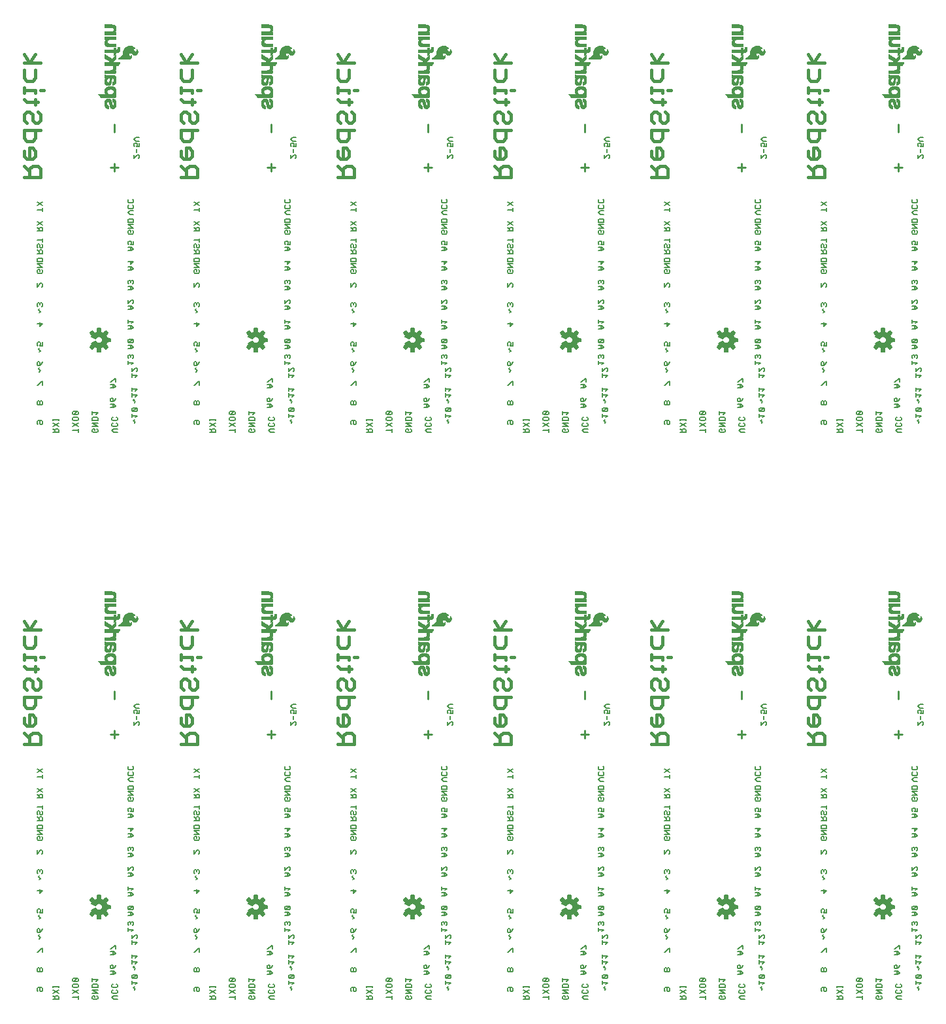
<source format=gbo>
G75*
%MOIN*%
%OFA0B0*%
%FSLAX25Y25*%
%IPPOS*%
%LPD*%
%AMOC8*
5,1,8,0,0,1.08239X$1,22.5*
%
%ADD10C,0.00500*%
%ADD11C,0.00600*%
%ADD12C,0.01100*%
%ADD13C,0.01500*%
%ADD14C,0.00591*%
%ADD15C,0.00039*%
D10*
X0346950Y0045727D02*
X0346950Y0046628D01*
X0347400Y0047078D01*
X0349202Y0047078D01*
X0349652Y0046628D01*
X0349652Y0045727D01*
X0349202Y0045277D01*
X0348752Y0045277D01*
X0348301Y0045727D01*
X0348301Y0047078D01*
X0346950Y0045727D02*
X0347400Y0045277D01*
X0355150Y0045998D02*
X0357852Y0044197D01*
X0357402Y0043052D02*
X0356501Y0043052D01*
X0356051Y0042601D01*
X0356051Y0041250D01*
X0356051Y0042151D02*
X0355150Y0043052D01*
X0355150Y0044197D02*
X0357852Y0045998D01*
X0357852Y0047143D02*
X0357852Y0048044D01*
X0357852Y0047593D02*
X0355150Y0047593D01*
X0355150Y0047143D02*
X0355150Y0048044D01*
X0357402Y0043052D02*
X0357852Y0042601D01*
X0357852Y0041250D01*
X0355150Y0041250D01*
X0365150Y0042151D02*
X0367852Y0042151D01*
X0367852Y0041250D02*
X0367852Y0043052D01*
X0367852Y0044197D02*
X0365150Y0045998D01*
X0365600Y0047143D02*
X0365150Y0047593D01*
X0365150Y0048494D01*
X0365600Y0048945D01*
X0367402Y0048945D01*
X0367852Y0048494D01*
X0367852Y0047593D01*
X0367402Y0047143D01*
X0365600Y0047143D01*
X0367852Y0045998D02*
X0365150Y0044197D01*
X0365600Y0050250D02*
X0367402Y0052052D01*
X0365600Y0052052D01*
X0365150Y0051601D01*
X0365150Y0050700D01*
X0365600Y0050250D01*
X0367402Y0050250D01*
X0367852Y0050700D01*
X0367852Y0051601D01*
X0367402Y0052052D01*
X0375150Y0052052D02*
X0375150Y0050250D01*
X0375150Y0051151D02*
X0377852Y0051151D01*
X0376952Y0050250D01*
X0377402Y0048945D02*
X0377852Y0048494D01*
X0377852Y0047143D01*
X0375150Y0047143D01*
X0375150Y0048494D01*
X0375600Y0048945D01*
X0377402Y0048945D01*
X0377852Y0045998D02*
X0375150Y0045998D01*
X0377852Y0044197D01*
X0375150Y0044197D01*
X0375600Y0043052D02*
X0376501Y0043052D01*
X0376501Y0042151D01*
X0375600Y0043052D02*
X0375150Y0042601D01*
X0375150Y0041700D01*
X0375600Y0041250D01*
X0377402Y0041250D01*
X0377852Y0041700D01*
X0377852Y0042601D01*
X0377402Y0043052D01*
X0385150Y0042151D02*
X0386051Y0043052D01*
X0387852Y0043052D01*
X0387402Y0044197D02*
X0387852Y0044647D01*
X0387852Y0045548D01*
X0387402Y0045998D01*
X0387402Y0047143D02*
X0385600Y0047143D01*
X0385150Y0047593D01*
X0385150Y0048494D01*
X0385600Y0048945D01*
X0387402Y0048945D02*
X0387852Y0048494D01*
X0387852Y0047593D01*
X0387402Y0047143D01*
X0385600Y0045998D02*
X0385150Y0045548D01*
X0385150Y0044647D01*
X0385600Y0044197D01*
X0387402Y0044197D01*
X0387852Y0041250D02*
X0386051Y0041250D01*
X0385150Y0042151D01*
X0396097Y0047173D02*
X0396998Y0046272D01*
X0396548Y0045822D01*
X0396097Y0047173D02*
X0396548Y0047623D01*
X0397152Y0048803D02*
X0398052Y0049704D01*
X0395350Y0049704D01*
X0395350Y0048803D02*
X0395350Y0050605D01*
X0395800Y0051750D02*
X0397602Y0053552D01*
X0395800Y0053552D01*
X0395350Y0053101D01*
X0395350Y0052200D01*
X0395800Y0051750D01*
X0397602Y0051750D01*
X0398052Y0052200D01*
X0398052Y0053101D01*
X0397602Y0053552D01*
X0396548Y0056322D02*
X0396998Y0056772D01*
X0396097Y0057673D01*
X0396548Y0058123D01*
X0397152Y0059303D02*
X0398052Y0060204D01*
X0395350Y0060204D01*
X0395350Y0059303D02*
X0395350Y0061105D01*
X0395350Y0062250D02*
X0395350Y0064052D01*
X0395350Y0063151D02*
X0398052Y0063151D01*
X0397152Y0062250D01*
X0397152Y0069303D02*
X0398052Y0070204D01*
X0395350Y0070204D01*
X0395350Y0069303D02*
X0395350Y0071105D01*
X0395350Y0072250D02*
X0397152Y0074052D01*
X0397602Y0074052D01*
X0398052Y0073601D01*
X0398052Y0072700D01*
X0397602Y0072250D01*
X0395350Y0072250D02*
X0395350Y0074052D01*
X0395152Y0075803D02*
X0396052Y0076704D01*
X0393350Y0076704D01*
X0393350Y0075803D02*
X0393350Y0077605D01*
X0393800Y0078750D02*
X0393350Y0079200D01*
X0393350Y0080101D01*
X0393800Y0080552D01*
X0394251Y0080552D01*
X0394701Y0080101D01*
X0394701Y0079651D01*
X0394701Y0080101D02*
X0395152Y0080552D01*
X0395602Y0080552D01*
X0396052Y0080101D01*
X0396052Y0079200D01*
X0395602Y0078750D01*
X0395152Y0083803D02*
X0396052Y0084704D01*
X0395152Y0085605D01*
X0393350Y0085605D01*
X0393800Y0086750D02*
X0395602Y0088552D01*
X0393800Y0088552D01*
X0393350Y0088101D01*
X0393350Y0087200D01*
X0393800Y0086750D01*
X0395602Y0086750D01*
X0396052Y0087200D01*
X0396052Y0088101D01*
X0395602Y0088552D01*
X0394701Y0085605D02*
X0394701Y0083803D01*
X0395152Y0083803D02*
X0393350Y0083803D01*
X0393350Y0093803D02*
X0395152Y0093803D01*
X0396052Y0094704D01*
X0395152Y0095605D01*
X0393350Y0095605D01*
X0393350Y0096750D02*
X0393350Y0098552D01*
X0393350Y0097651D02*
X0396052Y0097651D01*
X0395152Y0096750D01*
X0394701Y0095605D02*
X0394701Y0093803D01*
X0394701Y0103803D02*
X0394701Y0105605D01*
X0395152Y0105605D02*
X0393350Y0105605D01*
X0393350Y0106750D02*
X0395152Y0108552D01*
X0395602Y0108552D01*
X0396052Y0108101D01*
X0396052Y0107200D01*
X0395602Y0106750D01*
X0395152Y0105605D02*
X0396052Y0104704D01*
X0395152Y0103803D01*
X0393350Y0103803D01*
X0393350Y0106750D02*
X0393350Y0108552D01*
X0393350Y0113803D02*
X0395152Y0113803D01*
X0396052Y0114704D01*
X0395152Y0115605D01*
X0393350Y0115605D01*
X0393800Y0116750D02*
X0393350Y0117200D01*
X0393350Y0118101D01*
X0393800Y0118552D01*
X0394251Y0118552D01*
X0394701Y0118101D01*
X0394701Y0117651D01*
X0394701Y0118101D02*
X0395152Y0118552D01*
X0395602Y0118552D01*
X0396052Y0118101D01*
X0396052Y0117200D01*
X0395602Y0116750D01*
X0394701Y0115605D02*
X0394701Y0113803D01*
X0394701Y0123803D02*
X0394701Y0125605D01*
X0395152Y0125605D02*
X0393350Y0125605D01*
X0394701Y0126750D02*
X0394701Y0128552D01*
X0393350Y0128101D02*
X0396052Y0128101D01*
X0394701Y0126750D01*
X0395152Y0125605D02*
X0396052Y0124704D01*
X0395152Y0123803D01*
X0393350Y0123803D01*
X0393350Y0133803D02*
X0395152Y0133803D01*
X0396052Y0134704D01*
X0395152Y0135605D01*
X0393350Y0135605D01*
X0393800Y0136750D02*
X0393350Y0137200D01*
X0393350Y0138101D01*
X0393800Y0138552D01*
X0394701Y0138552D01*
X0395152Y0138101D01*
X0395152Y0137651D01*
X0394701Y0136750D01*
X0396052Y0136750D01*
X0396052Y0138552D01*
X0394701Y0135605D02*
X0394701Y0133803D01*
X0393800Y0142330D02*
X0393350Y0142781D01*
X0393350Y0143681D01*
X0393800Y0144132D01*
X0394701Y0144132D01*
X0394701Y0143231D01*
X0395602Y0142330D02*
X0393800Y0142330D01*
X0395602Y0142330D02*
X0396052Y0142781D01*
X0396052Y0143681D01*
X0395602Y0144132D01*
X0396052Y0145277D02*
X0393350Y0147078D01*
X0396052Y0147078D01*
X0396052Y0148223D02*
X0396052Y0149574D01*
X0395602Y0150025D01*
X0393800Y0150025D01*
X0393350Y0149574D01*
X0393350Y0148223D01*
X0396052Y0148223D01*
X0396052Y0145277D02*
X0393350Y0145277D01*
X0394251Y0152330D02*
X0393350Y0153231D01*
X0394251Y0154132D01*
X0396052Y0154132D01*
X0395602Y0155277D02*
X0393800Y0155277D01*
X0393350Y0155727D01*
X0393350Y0156628D01*
X0393800Y0157078D01*
X0393800Y0158223D02*
X0393350Y0158674D01*
X0393350Y0159574D01*
X0393800Y0160025D01*
X0393800Y0158223D02*
X0395602Y0158223D01*
X0396052Y0158674D01*
X0396052Y0159574D01*
X0395602Y0160025D01*
X0395602Y0157078D02*
X0396052Y0156628D01*
X0396052Y0155727D01*
X0395602Y0155277D01*
X0396052Y0152330D02*
X0394251Y0152330D01*
X0396350Y0180857D02*
X0398152Y0182659D01*
X0398602Y0182659D01*
X0399052Y0182208D01*
X0399052Y0181307D01*
X0398602Y0180857D01*
X0396350Y0180857D02*
X0396350Y0182659D01*
X0397701Y0183803D02*
X0397701Y0185605D01*
X0397701Y0186750D02*
X0398152Y0187651D01*
X0398152Y0188101D01*
X0397701Y0188552D01*
X0396800Y0188552D01*
X0396350Y0188101D01*
X0396350Y0187200D01*
X0396800Y0186750D01*
X0397701Y0186750D02*
X0399052Y0186750D01*
X0399052Y0188552D01*
X0399052Y0189697D02*
X0397251Y0189697D01*
X0396350Y0190597D01*
X0397251Y0191498D01*
X0399052Y0191498D01*
X0426950Y0158552D02*
X0429652Y0156750D01*
X0429652Y0155605D02*
X0429652Y0153803D01*
X0429652Y0154704D02*
X0426950Y0154704D01*
X0426950Y0156750D02*
X0429652Y0158552D01*
X0429652Y0148552D02*
X0426950Y0146750D01*
X0426950Y0145605D02*
X0427851Y0144704D01*
X0427851Y0145155D02*
X0427851Y0143803D01*
X0426950Y0143803D02*
X0429652Y0143803D01*
X0429652Y0145155D01*
X0429202Y0145605D01*
X0428301Y0145605D01*
X0427851Y0145155D01*
X0429652Y0146750D02*
X0426950Y0148552D01*
X0429652Y0140025D02*
X0429652Y0138223D01*
X0429652Y0139124D02*
X0426950Y0139124D01*
X0427400Y0137078D02*
X0426950Y0136628D01*
X0426950Y0135727D01*
X0427400Y0135277D01*
X0428301Y0135727D02*
X0428301Y0136628D01*
X0427851Y0137078D01*
X0427400Y0137078D01*
X0428301Y0135727D02*
X0428752Y0135277D01*
X0429202Y0135277D01*
X0429652Y0135727D01*
X0429652Y0136628D01*
X0429202Y0137078D01*
X0429202Y0134132D02*
X0428301Y0134132D01*
X0427851Y0133681D01*
X0427851Y0132330D01*
X0427851Y0133231D02*
X0426950Y0134132D01*
X0426950Y0132330D02*
X0429652Y0132330D01*
X0429652Y0133681D01*
X0429202Y0134132D01*
X0429202Y0130025D02*
X0429652Y0129574D01*
X0429652Y0128223D01*
X0426950Y0128223D01*
X0426950Y0129574D01*
X0427400Y0130025D01*
X0429202Y0130025D01*
X0429652Y0127078D02*
X0426950Y0127078D01*
X0429652Y0125277D01*
X0426950Y0125277D01*
X0427400Y0124132D02*
X0428301Y0124132D01*
X0428301Y0123231D01*
X0427400Y0124132D02*
X0426950Y0123681D01*
X0426950Y0122781D01*
X0427400Y0122330D01*
X0429202Y0122330D01*
X0429652Y0122781D01*
X0429652Y0123681D01*
X0429202Y0124132D01*
X0429202Y0117078D02*
X0429652Y0116628D01*
X0429652Y0115727D01*
X0429202Y0115277D01*
X0429202Y0117078D02*
X0428752Y0117078D01*
X0426950Y0115277D01*
X0426950Y0117078D01*
X0427400Y0107078D02*
X0426950Y0106628D01*
X0426950Y0105727D01*
X0427400Y0105277D01*
X0428301Y0106178D02*
X0428301Y0106628D01*
X0427851Y0107078D01*
X0427400Y0107078D01*
X0428301Y0106628D02*
X0428752Y0107078D01*
X0429202Y0107078D01*
X0429652Y0106628D01*
X0429652Y0105727D01*
X0429202Y0105277D01*
X0428152Y0104078D02*
X0427702Y0103628D01*
X0428603Y0102727D01*
X0428152Y0102277D01*
X0428301Y0097078D02*
X0428301Y0095277D01*
X0429652Y0096628D01*
X0426950Y0096628D01*
X0427400Y0087078D02*
X0426950Y0086628D01*
X0426950Y0085727D01*
X0427400Y0085277D01*
X0428301Y0085277D02*
X0428752Y0086178D01*
X0428752Y0086628D01*
X0428301Y0087078D01*
X0427400Y0087078D01*
X0428301Y0085277D02*
X0429652Y0085277D01*
X0429652Y0087078D01*
X0428152Y0084078D02*
X0427702Y0083628D01*
X0428603Y0082727D01*
X0428152Y0082277D01*
X0427851Y0077078D02*
X0428301Y0076628D01*
X0428301Y0075277D01*
X0427400Y0075277D01*
X0426950Y0075727D01*
X0426950Y0076628D01*
X0427400Y0077078D01*
X0427851Y0077078D01*
X0429202Y0076178D02*
X0428301Y0075277D01*
X0429202Y0076178D02*
X0429652Y0077078D01*
X0429652Y0067078D02*
X0429202Y0067078D01*
X0427400Y0065277D01*
X0426950Y0065277D01*
X0429652Y0065277D02*
X0429652Y0067078D01*
X0429202Y0057078D02*
X0428752Y0057078D01*
X0428301Y0056628D01*
X0428301Y0055727D01*
X0428752Y0055277D01*
X0429202Y0055277D01*
X0429652Y0055727D01*
X0429652Y0056628D01*
X0429202Y0057078D01*
X0428301Y0056628D02*
X0427851Y0057078D01*
X0427400Y0057078D01*
X0426950Y0056628D01*
X0426950Y0055727D01*
X0427400Y0055277D01*
X0427851Y0055277D01*
X0428301Y0055727D01*
X0428301Y0047078D02*
X0428301Y0045727D01*
X0428752Y0045277D01*
X0429202Y0045277D01*
X0429652Y0045727D01*
X0429652Y0046628D01*
X0429202Y0047078D01*
X0427400Y0047078D01*
X0426950Y0046628D01*
X0426950Y0045727D01*
X0427400Y0045277D01*
X0435150Y0045998D02*
X0437852Y0044197D01*
X0437402Y0043052D02*
X0436501Y0043052D01*
X0436051Y0042601D01*
X0436051Y0041250D01*
X0436051Y0042151D02*
X0435150Y0043052D01*
X0435150Y0044197D02*
X0437852Y0045998D01*
X0437852Y0047143D02*
X0437852Y0048044D01*
X0437852Y0047593D02*
X0435150Y0047593D01*
X0435150Y0047143D02*
X0435150Y0048044D01*
X0437402Y0043052D02*
X0437852Y0042601D01*
X0437852Y0041250D01*
X0435150Y0041250D01*
X0445150Y0042151D02*
X0447852Y0042151D01*
X0447852Y0041250D02*
X0447852Y0043052D01*
X0447852Y0044197D02*
X0445150Y0045998D01*
X0445600Y0047143D02*
X0445150Y0047593D01*
X0445150Y0048494D01*
X0445600Y0048945D01*
X0447402Y0048945D01*
X0447852Y0048494D01*
X0447852Y0047593D01*
X0447402Y0047143D01*
X0445600Y0047143D01*
X0447852Y0045998D02*
X0445150Y0044197D01*
X0445600Y0050250D02*
X0447402Y0052052D01*
X0445600Y0052052D01*
X0445150Y0051601D01*
X0445150Y0050700D01*
X0445600Y0050250D01*
X0447402Y0050250D01*
X0447852Y0050700D01*
X0447852Y0051601D01*
X0447402Y0052052D01*
X0455150Y0052052D02*
X0455150Y0050250D01*
X0455150Y0051151D02*
X0457852Y0051151D01*
X0456952Y0050250D01*
X0457402Y0048945D02*
X0457852Y0048494D01*
X0457852Y0047143D01*
X0455150Y0047143D01*
X0455150Y0048494D01*
X0455600Y0048945D01*
X0457402Y0048945D01*
X0457852Y0045998D02*
X0455150Y0045998D01*
X0457852Y0044197D01*
X0455150Y0044197D01*
X0455600Y0043052D02*
X0455150Y0042601D01*
X0455150Y0041700D01*
X0455600Y0041250D01*
X0457402Y0041250D01*
X0457852Y0041700D01*
X0457852Y0042601D01*
X0457402Y0043052D01*
X0456501Y0043052D02*
X0456501Y0042151D01*
X0456501Y0043052D02*
X0455600Y0043052D01*
X0465150Y0042151D02*
X0466051Y0043052D01*
X0467852Y0043052D01*
X0467402Y0044197D02*
X0465600Y0044197D01*
X0465150Y0044647D01*
X0465150Y0045548D01*
X0465600Y0045998D01*
X0465600Y0047143D02*
X0465150Y0047593D01*
X0465150Y0048494D01*
X0465600Y0048945D01*
X0467402Y0048945D02*
X0467852Y0048494D01*
X0467852Y0047593D01*
X0467402Y0047143D01*
X0465600Y0047143D01*
X0467402Y0045998D02*
X0467852Y0045548D01*
X0467852Y0044647D01*
X0467402Y0044197D01*
X0467852Y0041250D02*
X0466051Y0041250D01*
X0465150Y0042151D01*
X0476548Y0045822D02*
X0476998Y0046272D01*
X0476097Y0047173D01*
X0476548Y0047623D01*
X0477152Y0048803D02*
X0478052Y0049704D01*
X0475350Y0049704D01*
X0475350Y0048803D02*
X0475350Y0050605D01*
X0475800Y0051750D02*
X0477602Y0053552D01*
X0475800Y0053552D01*
X0475350Y0053101D01*
X0475350Y0052200D01*
X0475800Y0051750D01*
X0477602Y0051750D01*
X0478052Y0052200D01*
X0478052Y0053101D01*
X0477602Y0053552D01*
X0476548Y0056322D02*
X0476998Y0056772D01*
X0476097Y0057673D01*
X0476548Y0058123D01*
X0477152Y0059303D02*
X0478052Y0060204D01*
X0475350Y0060204D01*
X0475350Y0059303D02*
X0475350Y0061105D01*
X0475350Y0062250D02*
X0475350Y0064052D01*
X0475350Y0063151D02*
X0478052Y0063151D01*
X0477152Y0062250D01*
X0477152Y0069303D02*
X0478052Y0070204D01*
X0475350Y0070204D01*
X0475350Y0069303D02*
X0475350Y0071105D01*
X0475350Y0072250D02*
X0477152Y0074052D01*
X0477602Y0074052D01*
X0478052Y0073601D01*
X0478052Y0072700D01*
X0477602Y0072250D01*
X0475350Y0072250D02*
X0475350Y0074052D01*
X0475152Y0075803D02*
X0476052Y0076704D01*
X0473350Y0076704D01*
X0473350Y0075803D02*
X0473350Y0077605D01*
X0473800Y0078750D02*
X0473350Y0079200D01*
X0473350Y0080101D01*
X0473800Y0080552D01*
X0474251Y0080552D01*
X0474701Y0080101D01*
X0474701Y0079651D01*
X0474701Y0080101D02*
X0475152Y0080552D01*
X0475602Y0080552D01*
X0476052Y0080101D01*
X0476052Y0079200D01*
X0475602Y0078750D01*
X0475152Y0083803D02*
X0476052Y0084704D01*
X0475152Y0085605D01*
X0473350Y0085605D01*
X0473800Y0086750D02*
X0475602Y0088552D01*
X0473800Y0088552D01*
X0473350Y0088101D01*
X0473350Y0087200D01*
X0473800Y0086750D01*
X0475602Y0086750D01*
X0476052Y0087200D01*
X0476052Y0088101D01*
X0475602Y0088552D01*
X0474701Y0085605D02*
X0474701Y0083803D01*
X0475152Y0083803D02*
X0473350Y0083803D01*
X0473350Y0093803D02*
X0475152Y0093803D01*
X0476052Y0094704D01*
X0475152Y0095605D01*
X0473350Y0095605D01*
X0473350Y0096750D02*
X0473350Y0098552D01*
X0473350Y0097651D02*
X0476052Y0097651D01*
X0475152Y0096750D01*
X0474701Y0095605D02*
X0474701Y0093803D01*
X0474701Y0103803D02*
X0474701Y0105605D01*
X0475152Y0105605D02*
X0473350Y0105605D01*
X0473350Y0106750D02*
X0475152Y0108552D01*
X0475602Y0108552D01*
X0476052Y0108101D01*
X0476052Y0107200D01*
X0475602Y0106750D01*
X0475152Y0105605D02*
X0476052Y0104704D01*
X0475152Y0103803D01*
X0473350Y0103803D01*
X0473350Y0106750D02*
X0473350Y0108552D01*
X0473350Y0113803D02*
X0475152Y0113803D01*
X0476052Y0114704D01*
X0475152Y0115605D01*
X0473350Y0115605D01*
X0473800Y0116750D02*
X0473350Y0117200D01*
X0473350Y0118101D01*
X0473800Y0118552D01*
X0474251Y0118552D01*
X0474701Y0118101D01*
X0474701Y0117651D01*
X0474701Y0118101D02*
X0475152Y0118552D01*
X0475602Y0118552D01*
X0476052Y0118101D01*
X0476052Y0117200D01*
X0475602Y0116750D01*
X0474701Y0115605D02*
X0474701Y0113803D01*
X0474701Y0123803D02*
X0474701Y0125605D01*
X0475152Y0125605D02*
X0473350Y0125605D01*
X0474701Y0126750D02*
X0474701Y0128552D01*
X0473350Y0128101D02*
X0476052Y0128101D01*
X0474701Y0126750D01*
X0475152Y0125605D02*
X0476052Y0124704D01*
X0475152Y0123803D01*
X0473350Y0123803D01*
X0473350Y0133803D02*
X0475152Y0133803D01*
X0476052Y0134704D01*
X0475152Y0135605D01*
X0473350Y0135605D01*
X0473800Y0136750D02*
X0473350Y0137200D01*
X0473350Y0138101D01*
X0473800Y0138552D01*
X0474701Y0138552D01*
X0475152Y0138101D01*
X0475152Y0137651D01*
X0474701Y0136750D01*
X0476052Y0136750D01*
X0476052Y0138552D01*
X0474701Y0135605D02*
X0474701Y0133803D01*
X0473800Y0142330D02*
X0473350Y0142781D01*
X0473350Y0143681D01*
X0473800Y0144132D01*
X0474701Y0144132D01*
X0474701Y0143231D01*
X0475602Y0142330D02*
X0473800Y0142330D01*
X0475602Y0142330D02*
X0476052Y0142781D01*
X0476052Y0143681D01*
X0475602Y0144132D01*
X0476052Y0145277D02*
X0473350Y0147078D01*
X0476052Y0147078D01*
X0476052Y0148223D02*
X0476052Y0149574D01*
X0475602Y0150025D01*
X0473800Y0150025D01*
X0473350Y0149574D01*
X0473350Y0148223D01*
X0476052Y0148223D01*
X0476052Y0145277D02*
X0473350Y0145277D01*
X0474251Y0152330D02*
X0473350Y0153231D01*
X0474251Y0154132D01*
X0476052Y0154132D01*
X0475602Y0155277D02*
X0473800Y0155277D01*
X0473350Y0155727D01*
X0473350Y0156628D01*
X0473800Y0157078D01*
X0473800Y0158223D02*
X0473350Y0158674D01*
X0473350Y0159574D01*
X0473800Y0160025D01*
X0473800Y0158223D02*
X0475602Y0158223D01*
X0476052Y0158674D01*
X0476052Y0159574D01*
X0475602Y0160025D01*
X0475602Y0157078D02*
X0476052Y0156628D01*
X0476052Y0155727D01*
X0475602Y0155277D01*
X0476052Y0152330D02*
X0474251Y0152330D01*
X0476350Y0180857D02*
X0478152Y0182659D01*
X0478602Y0182659D01*
X0479052Y0182208D01*
X0479052Y0181307D01*
X0478602Y0180857D01*
X0476350Y0180857D02*
X0476350Y0182659D01*
X0477701Y0183803D02*
X0477701Y0185605D01*
X0477701Y0186750D02*
X0478152Y0187651D01*
X0478152Y0188101D01*
X0477701Y0188552D01*
X0476800Y0188552D01*
X0476350Y0188101D01*
X0476350Y0187200D01*
X0476800Y0186750D01*
X0477701Y0186750D02*
X0479052Y0186750D01*
X0479052Y0188552D01*
X0479052Y0189697D02*
X0477251Y0189697D01*
X0476350Y0190597D01*
X0477251Y0191498D01*
X0479052Y0191498D01*
X0506950Y0158552D02*
X0509652Y0156750D01*
X0509652Y0155605D02*
X0509652Y0153803D01*
X0509652Y0154704D02*
X0506950Y0154704D01*
X0506950Y0156750D02*
X0509652Y0158552D01*
X0509652Y0148552D02*
X0506950Y0146750D01*
X0506950Y0145605D02*
X0507851Y0144704D01*
X0507851Y0145155D02*
X0507851Y0143803D01*
X0506950Y0143803D02*
X0509652Y0143803D01*
X0509652Y0145155D01*
X0509202Y0145605D01*
X0508301Y0145605D01*
X0507851Y0145155D01*
X0509652Y0146750D02*
X0506950Y0148552D01*
X0509652Y0140025D02*
X0509652Y0138223D01*
X0509652Y0139124D02*
X0506950Y0139124D01*
X0507400Y0137078D02*
X0506950Y0136628D01*
X0506950Y0135727D01*
X0507400Y0135277D01*
X0508301Y0135727D02*
X0508301Y0136628D01*
X0507851Y0137078D01*
X0507400Y0137078D01*
X0508301Y0135727D02*
X0508752Y0135277D01*
X0509202Y0135277D01*
X0509652Y0135727D01*
X0509652Y0136628D01*
X0509202Y0137078D01*
X0509202Y0134132D02*
X0508301Y0134132D01*
X0507851Y0133681D01*
X0507851Y0132330D01*
X0507851Y0133231D02*
X0506950Y0134132D01*
X0506950Y0132330D02*
X0509652Y0132330D01*
X0509652Y0133681D01*
X0509202Y0134132D01*
X0509202Y0130025D02*
X0509652Y0129574D01*
X0509652Y0128223D01*
X0506950Y0128223D01*
X0506950Y0129574D01*
X0507400Y0130025D01*
X0509202Y0130025D01*
X0509652Y0127078D02*
X0506950Y0127078D01*
X0509652Y0125277D01*
X0506950Y0125277D01*
X0507400Y0124132D02*
X0508301Y0124132D01*
X0508301Y0123231D01*
X0507400Y0124132D02*
X0506950Y0123681D01*
X0506950Y0122781D01*
X0507400Y0122330D01*
X0509202Y0122330D01*
X0509652Y0122781D01*
X0509652Y0123681D01*
X0509202Y0124132D01*
X0509202Y0117078D02*
X0509652Y0116628D01*
X0509652Y0115727D01*
X0509202Y0115277D01*
X0509202Y0117078D02*
X0508752Y0117078D01*
X0506950Y0115277D01*
X0506950Y0117078D01*
X0507400Y0107078D02*
X0506950Y0106628D01*
X0506950Y0105727D01*
X0507400Y0105277D01*
X0508301Y0106178D02*
X0508301Y0106628D01*
X0507851Y0107078D01*
X0507400Y0107078D01*
X0508301Y0106628D02*
X0508752Y0107078D01*
X0509202Y0107078D01*
X0509652Y0106628D01*
X0509652Y0105727D01*
X0509202Y0105277D01*
X0508152Y0104078D02*
X0507702Y0103628D01*
X0508603Y0102727D01*
X0508152Y0102277D01*
X0508301Y0097078D02*
X0508301Y0095277D01*
X0509652Y0096628D01*
X0506950Y0096628D01*
X0507400Y0087078D02*
X0506950Y0086628D01*
X0506950Y0085727D01*
X0507400Y0085277D01*
X0508301Y0085277D02*
X0508752Y0086178D01*
X0508752Y0086628D01*
X0508301Y0087078D01*
X0507400Y0087078D01*
X0508301Y0085277D02*
X0509652Y0085277D01*
X0509652Y0087078D01*
X0508152Y0084078D02*
X0507702Y0083628D01*
X0508603Y0082727D01*
X0508152Y0082277D01*
X0507851Y0077078D02*
X0508301Y0076628D01*
X0508301Y0075277D01*
X0507400Y0075277D01*
X0506950Y0075727D01*
X0506950Y0076628D01*
X0507400Y0077078D01*
X0507851Y0077078D01*
X0509202Y0076178D02*
X0508301Y0075277D01*
X0509202Y0076178D02*
X0509652Y0077078D01*
X0509652Y0067078D02*
X0509202Y0067078D01*
X0507400Y0065277D01*
X0506950Y0065277D01*
X0509652Y0065277D02*
X0509652Y0067078D01*
X0509202Y0057078D02*
X0508752Y0057078D01*
X0508301Y0056628D01*
X0508301Y0055727D01*
X0508752Y0055277D01*
X0509202Y0055277D01*
X0509652Y0055727D01*
X0509652Y0056628D01*
X0509202Y0057078D01*
X0508301Y0056628D02*
X0507851Y0057078D01*
X0507400Y0057078D01*
X0506950Y0056628D01*
X0506950Y0055727D01*
X0507400Y0055277D01*
X0507851Y0055277D01*
X0508301Y0055727D01*
X0508301Y0047078D02*
X0508301Y0045727D01*
X0508752Y0045277D01*
X0509202Y0045277D01*
X0509652Y0045727D01*
X0509652Y0046628D01*
X0509202Y0047078D01*
X0507400Y0047078D01*
X0506950Y0046628D01*
X0506950Y0045727D01*
X0507400Y0045277D01*
X0515150Y0045998D02*
X0517852Y0044197D01*
X0517402Y0043052D02*
X0516501Y0043052D01*
X0516051Y0042601D01*
X0516051Y0041250D01*
X0516051Y0042151D02*
X0515150Y0043052D01*
X0515150Y0044197D02*
X0517852Y0045998D01*
X0517852Y0047143D02*
X0517852Y0048044D01*
X0517852Y0047593D02*
X0515150Y0047593D01*
X0515150Y0047143D02*
X0515150Y0048044D01*
X0517402Y0043052D02*
X0517852Y0042601D01*
X0517852Y0041250D01*
X0515150Y0041250D01*
X0525150Y0042151D02*
X0527852Y0042151D01*
X0527852Y0041250D02*
X0527852Y0043052D01*
X0527852Y0044197D02*
X0525150Y0045998D01*
X0525600Y0047143D02*
X0525150Y0047593D01*
X0525150Y0048494D01*
X0525600Y0048945D01*
X0527402Y0048945D01*
X0527852Y0048494D01*
X0527852Y0047593D01*
X0527402Y0047143D01*
X0525600Y0047143D01*
X0527852Y0045998D02*
X0525150Y0044197D01*
X0525600Y0050250D02*
X0527402Y0052052D01*
X0525600Y0052052D01*
X0525150Y0051601D01*
X0525150Y0050700D01*
X0525600Y0050250D01*
X0527402Y0050250D01*
X0527852Y0050700D01*
X0527852Y0051601D01*
X0527402Y0052052D01*
X0535150Y0052052D02*
X0535150Y0050250D01*
X0535150Y0051151D02*
X0537852Y0051151D01*
X0536952Y0050250D01*
X0537402Y0048945D02*
X0537852Y0048494D01*
X0537852Y0047143D01*
X0535150Y0047143D01*
X0535150Y0048494D01*
X0535600Y0048945D01*
X0537402Y0048945D01*
X0537852Y0045998D02*
X0535150Y0045998D01*
X0537852Y0044197D01*
X0535150Y0044197D01*
X0535600Y0043052D02*
X0536501Y0043052D01*
X0536501Y0042151D01*
X0535600Y0043052D02*
X0535150Y0042601D01*
X0535150Y0041700D01*
X0535600Y0041250D01*
X0537402Y0041250D01*
X0537852Y0041700D01*
X0537852Y0042601D01*
X0537402Y0043052D01*
X0545150Y0042151D02*
X0546051Y0043052D01*
X0547852Y0043052D01*
X0547402Y0044197D02*
X0545600Y0044197D01*
X0545150Y0044647D01*
X0545150Y0045548D01*
X0545600Y0045998D01*
X0545600Y0047143D02*
X0545150Y0047593D01*
X0545150Y0048494D01*
X0545600Y0048945D01*
X0547402Y0048945D02*
X0547852Y0048494D01*
X0547852Y0047593D01*
X0547402Y0047143D01*
X0545600Y0047143D01*
X0547402Y0045998D02*
X0547852Y0045548D01*
X0547852Y0044647D01*
X0547402Y0044197D01*
X0547852Y0041250D02*
X0546051Y0041250D01*
X0545150Y0042151D01*
X0556097Y0047173D02*
X0556998Y0046272D01*
X0556548Y0045822D01*
X0556097Y0047173D02*
X0556548Y0047623D01*
X0557152Y0048803D02*
X0558052Y0049704D01*
X0555350Y0049704D01*
X0555350Y0048803D02*
X0555350Y0050605D01*
X0555800Y0051750D02*
X0557602Y0053552D01*
X0555800Y0053552D01*
X0555350Y0053101D01*
X0555350Y0052200D01*
X0555800Y0051750D01*
X0557602Y0051750D01*
X0558052Y0052200D01*
X0558052Y0053101D01*
X0557602Y0053552D01*
X0556548Y0056322D02*
X0556998Y0056772D01*
X0556097Y0057673D01*
X0556548Y0058123D01*
X0557152Y0059303D02*
X0558052Y0060204D01*
X0555350Y0060204D01*
X0555350Y0059303D02*
X0555350Y0061105D01*
X0555350Y0062250D02*
X0555350Y0064052D01*
X0555350Y0063151D02*
X0558052Y0063151D01*
X0557152Y0062250D01*
X0557152Y0069303D02*
X0558052Y0070204D01*
X0555350Y0070204D01*
X0555350Y0069303D02*
X0555350Y0071105D01*
X0555350Y0072250D02*
X0557152Y0074052D01*
X0557602Y0074052D01*
X0558052Y0073601D01*
X0558052Y0072700D01*
X0557602Y0072250D01*
X0555350Y0072250D02*
X0555350Y0074052D01*
X0555152Y0075803D02*
X0556052Y0076704D01*
X0553350Y0076704D01*
X0553350Y0075803D02*
X0553350Y0077605D01*
X0553800Y0078750D02*
X0553350Y0079200D01*
X0553350Y0080101D01*
X0553800Y0080552D01*
X0554251Y0080552D01*
X0554701Y0080101D01*
X0554701Y0079651D01*
X0554701Y0080101D02*
X0555152Y0080552D01*
X0555602Y0080552D01*
X0556052Y0080101D01*
X0556052Y0079200D01*
X0555602Y0078750D01*
X0555152Y0083803D02*
X0556052Y0084704D01*
X0555152Y0085605D01*
X0553350Y0085605D01*
X0553800Y0086750D02*
X0555602Y0088552D01*
X0553800Y0088552D01*
X0553350Y0088101D01*
X0553350Y0087200D01*
X0553800Y0086750D01*
X0555602Y0086750D01*
X0556052Y0087200D01*
X0556052Y0088101D01*
X0555602Y0088552D01*
X0554701Y0085605D02*
X0554701Y0083803D01*
X0555152Y0083803D02*
X0553350Y0083803D01*
X0553350Y0093803D02*
X0555152Y0093803D01*
X0556052Y0094704D01*
X0555152Y0095605D01*
X0553350Y0095605D01*
X0553350Y0096750D02*
X0553350Y0098552D01*
X0553350Y0097651D02*
X0556052Y0097651D01*
X0555152Y0096750D01*
X0554701Y0095605D02*
X0554701Y0093803D01*
X0554701Y0103803D02*
X0554701Y0105605D01*
X0555152Y0105605D02*
X0553350Y0105605D01*
X0553350Y0106750D02*
X0555152Y0108552D01*
X0555602Y0108552D01*
X0556052Y0108101D01*
X0556052Y0107200D01*
X0555602Y0106750D01*
X0555152Y0105605D02*
X0556052Y0104704D01*
X0555152Y0103803D01*
X0553350Y0103803D01*
X0553350Y0106750D02*
X0553350Y0108552D01*
X0553350Y0113803D02*
X0555152Y0113803D01*
X0556052Y0114704D01*
X0555152Y0115605D01*
X0553350Y0115605D01*
X0553800Y0116750D02*
X0553350Y0117200D01*
X0553350Y0118101D01*
X0553800Y0118552D01*
X0554251Y0118552D01*
X0554701Y0118101D01*
X0554701Y0117651D01*
X0554701Y0118101D02*
X0555152Y0118552D01*
X0555602Y0118552D01*
X0556052Y0118101D01*
X0556052Y0117200D01*
X0555602Y0116750D01*
X0554701Y0115605D02*
X0554701Y0113803D01*
X0554701Y0123803D02*
X0554701Y0125605D01*
X0555152Y0125605D02*
X0553350Y0125605D01*
X0554701Y0126750D02*
X0554701Y0128552D01*
X0553350Y0128101D02*
X0556052Y0128101D01*
X0554701Y0126750D01*
X0555152Y0125605D02*
X0556052Y0124704D01*
X0555152Y0123803D01*
X0553350Y0123803D01*
X0553350Y0133803D02*
X0555152Y0133803D01*
X0556052Y0134704D01*
X0555152Y0135605D01*
X0553350Y0135605D01*
X0553800Y0136750D02*
X0553350Y0137200D01*
X0553350Y0138101D01*
X0553800Y0138552D01*
X0554701Y0138552D01*
X0555152Y0138101D01*
X0555152Y0137651D01*
X0554701Y0136750D01*
X0556052Y0136750D01*
X0556052Y0138552D01*
X0554701Y0135605D02*
X0554701Y0133803D01*
X0553800Y0142330D02*
X0553350Y0142781D01*
X0553350Y0143681D01*
X0553800Y0144132D01*
X0554701Y0144132D01*
X0554701Y0143231D01*
X0555602Y0142330D02*
X0553800Y0142330D01*
X0555602Y0142330D02*
X0556052Y0142781D01*
X0556052Y0143681D01*
X0555602Y0144132D01*
X0556052Y0145277D02*
X0553350Y0147078D01*
X0556052Y0147078D01*
X0556052Y0148223D02*
X0556052Y0149574D01*
X0555602Y0150025D01*
X0553800Y0150025D01*
X0553350Y0149574D01*
X0553350Y0148223D01*
X0556052Y0148223D01*
X0556052Y0145277D02*
X0553350Y0145277D01*
X0554251Y0152330D02*
X0553350Y0153231D01*
X0554251Y0154132D01*
X0556052Y0154132D01*
X0555602Y0155277D02*
X0553800Y0155277D01*
X0553350Y0155727D01*
X0553350Y0156628D01*
X0553800Y0157078D01*
X0553800Y0158223D02*
X0553350Y0158674D01*
X0553350Y0159574D01*
X0553800Y0160025D01*
X0553800Y0158223D02*
X0555602Y0158223D01*
X0556052Y0158674D01*
X0556052Y0159574D01*
X0555602Y0160025D01*
X0555602Y0157078D02*
X0556052Y0156628D01*
X0556052Y0155727D01*
X0555602Y0155277D01*
X0556052Y0152330D02*
X0554251Y0152330D01*
X0556350Y0180857D02*
X0558152Y0182659D01*
X0558602Y0182659D01*
X0559052Y0182208D01*
X0559052Y0181307D01*
X0558602Y0180857D01*
X0556350Y0180857D02*
X0556350Y0182659D01*
X0557701Y0183803D02*
X0557701Y0185605D01*
X0557701Y0186750D02*
X0558152Y0187651D01*
X0558152Y0188101D01*
X0557701Y0188552D01*
X0556800Y0188552D01*
X0556350Y0188101D01*
X0556350Y0187200D01*
X0556800Y0186750D01*
X0557701Y0186750D02*
X0559052Y0186750D01*
X0559052Y0188552D01*
X0559052Y0189697D02*
X0557251Y0189697D01*
X0556350Y0190597D01*
X0557251Y0191498D01*
X0559052Y0191498D01*
X0586950Y0158552D02*
X0589652Y0156750D01*
X0589652Y0155605D02*
X0589652Y0153803D01*
X0589652Y0154704D02*
X0586950Y0154704D01*
X0586950Y0156750D02*
X0589652Y0158552D01*
X0589652Y0148552D02*
X0586950Y0146750D01*
X0586950Y0145605D02*
X0587851Y0144704D01*
X0587851Y0145155D02*
X0587851Y0143803D01*
X0586950Y0143803D02*
X0589652Y0143803D01*
X0589652Y0145155D01*
X0589202Y0145605D01*
X0588301Y0145605D01*
X0587851Y0145155D01*
X0589652Y0146750D02*
X0586950Y0148552D01*
X0589652Y0140025D02*
X0589652Y0138223D01*
X0589652Y0139124D02*
X0586950Y0139124D01*
X0587400Y0137078D02*
X0586950Y0136628D01*
X0586950Y0135727D01*
X0587400Y0135277D01*
X0588301Y0135727D02*
X0588301Y0136628D01*
X0587851Y0137078D01*
X0587400Y0137078D01*
X0588301Y0135727D02*
X0588752Y0135277D01*
X0589202Y0135277D01*
X0589652Y0135727D01*
X0589652Y0136628D01*
X0589202Y0137078D01*
X0589202Y0134132D02*
X0588301Y0134132D01*
X0587851Y0133681D01*
X0587851Y0132330D01*
X0587851Y0133231D02*
X0586950Y0134132D01*
X0586950Y0132330D02*
X0589652Y0132330D01*
X0589652Y0133681D01*
X0589202Y0134132D01*
X0589202Y0130025D02*
X0589652Y0129574D01*
X0589652Y0128223D01*
X0586950Y0128223D01*
X0586950Y0129574D01*
X0587400Y0130025D01*
X0589202Y0130025D01*
X0589652Y0127078D02*
X0586950Y0127078D01*
X0589652Y0125277D01*
X0586950Y0125277D01*
X0587400Y0124132D02*
X0588301Y0124132D01*
X0588301Y0123231D01*
X0587400Y0124132D02*
X0586950Y0123681D01*
X0586950Y0122781D01*
X0587400Y0122330D01*
X0589202Y0122330D01*
X0589652Y0122781D01*
X0589652Y0123681D01*
X0589202Y0124132D01*
X0589202Y0117078D02*
X0589652Y0116628D01*
X0589652Y0115727D01*
X0589202Y0115277D01*
X0589202Y0117078D02*
X0588752Y0117078D01*
X0586950Y0115277D01*
X0586950Y0117078D01*
X0587400Y0107078D02*
X0586950Y0106628D01*
X0586950Y0105727D01*
X0587400Y0105277D01*
X0588301Y0106178D02*
X0588301Y0106628D01*
X0587851Y0107078D01*
X0587400Y0107078D01*
X0588301Y0106628D02*
X0588752Y0107078D01*
X0589202Y0107078D01*
X0589652Y0106628D01*
X0589652Y0105727D01*
X0589202Y0105277D01*
X0588152Y0104078D02*
X0587702Y0103628D01*
X0588603Y0102727D01*
X0588152Y0102277D01*
X0588301Y0097078D02*
X0588301Y0095277D01*
X0589652Y0096628D01*
X0586950Y0096628D01*
X0587400Y0087078D02*
X0586950Y0086628D01*
X0586950Y0085727D01*
X0587400Y0085277D01*
X0588301Y0085277D02*
X0588752Y0086178D01*
X0588752Y0086628D01*
X0588301Y0087078D01*
X0587400Y0087078D01*
X0588301Y0085277D02*
X0589652Y0085277D01*
X0589652Y0087078D01*
X0588152Y0084078D02*
X0587702Y0083628D01*
X0588603Y0082727D01*
X0588152Y0082277D01*
X0587851Y0077078D02*
X0588301Y0076628D01*
X0588301Y0075277D01*
X0587400Y0075277D01*
X0586950Y0075727D01*
X0586950Y0076628D01*
X0587400Y0077078D01*
X0587851Y0077078D01*
X0589202Y0076178D02*
X0588301Y0075277D01*
X0589202Y0076178D02*
X0589652Y0077078D01*
X0589652Y0067078D02*
X0589202Y0067078D01*
X0587400Y0065277D01*
X0586950Y0065277D01*
X0589652Y0065277D02*
X0589652Y0067078D01*
X0589202Y0057078D02*
X0588752Y0057078D01*
X0588301Y0056628D01*
X0588301Y0055727D01*
X0588752Y0055277D01*
X0589202Y0055277D01*
X0589652Y0055727D01*
X0589652Y0056628D01*
X0589202Y0057078D01*
X0588301Y0056628D02*
X0587851Y0057078D01*
X0587400Y0057078D01*
X0586950Y0056628D01*
X0586950Y0055727D01*
X0587400Y0055277D01*
X0587851Y0055277D01*
X0588301Y0055727D01*
X0588301Y0047078D02*
X0588301Y0045727D01*
X0588752Y0045277D01*
X0589202Y0045277D01*
X0589652Y0045727D01*
X0589652Y0046628D01*
X0589202Y0047078D01*
X0587400Y0047078D01*
X0586950Y0046628D01*
X0586950Y0045727D01*
X0587400Y0045277D01*
X0595150Y0045998D02*
X0597852Y0044197D01*
X0597402Y0043052D02*
X0596501Y0043052D01*
X0596051Y0042601D01*
X0596051Y0041250D01*
X0596051Y0042151D02*
X0595150Y0043052D01*
X0595150Y0044197D02*
X0597852Y0045998D01*
X0597852Y0047143D02*
X0597852Y0048044D01*
X0597852Y0047593D02*
X0595150Y0047593D01*
X0595150Y0047143D02*
X0595150Y0048044D01*
X0597402Y0043052D02*
X0597852Y0042601D01*
X0597852Y0041250D01*
X0595150Y0041250D01*
X0605150Y0042151D02*
X0607852Y0042151D01*
X0607852Y0041250D02*
X0607852Y0043052D01*
X0607852Y0044197D02*
X0605150Y0045998D01*
X0605600Y0047143D02*
X0605150Y0047593D01*
X0605150Y0048494D01*
X0605600Y0048945D01*
X0607402Y0048945D01*
X0607852Y0048494D01*
X0607852Y0047593D01*
X0607402Y0047143D01*
X0605600Y0047143D01*
X0607852Y0045998D02*
X0605150Y0044197D01*
X0605600Y0050250D02*
X0607402Y0052052D01*
X0605600Y0052052D01*
X0605150Y0051601D01*
X0605150Y0050700D01*
X0605600Y0050250D01*
X0607402Y0050250D01*
X0607852Y0050700D01*
X0607852Y0051601D01*
X0607402Y0052052D01*
X0615150Y0052052D02*
X0615150Y0050250D01*
X0615150Y0051151D02*
X0617852Y0051151D01*
X0616952Y0050250D01*
X0617402Y0048945D02*
X0617852Y0048494D01*
X0617852Y0047143D01*
X0615150Y0047143D01*
X0615150Y0048494D01*
X0615600Y0048945D01*
X0617402Y0048945D01*
X0617852Y0045998D02*
X0615150Y0045998D01*
X0617852Y0044197D01*
X0615150Y0044197D01*
X0615600Y0043052D02*
X0615150Y0042601D01*
X0615150Y0041700D01*
X0615600Y0041250D01*
X0617402Y0041250D01*
X0617852Y0041700D01*
X0617852Y0042601D01*
X0617402Y0043052D01*
X0616501Y0043052D02*
X0616501Y0042151D01*
X0616501Y0043052D02*
X0615600Y0043052D01*
X0625150Y0042151D02*
X0626051Y0043052D01*
X0627852Y0043052D01*
X0627402Y0044197D02*
X0625600Y0044197D01*
X0625150Y0044647D01*
X0625150Y0045548D01*
X0625600Y0045998D01*
X0625600Y0047143D02*
X0625150Y0047593D01*
X0625150Y0048494D01*
X0625600Y0048945D01*
X0627402Y0048945D02*
X0627852Y0048494D01*
X0627852Y0047593D01*
X0627402Y0047143D01*
X0625600Y0047143D01*
X0627402Y0045998D02*
X0627852Y0045548D01*
X0627852Y0044647D01*
X0627402Y0044197D01*
X0627852Y0041250D02*
X0626051Y0041250D01*
X0625150Y0042151D01*
X0636548Y0045822D02*
X0636998Y0046272D01*
X0636097Y0047173D01*
X0636548Y0047623D01*
X0637152Y0048803D02*
X0638052Y0049704D01*
X0635350Y0049704D01*
X0635350Y0048803D02*
X0635350Y0050605D01*
X0635800Y0051750D02*
X0637602Y0053552D01*
X0635800Y0053552D01*
X0635350Y0053101D01*
X0635350Y0052200D01*
X0635800Y0051750D01*
X0637602Y0051750D01*
X0638052Y0052200D01*
X0638052Y0053101D01*
X0637602Y0053552D01*
X0636548Y0056322D02*
X0636998Y0056772D01*
X0636097Y0057673D01*
X0636548Y0058123D01*
X0637152Y0059303D02*
X0638052Y0060204D01*
X0635350Y0060204D01*
X0635350Y0059303D02*
X0635350Y0061105D01*
X0635350Y0062250D02*
X0635350Y0064052D01*
X0635350Y0063151D02*
X0638052Y0063151D01*
X0637152Y0062250D01*
X0637152Y0069303D02*
X0638052Y0070204D01*
X0635350Y0070204D01*
X0635350Y0069303D02*
X0635350Y0071105D01*
X0635350Y0072250D02*
X0637152Y0074052D01*
X0637602Y0074052D01*
X0638052Y0073601D01*
X0638052Y0072700D01*
X0637602Y0072250D01*
X0635350Y0072250D02*
X0635350Y0074052D01*
X0635152Y0075803D02*
X0636052Y0076704D01*
X0633350Y0076704D01*
X0633350Y0075803D02*
X0633350Y0077605D01*
X0633800Y0078750D02*
X0633350Y0079200D01*
X0633350Y0080101D01*
X0633800Y0080552D01*
X0634251Y0080552D01*
X0634701Y0080101D01*
X0634701Y0079651D01*
X0634701Y0080101D02*
X0635152Y0080552D01*
X0635602Y0080552D01*
X0636052Y0080101D01*
X0636052Y0079200D01*
X0635602Y0078750D01*
X0635152Y0083803D02*
X0636052Y0084704D01*
X0635152Y0085605D01*
X0633350Y0085605D01*
X0633800Y0086750D02*
X0635602Y0088552D01*
X0633800Y0088552D01*
X0633350Y0088101D01*
X0633350Y0087200D01*
X0633800Y0086750D01*
X0635602Y0086750D01*
X0636052Y0087200D01*
X0636052Y0088101D01*
X0635602Y0088552D01*
X0634701Y0085605D02*
X0634701Y0083803D01*
X0635152Y0083803D02*
X0633350Y0083803D01*
X0633350Y0093803D02*
X0635152Y0093803D01*
X0636052Y0094704D01*
X0635152Y0095605D01*
X0633350Y0095605D01*
X0633350Y0096750D02*
X0633350Y0098552D01*
X0633350Y0097651D02*
X0636052Y0097651D01*
X0635152Y0096750D01*
X0634701Y0095605D02*
X0634701Y0093803D01*
X0634701Y0103803D02*
X0634701Y0105605D01*
X0635152Y0105605D02*
X0633350Y0105605D01*
X0633350Y0106750D02*
X0635152Y0108552D01*
X0635602Y0108552D01*
X0636052Y0108101D01*
X0636052Y0107200D01*
X0635602Y0106750D01*
X0635152Y0105605D02*
X0636052Y0104704D01*
X0635152Y0103803D01*
X0633350Y0103803D01*
X0633350Y0106750D02*
X0633350Y0108552D01*
X0633350Y0113803D02*
X0635152Y0113803D01*
X0636052Y0114704D01*
X0635152Y0115605D01*
X0633350Y0115605D01*
X0633800Y0116750D02*
X0633350Y0117200D01*
X0633350Y0118101D01*
X0633800Y0118552D01*
X0634251Y0118552D01*
X0634701Y0118101D01*
X0634701Y0117651D01*
X0634701Y0118101D02*
X0635152Y0118552D01*
X0635602Y0118552D01*
X0636052Y0118101D01*
X0636052Y0117200D01*
X0635602Y0116750D01*
X0634701Y0115605D02*
X0634701Y0113803D01*
X0634701Y0123803D02*
X0634701Y0125605D01*
X0635152Y0125605D02*
X0633350Y0125605D01*
X0634701Y0126750D02*
X0634701Y0128552D01*
X0633350Y0128101D02*
X0636052Y0128101D01*
X0634701Y0126750D01*
X0635152Y0125605D02*
X0636052Y0124704D01*
X0635152Y0123803D01*
X0633350Y0123803D01*
X0633350Y0133803D02*
X0635152Y0133803D01*
X0636052Y0134704D01*
X0635152Y0135605D01*
X0633350Y0135605D01*
X0633800Y0136750D02*
X0633350Y0137200D01*
X0633350Y0138101D01*
X0633800Y0138552D01*
X0634701Y0138552D01*
X0635152Y0138101D01*
X0635152Y0137651D01*
X0634701Y0136750D01*
X0636052Y0136750D01*
X0636052Y0138552D01*
X0634701Y0135605D02*
X0634701Y0133803D01*
X0633800Y0142330D02*
X0633350Y0142781D01*
X0633350Y0143681D01*
X0633800Y0144132D01*
X0634701Y0144132D01*
X0634701Y0143231D01*
X0635602Y0142330D02*
X0633800Y0142330D01*
X0635602Y0142330D02*
X0636052Y0142781D01*
X0636052Y0143681D01*
X0635602Y0144132D01*
X0636052Y0145277D02*
X0633350Y0147078D01*
X0636052Y0147078D01*
X0636052Y0148223D02*
X0636052Y0149574D01*
X0635602Y0150025D01*
X0633800Y0150025D01*
X0633350Y0149574D01*
X0633350Y0148223D01*
X0636052Y0148223D01*
X0636052Y0145277D02*
X0633350Y0145277D01*
X0634251Y0152330D02*
X0633350Y0153231D01*
X0634251Y0154132D01*
X0636052Y0154132D01*
X0635602Y0155277D02*
X0633800Y0155277D01*
X0633350Y0155727D01*
X0633350Y0156628D01*
X0633800Y0157078D01*
X0633800Y0158223D02*
X0633350Y0158674D01*
X0633350Y0159574D01*
X0633800Y0160025D01*
X0633800Y0158223D02*
X0635602Y0158223D01*
X0636052Y0158674D01*
X0636052Y0159574D01*
X0635602Y0160025D01*
X0635602Y0157078D02*
X0636052Y0156628D01*
X0636052Y0155727D01*
X0635602Y0155277D01*
X0636052Y0152330D02*
X0634251Y0152330D01*
X0636350Y0180857D02*
X0638152Y0182659D01*
X0638602Y0182659D01*
X0639052Y0182208D01*
X0639052Y0181307D01*
X0638602Y0180857D01*
X0636350Y0180857D02*
X0636350Y0182659D01*
X0637701Y0183803D02*
X0637701Y0185605D01*
X0637701Y0186750D02*
X0638152Y0187651D01*
X0638152Y0188101D01*
X0637701Y0188552D01*
X0636800Y0188552D01*
X0636350Y0188101D01*
X0636350Y0187200D01*
X0636800Y0186750D01*
X0637701Y0186750D02*
X0639052Y0186750D01*
X0639052Y0188552D01*
X0639052Y0189697D02*
X0637251Y0189697D01*
X0636350Y0190597D01*
X0637251Y0191498D01*
X0639052Y0191498D01*
X0666950Y0158552D02*
X0669652Y0156750D01*
X0669652Y0155605D02*
X0669652Y0153803D01*
X0669652Y0154704D02*
X0666950Y0154704D01*
X0666950Y0156750D02*
X0669652Y0158552D01*
X0669652Y0148552D02*
X0666950Y0146750D01*
X0666950Y0145605D02*
X0667851Y0144704D01*
X0667851Y0145155D02*
X0667851Y0143803D01*
X0666950Y0143803D02*
X0669652Y0143803D01*
X0669652Y0145155D01*
X0669202Y0145605D01*
X0668301Y0145605D01*
X0667851Y0145155D01*
X0669652Y0146750D02*
X0666950Y0148552D01*
X0669652Y0140025D02*
X0669652Y0138223D01*
X0669652Y0139124D02*
X0666950Y0139124D01*
X0667400Y0137078D02*
X0666950Y0136628D01*
X0666950Y0135727D01*
X0667400Y0135277D01*
X0668301Y0135727D02*
X0668301Y0136628D01*
X0667851Y0137078D01*
X0667400Y0137078D01*
X0668301Y0135727D02*
X0668752Y0135277D01*
X0669202Y0135277D01*
X0669652Y0135727D01*
X0669652Y0136628D01*
X0669202Y0137078D01*
X0669202Y0134132D02*
X0668301Y0134132D01*
X0667851Y0133681D01*
X0667851Y0132330D01*
X0667851Y0133231D02*
X0666950Y0134132D01*
X0666950Y0132330D02*
X0669652Y0132330D01*
X0669652Y0133681D01*
X0669202Y0134132D01*
X0669202Y0130025D02*
X0669652Y0129574D01*
X0669652Y0128223D01*
X0666950Y0128223D01*
X0666950Y0129574D01*
X0667400Y0130025D01*
X0669202Y0130025D01*
X0669652Y0127078D02*
X0666950Y0127078D01*
X0669652Y0125277D01*
X0666950Y0125277D01*
X0667400Y0124132D02*
X0668301Y0124132D01*
X0668301Y0123231D01*
X0667400Y0124132D02*
X0666950Y0123681D01*
X0666950Y0122781D01*
X0667400Y0122330D01*
X0669202Y0122330D01*
X0669652Y0122781D01*
X0669652Y0123681D01*
X0669202Y0124132D01*
X0669202Y0117078D02*
X0669652Y0116628D01*
X0669652Y0115727D01*
X0669202Y0115277D01*
X0669202Y0117078D02*
X0668752Y0117078D01*
X0666950Y0115277D01*
X0666950Y0117078D01*
X0667400Y0107078D02*
X0666950Y0106628D01*
X0666950Y0105727D01*
X0667400Y0105277D01*
X0668301Y0106178D02*
X0668301Y0106628D01*
X0667851Y0107078D01*
X0667400Y0107078D01*
X0668301Y0106628D02*
X0668752Y0107078D01*
X0669202Y0107078D01*
X0669652Y0106628D01*
X0669652Y0105727D01*
X0669202Y0105277D01*
X0668152Y0104078D02*
X0667702Y0103628D01*
X0668603Y0102727D01*
X0668152Y0102277D01*
X0668301Y0097078D02*
X0668301Y0095277D01*
X0669652Y0096628D01*
X0666950Y0096628D01*
X0667400Y0087078D02*
X0666950Y0086628D01*
X0666950Y0085727D01*
X0667400Y0085277D01*
X0668301Y0085277D02*
X0668752Y0086178D01*
X0668752Y0086628D01*
X0668301Y0087078D01*
X0667400Y0087078D01*
X0668301Y0085277D02*
X0669652Y0085277D01*
X0669652Y0087078D01*
X0668152Y0084078D02*
X0667702Y0083628D01*
X0668603Y0082727D01*
X0668152Y0082277D01*
X0667851Y0077078D02*
X0668301Y0076628D01*
X0668301Y0075277D01*
X0667400Y0075277D01*
X0666950Y0075727D01*
X0666950Y0076628D01*
X0667400Y0077078D01*
X0667851Y0077078D01*
X0669202Y0076178D02*
X0668301Y0075277D01*
X0669202Y0076178D02*
X0669652Y0077078D01*
X0669652Y0067078D02*
X0669202Y0067078D01*
X0667400Y0065277D01*
X0666950Y0065277D01*
X0669652Y0065277D02*
X0669652Y0067078D01*
X0669202Y0057078D02*
X0668752Y0057078D01*
X0668301Y0056628D01*
X0668301Y0055727D01*
X0668752Y0055277D01*
X0669202Y0055277D01*
X0669652Y0055727D01*
X0669652Y0056628D01*
X0669202Y0057078D01*
X0668301Y0056628D02*
X0667851Y0057078D01*
X0667400Y0057078D01*
X0666950Y0056628D01*
X0666950Y0055727D01*
X0667400Y0055277D01*
X0667851Y0055277D01*
X0668301Y0055727D01*
X0668301Y0047078D02*
X0668301Y0045727D01*
X0668752Y0045277D01*
X0669202Y0045277D01*
X0669652Y0045727D01*
X0669652Y0046628D01*
X0669202Y0047078D01*
X0667400Y0047078D01*
X0666950Y0046628D01*
X0666950Y0045727D01*
X0667400Y0045277D01*
X0675150Y0045998D02*
X0677852Y0044197D01*
X0677402Y0043052D02*
X0676501Y0043052D01*
X0676051Y0042601D01*
X0676051Y0041250D01*
X0676051Y0042151D02*
X0675150Y0043052D01*
X0675150Y0044197D02*
X0677852Y0045998D01*
X0677852Y0047143D02*
X0677852Y0048044D01*
X0677852Y0047593D02*
X0675150Y0047593D01*
X0675150Y0047143D02*
X0675150Y0048044D01*
X0677402Y0043052D02*
X0677852Y0042601D01*
X0677852Y0041250D01*
X0675150Y0041250D01*
X0685150Y0042151D02*
X0687852Y0042151D01*
X0687852Y0041250D02*
X0687852Y0043052D01*
X0687852Y0044197D02*
X0685150Y0045998D01*
X0685600Y0047143D02*
X0685150Y0047593D01*
X0685150Y0048494D01*
X0685600Y0048945D01*
X0687402Y0048945D01*
X0687852Y0048494D01*
X0687852Y0047593D01*
X0687402Y0047143D01*
X0685600Y0047143D01*
X0687852Y0045998D02*
X0685150Y0044197D01*
X0685600Y0050250D02*
X0687402Y0052052D01*
X0685600Y0052052D01*
X0685150Y0051601D01*
X0685150Y0050700D01*
X0685600Y0050250D01*
X0687402Y0050250D01*
X0687852Y0050700D01*
X0687852Y0051601D01*
X0687402Y0052052D01*
X0695150Y0052052D02*
X0695150Y0050250D01*
X0695150Y0051151D02*
X0697852Y0051151D01*
X0696952Y0050250D01*
X0697402Y0048945D02*
X0697852Y0048494D01*
X0697852Y0047143D01*
X0695150Y0047143D01*
X0695150Y0048494D01*
X0695600Y0048945D01*
X0697402Y0048945D01*
X0697852Y0045998D02*
X0695150Y0045998D01*
X0697852Y0044197D01*
X0695150Y0044197D01*
X0695600Y0043052D02*
X0696501Y0043052D01*
X0696501Y0042151D01*
X0695600Y0043052D02*
X0695150Y0042601D01*
X0695150Y0041700D01*
X0695600Y0041250D01*
X0697402Y0041250D01*
X0697852Y0041700D01*
X0697852Y0042601D01*
X0697402Y0043052D01*
X0705150Y0042151D02*
X0706051Y0043052D01*
X0707852Y0043052D01*
X0707402Y0044197D02*
X0705600Y0044197D01*
X0705150Y0044647D01*
X0705150Y0045548D01*
X0705600Y0045998D01*
X0705600Y0047143D02*
X0705150Y0047593D01*
X0705150Y0048494D01*
X0705600Y0048945D01*
X0707402Y0048945D02*
X0707852Y0048494D01*
X0707852Y0047593D01*
X0707402Y0047143D01*
X0705600Y0047143D01*
X0707402Y0045998D02*
X0707852Y0045548D01*
X0707852Y0044647D01*
X0707402Y0044197D01*
X0707852Y0041250D02*
X0706051Y0041250D01*
X0705150Y0042151D01*
X0716097Y0047173D02*
X0716998Y0046272D01*
X0716548Y0045822D01*
X0716097Y0047173D02*
X0716548Y0047623D01*
X0717152Y0048803D02*
X0718052Y0049704D01*
X0715350Y0049704D01*
X0715350Y0048803D02*
X0715350Y0050605D01*
X0715800Y0051750D02*
X0717602Y0053552D01*
X0715800Y0053552D01*
X0715350Y0053101D01*
X0715350Y0052200D01*
X0715800Y0051750D01*
X0717602Y0051750D01*
X0718052Y0052200D01*
X0718052Y0053101D01*
X0717602Y0053552D01*
X0716548Y0056322D02*
X0716998Y0056772D01*
X0716097Y0057673D01*
X0716548Y0058123D01*
X0717152Y0059303D02*
X0718052Y0060204D01*
X0715350Y0060204D01*
X0715350Y0059303D02*
X0715350Y0061105D01*
X0715350Y0062250D02*
X0715350Y0064052D01*
X0715350Y0063151D02*
X0718052Y0063151D01*
X0717152Y0062250D01*
X0717152Y0069303D02*
X0718052Y0070204D01*
X0715350Y0070204D01*
X0715350Y0069303D02*
X0715350Y0071105D01*
X0715350Y0072250D02*
X0717152Y0074052D01*
X0717602Y0074052D01*
X0718052Y0073601D01*
X0718052Y0072700D01*
X0717602Y0072250D01*
X0715350Y0072250D02*
X0715350Y0074052D01*
X0715152Y0075803D02*
X0716052Y0076704D01*
X0713350Y0076704D01*
X0713350Y0075803D02*
X0713350Y0077605D01*
X0713800Y0078750D02*
X0713350Y0079200D01*
X0713350Y0080101D01*
X0713800Y0080552D01*
X0714251Y0080552D01*
X0714701Y0080101D01*
X0714701Y0079651D01*
X0714701Y0080101D02*
X0715152Y0080552D01*
X0715602Y0080552D01*
X0716052Y0080101D01*
X0716052Y0079200D01*
X0715602Y0078750D01*
X0715152Y0083803D02*
X0716052Y0084704D01*
X0715152Y0085605D01*
X0713350Y0085605D01*
X0713800Y0086750D02*
X0715602Y0088552D01*
X0713800Y0088552D01*
X0713350Y0088101D01*
X0713350Y0087200D01*
X0713800Y0086750D01*
X0715602Y0086750D01*
X0716052Y0087200D01*
X0716052Y0088101D01*
X0715602Y0088552D01*
X0714701Y0085605D02*
X0714701Y0083803D01*
X0715152Y0083803D02*
X0713350Y0083803D01*
X0713350Y0093803D02*
X0715152Y0093803D01*
X0716052Y0094704D01*
X0715152Y0095605D01*
X0713350Y0095605D01*
X0713350Y0096750D02*
X0713350Y0098552D01*
X0713350Y0097651D02*
X0716052Y0097651D01*
X0715152Y0096750D01*
X0714701Y0095605D02*
X0714701Y0093803D01*
X0714701Y0103803D02*
X0714701Y0105605D01*
X0715152Y0105605D02*
X0713350Y0105605D01*
X0713350Y0106750D02*
X0715152Y0108552D01*
X0715602Y0108552D01*
X0716052Y0108101D01*
X0716052Y0107200D01*
X0715602Y0106750D01*
X0715152Y0105605D02*
X0716052Y0104704D01*
X0715152Y0103803D01*
X0713350Y0103803D01*
X0713350Y0106750D02*
X0713350Y0108552D01*
X0713350Y0113803D02*
X0715152Y0113803D01*
X0716052Y0114704D01*
X0715152Y0115605D01*
X0713350Y0115605D01*
X0713800Y0116750D02*
X0713350Y0117200D01*
X0713350Y0118101D01*
X0713800Y0118552D01*
X0714251Y0118552D01*
X0714701Y0118101D01*
X0714701Y0117651D01*
X0714701Y0118101D02*
X0715152Y0118552D01*
X0715602Y0118552D01*
X0716052Y0118101D01*
X0716052Y0117200D01*
X0715602Y0116750D01*
X0714701Y0115605D02*
X0714701Y0113803D01*
X0714701Y0123803D02*
X0714701Y0125605D01*
X0715152Y0125605D02*
X0713350Y0125605D01*
X0714701Y0126750D02*
X0714701Y0128552D01*
X0713350Y0128101D02*
X0716052Y0128101D01*
X0714701Y0126750D01*
X0715152Y0125605D02*
X0716052Y0124704D01*
X0715152Y0123803D01*
X0713350Y0123803D01*
X0713350Y0133803D02*
X0715152Y0133803D01*
X0716052Y0134704D01*
X0715152Y0135605D01*
X0713350Y0135605D01*
X0713800Y0136750D02*
X0713350Y0137200D01*
X0713350Y0138101D01*
X0713800Y0138552D01*
X0714701Y0138552D01*
X0715152Y0138101D01*
X0715152Y0137651D01*
X0714701Y0136750D01*
X0716052Y0136750D01*
X0716052Y0138552D01*
X0714701Y0135605D02*
X0714701Y0133803D01*
X0713800Y0142330D02*
X0713350Y0142781D01*
X0713350Y0143681D01*
X0713800Y0144132D01*
X0714701Y0144132D01*
X0714701Y0143231D01*
X0715602Y0142330D02*
X0713800Y0142330D01*
X0715602Y0142330D02*
X0716052Y0142781D01*
X0716052Y0143681D01*
X0715602Y0144132D01*
X0716052Y0145277D02*
X0713350Y0147078D01*
X0716052Y0147078D01*
X0716052Y0148223D02*
X0716052Y0149574D01*
X0715602Y0150025D01*
X0713800Y0150025D01*
X0713350Y0149574D01*
X0713350Y0148223D01*
X0716052Y0148223D01*
X0716052Y0145277D02*
X0713350Y0145277D01*
X0714251Y0152330D02*
X0713350Y0153231D01*
X0714251Y0154132D01*
X0716052Y0154132D01*
X0715602Y0155277D02*
X0713800Y0155277D01*
X0713350Y0155727D01*
X0713350Y0156628D01*
X0713800Y0157078D01*
X0713800Y0158223D02*
X0713350Y0158674D01*
X0713350Y0159574D01*
X0713800Y0160025D01*
X0713800Y0158223D02*
X0715602Y0158223D01*
X0716052Y0158674D01*
X0716052Y0159574D01*
X0715602Y0160025D01*
X0715602Y0157078D02*
X0716052Y0156628D01*
X0716052Y0155727D01*
X0715602Y0155277D01*
X0716052Y0152330D02*
X0714251Y0152330D01*
X0716350Y0180857D02*
X0718152Y0182659D01*
X0718602Y0182659D01*
X0719052Y0182208D01*
X0719052Y0181307D01*
X0718602Y0180857D01*
X0716350Y0180857D02*
X0716350Y0182659D01*
X0717701Y0183803D02*
X0717701Y0185605D01*
X0717701Y0186750D02*
X0718152Y0187651D01*
X0718152Y0188101D01*
X0717701Y0188552D01*
X0716800Y0188552D01*
X0716350Y0188101D01*
X0716350Y0187200D01*
X0716800Y0186750D01*
X0717701Y0186750D02*
X0719052Y0186750D01*
X0719052Y0188552D01*
X0719052Y0189697D02*
X0717251Y0189697D01*
X0716350Y0190597D01*
X0717251Y0191498D01*
X0719052Y0191498D01*
X0746950Y0158552D02*
X0749652Y0156750D01*
X0749652Y0155605D02*
X0749652Y0153803D01*
X0749652Y0154704D02*
X0746950Y0154704D01*
X0746950Y0156750D02*
X0749652Y0158552D01*
X0749652Y0148552D02*
X0746950Y0146750D01*
X0746950Y0145605D02*
X0747851Y0144704D01*
X0747851Y0145155D02*
X0747851Y0143803D01*
X0746950Y0143803D02*
X0749652Y0143803D01*
X0749652Y0145155D01*
X0749202Y0145605D01*
X0748301Y0145605D01*
X0747851Y0145155D01*
X0749652Y0146750D02*
X0746950Y0148552D01*
X0749652Y0140025D02*
X0749652Y0138223D01*
X0749652Y0139124D02*
X0746950Y0139124D01*
X0747400Y0137078D02*
X0746950Y0136628D01*
X0746950Y0135727D01*
X0747400Y0135277D01*
X0748301Y0135727D02*
X0748301Y0136628D01*
X0747851Y0137078D01*
X0747400Y0137078D01*
X0748301Y0135727D02*
X0748752Y0135277D01*
X0749202Y0135277D01*
X0749652Y0135727D01*
X0749652Y0136628D01*
X0749202Y0137078D01*
X0749202Y0134132D02*
X0748301Y0134132D01*
X0747851Y0133681D01*
X0747851Y0132330D01*
X0747851Y0133231D02*
X0746950Y0134132D01*
X0746950Y0132330D02*
X0749652Y0132330D01*
X0749652Y0133681D01*
X0749202Y0134132D01*
X0749202Y0130025D02*
X0749652Y0129574D01*
X0749652Y0128223D01*
X0746950Y0128223D01*
X0746950Y0129574D01*
X0747400Y0130025D01*
X0749202Y0130025D01*
X0749652Y0127078D02*
X0746950Y0127078D01*
X0749652Y0125277D01*
X0746950Y0125277D01*
X0747400Y0124132D02*
X0748301Y0124132D01*
X0748301Y0123231D01*
X0747400Y0124132D02*
X0746950Y0123681D01*
X0746950Y0122781D01*
X0747400Y0122330D01*
X0749202Y0122330D01*
X0749652Y0122781D01*
X0749652Y0123681D01*
X0749202Y0124132D01*
X0749202Y0117078D02*
X0749652Y0116628D01*
X0749652Y0115727D01*
X0749202Y0115277D01*
X0749202Y0117078D02*
X0748752Y0117078D01*
X0746950Y0115277D01*
X0746950Y0117078D01*
X0747400Y0107078D02*
X0746950Y0106628D01*
X0746950Y0105727D01*
X0747400Y0105277D01*
X0748301Y0106178D02*
X0748301Y0106628D01*
X0747851Y0107078D01*
X0747400Y0107078D01*
X0748301Y0106628D02*
X0748752Y0107078D01*
X0749202Y0107078D01*
X0749652Y0106628D01*
X0749652Y0105727D01*
X0749202Y0105277D01*
X0748152Y0104078D02*
X0747702Y0103628D01*
X0748603Y0102727D01*
X0748152Y0102277D01*
X0748301Y0097078D02*
X0748301Y0095277D01*
X0749652Y0096628D01*
X0746950Y0096628D01*
X0747400Y0087078D02*
X0746950Y0086628D01*
X0746950Y0085727D01*
X0747400Y0085277D01*
X0748301Y0085277D02*
X0748752Y0086178D01*
X0748752Y0086628D01*
X0748301Y0087078D01*
X0747400Y0087078D01*
X0748301Y0085277D02*
X0749652Y0085277D01*
X0749652Y0087078D01*
X0748152Y0084078D02*
X0747702Y0083628D01*
X0748603Y0082727D01*
X0748152Y0082277D01*
X0747851Y0077078D02*
X0748301Y0076628D01*
X0748301Y0075277D01*
X0747400Y0075277D01*
X0746950Y0075727D01*
X0746950Y0076628D01*
X0747400Y0077078D01*
X0747851Y0077078D01*
X0749202Y0076178D02*
X0748301Y0075277D01*
X0749202Y0076178D02*
X0749652Y0077078D01*
X0749652Y0067078D02*
X0749202Y0067078D01*
X0747400Y0065277D01*
X0746950Y0065277D01*
X0749652Y0065277D02*
X0749652Y0067078D01*
X0749202Y0057078D02*
X0748752Y0057078D01*
X0748301Y0056628D01*
X0748301Y0055727D01*
X0748752Y0055277D01*
X0749202Y0055277D01*
X0749652Y0055727D01*
X0749652Y0056628D01*
X0749202Y0057078D01*
X0748301Y0056628D02*
X0747851Y0057078D01*
X0747400Y0057078D01*
X0746950Y0056628D01*
X0746950Y0055727D01*
X0747400Y0055277D01*
X0747851Y0055277D01*
X0748301Y0055727D01*
X0748301Y0047078D02*
X0748301Y0045727D01*
X0748752Y0045277D01*
X0749202Y0045277D01*
X0749652Y0045727D01*
X0749652Y0046628D01*
X0749202Y0047078D01*
X0747400Y0047078D01*
X0746950Y0046628D01*
X0746950Y0045727D01*
X0747400Y0045277D01*
X0755150Y0045998D02*
X0757852Y0044197D01*
X0757402Y0043052D02*
X0756501Y0043052D01*
X0756051Y0042601D01*
X0756051Y0041250D01*
X0756051Y0042151D02*
X0755150Y0043052D01*
X0755150Y0044197D02*
X0757852Y0045998D01*
X0757852Y0047143D02*
X0757852Y0048044D01*
X0757852Y0047593D02*
X0755150Y0047593D01*
X0755150Y0047143D02*
X0755150Y0048044D01*
X0757402Y0043052D02*
X0757852Y0042601D01*
X0757852Y0041250D01*
X0755150Y0041250D01*
X0765150Y0042151D02*
X0767852Y0042151D01*
X0767852Y0041250D02*
X0767852Y0043052D01*
X0767852Y0044197D02*
X0765150Y0045998D01*
X0765600Y0047143D02*
X0765150Y0047593D01*
X0765150Y0048494D01*
X0765600Y0048945D01*
X0767402Y0048945D01*
X0767852Y0048494D01*
X0767852Y0047593D01*
X0767402Y0047143D01*
X0765600Y0047143D01*
X0767852Y0045998D02*
X0765150Y0044197D01*
X0765600Y0050250D02*
X0767402Y0052052D01*
X0765600Y0052052D01*
X0765150Y0051601D01*
X0765150Y0050700D01*
X0765600Y0050250D01*
X0767402Y0050250D01*
X0767852Y0050700D01*
X0767852Y0051601D01*
X0767402Y0052052D01*
X0775150Y0052052D02*
X0775150Y0050250D01*
X0775150Y0051151D02*
X0777852Y0051151D01*
X0776952Y0050250D01*
X0777402Y0048945D02*
X0777852Y0048494D01*
X0777852Y0047143D01*
X0775150Y0047143D01*
X0775150Y0048494D01*
X0775600Y0048945D01*
X0777402Y0048945D01*
X0777852Y0045998D02*
X0775150Y0045998D01*
X0777852Y0044197D01*
X0775150Y0044197D01*
X0775600Y0043052D02*
X0775150Y0042601D01*
X0775150Y0041700D01*
X0775600Y0041250D01*
X0777402Y0041250D01*
X0777852Y0041700D01*
X0777852Y0042601D01*
X0777402Y0043052D01*
X0776501Y0043052D02*
X0776501Y0042151D01*
X0776501Y0043052D02*
X0775600Y0043052D01*
X0785150Y0042151D02*
X0786051Y0043052D01*
X0787852Y0043052D01*
X0787402Y0044197D02*
X0785600Y0044197D01*
X0785150Y0044647D01*
X0785150Y0045548D01*
X0785600Y0045998D01*
X0785600Y0047143D02*
X0785150Y0047593D01*
X0785150Y0048494D01*
X0785600Y0048945D01*
X0787402Y0048945D02*
X0787852Y0048494D01*
X0787852Y0047593D01*
X0787402Y0047143D01*
X0785600Y0047143D01*
X0787402Y0045998D02*
X0787852Y0045548D01*
X0787852Y0044647D01*
X0787402Y0044197D01*
X0787852Y0041250D02*
X0786051Y0041250D01*
X0785150Y0042151D01*
X0796548Y0045822D02*
X0796998Y0046272D01*
X0796097Y0047173D01*
X0796548Y0047623D01*
X0797152Y0048803D02*
X0798052Y0049704D01*
X0795350Y0049704D01*
X0795350Y0048803D02*
X0795350Y0050605D01*
X0795800Y0051750D02*
X0797602Y0053552D01*
X0795800Y0053552D01*
X0795350Y0053101D01*
X0795350Y0052200D01*
X0795800Y0051750D01*
X0797602Y0051750D01*
X0798052Y0052200D01*
X0798052Y0053101D01*
X0797602Y0053552D01*
X0796548Y0056322D02*
X0796998Y0056772D01*
X0796097Y0057673D01*
X0796548Y0058123D01*
X0797152Y0059303D02*
X0798052Y0060204D01*
X0795350Y0060204D01*
X0795350Y0059303D02*
X0795350Y0061105D01*
X0795350Y0062250D02*
X0795350Y0064052D01*
X0795350Y0063151D02*
X0798052Y0063151D01*
X0797152Y0062250D01*
X0797152Y0069303D02*
X0798052Y0070204D01*
X0795350Y0070204D01*
X0795350Y0069303D02*
X0795350Y0071105D01*
X0795350Y0072250D02*
X0797152Y0074052D01*
X0797602Y0074052D01*
X0798052Y0073601D01*
X0798052Y0072700D01*
X0797602Y0072250D01*
X0795350Y0072250D02*
X0795350Y0074052D01*
X0795152Y0075803D02*
X0796052Y0076704D01*
X0793350Y0076704D01*
X0793350Y0075803D02*
X0793350Y0077605D01*
X0793800Y0078750D02*
X0793350Y0079200D01*
X0793350Y0080101D01*
X0793800Y0080552D01*
X0794251Y0080552D01*
X0794701Y0080101D01*
X0794701Y0079651D01*
X0794701Y0080101D02*
X0795152Y0080552D01*
X0795602Y0080552D01*
X0796052Y0080101D01*
X0796052Y0079200D01*
X0795602Y0078750D01*
X0795152Y0083803D02*
X0796052Y0084704D01*
X0795152Y0085605D01*
X0793350Y0085605D01*
X0793800Y0086750D02*
X0795602Y0088552D01*
X0793800Y0088552D01*
X0793350Y0088101D01*
X0793350Y0087200D01*
X0793800Y0086750D01*
X0795602Y0086750D01*
X0796052Y0087200D01*
X0796052Y0088101D01*
X0795602Y0088552D01*
X0794701Y0085605D02*
X0794701Y0083803D01*
X0795152Y0083803D02*
X0793350Y0083803D01*
X0793350Y0093803D02*
X0795152Y0093803D01*
X0796052Y0094704D01*
X0795152Y0095605D01*
X0793350Y0095605D01*
X0793350Y0096750D02*
X0793350Y0098552D01*
X0793350Y0097651D02*
X0796052Y0097651D01*
X0795152Y0096750D01*
X0794701Y0095605D02*
X0794701Y0093803D01*
X0794701Y0103803D02*
X0794701Y0105605D01*
X0795152Y0105605D02*
X0793350Y0105605D01*
X0793350Y0106750D02*
X0795152Y0108552D01*
X0795602Y0108552D01*
X0796052Y0108101D01*
X0796052Y0107200D01*
X0795602Y0106750D01*
X0795152Y0105605D02*
X0796052Y0104704D01*
X0795152Y0103803D01*
X0793350Y0103803D01*
X0793350Y0106750D02*
X0793350Y0108552D01*
X0793350Y0113803D02*
X0795152Y0113803D01*
X0796052Y0114704D01*
X0795152Y0115605D01*
X0793350Y0115605D01*
X0793800Y0116750D02*
X0793350Y0117200D01*
X0793350Y0118101D01*
X0793800Y0118552D01*
X0794251Y0118552D01*
X0794701Y0118101D01*
X0794701Y0117651D01*
X0794701Y0118101D02*
X0795152Y0118552D01*
X0795602Y0118552D01*
X0796052Y0118101D01*
X0796052Y0117200D01*
X0795602Y0116750D01*
X0794701Y0115605D02*
X0794701Y0113803D01*
X0794701Y0123803D02*
X0794701Y0125605D01*
X0795152Y0125605D02*
X0793350Y0125605D01*
X0794701Y0126750D02*
X0794701Y0128552D01*
X0793350Y0128101D02*
X0796052Y0128101D01*
X0794701Y0126750D01*
X0795152Y0125605D02*
X0796052Y0124704D01*
X0795152Y0123803D01*
X0793350Y0123803D01*
X0793350Y0133803D02*
X0795152Y0133803D01*
X0796052Y0134704D01*
X0795152Y0135605D01*
X0793350Y0135605D01*
X0793800Y0136750D02*
X0793350Y0137200D01*
X0793350Y0138101D01*
X0793800Y0138552D01*
X0794701Y0138552D01*
X0795152Y0138101D01*
X0795152Y0137651D01*
X0794701Y0136750D01*
X0796052Y0136750D01*
X0796052Y0138552D01*
X0794701Y0135605D02*
X0794701Y0133803D01*
X0793800Y0142330D02*
X0793350Y0142781D01*
X0793350Y0143681D01*
X0793800Y0144132D01*
X0794701Y0144132D01*
X0794701Y0143231D01*
X0795602Y0142330D02*
X0793800Y0142330D01*
X0795602Y0142330D02*
X0796052Y0142781D01*
X0796052Y0143681D01*
X0795602Y0144132D01*
X0796052Y0145277D02*
X0793350Y0147078D01*
X0796052Y0147078D01*
X0796052Y0148223D02*
X0796052Y0149574D01*
X0795602Y0150025D01*
X0793800Y0150025D01*
X0793350Y0149574D01*
X0793350Y0148223D01*
X0796052Y0148223D01*
X0796052Y0145277D02*
X0793350Y0145277D01*
X0794251Y0152330D02*
X0793350Y0153231D01*
X0794251Y0154132D01*
X0796052Y0154132D01*
X0795602Y0155277D02*
X0793800Y0155277D01*
X0793350Y0155727D01*
X0793350Y0156628D01*
X0793800Y0157078D01*
X0793800Y0158223D02*
X0793350Y0158674D01*
X0793350Y0159574D01*
X0793800Y0160025D01*
X0793800Y0158223D02*
X0795602Y0158223D01*
X0796052Y0158674D01*
X0796052Y0159574D01*
X0795602Y0160025D01*
X0795602Y0157078D02*
X0796052Y0156628D01*
X0796052Y0155727D01*
X0795602Y0155277D01*
X0796052Y0152330D02*
X0794251Y0152330D01*
X0796350Y0180857D02*
X0798152Y0182659D01*
X0798602Y0182659D01*
X0799052Y0182208D01*
X0799052Y0181307D01*
X0798602Y0180857D01*
X0796350Y0180857D02*
X0796350Y0182659D01*
X0797701Y0183803D02*
X0797701Y0185605D01*
X0797701Y0186750D02*
X0798152Y0187651D01*
X0798152Y0188101D01*
X0797701Y0188552D01*
X0796800Y0188552D01*
X0796350Y0188101D01*
X0796350Y0187200D01*
X0796800Y0186750D01*
X0797701Y0186750D02*
X0799052Y0186750D01*
X0799052Y0188552D01*
X0799052Y0189697D02*
X0797251Y0189697D01*
X0796350Y0190597D01*
X0797251Y0191498D01*
X0799052Y0191498D01*
X0787052Y0068552D02*
X0786602Y0068552D01*
X0784800Y0066750D01*
X0784350Y0066750D01*
X0784350Y0065605D02*
X0786152Y0065605D01*
X0787052Y0064704D01*
X0786152Y0063803D01*
X0784350Y0063803D01*
X0785701Y0063803D02*
X0785701Y0065605D01*
X0787052Y0066750D02*
X0787052Y0068552D01*
X0787052Y0058552D02*
X0786602Y0057651D01*
X0785701Y0056750D01*
X0785701Y0058101D01*
X0785251Y0058552D01*
X0784800Y0058552D01*
X0784350Y0058101D01*
X0784350Y0057200D01*
X0784800Y0056750D01*
X0785701Y0056750D01*
X0785701Y0055605D02*
X0785701Y0053803D01*
X0786152Y0053803D02*
X0787052Y0054704D01*
X0786152Y0055605D01*
X0784350Y0055605D01*
X0784350Y0053803D02*
X0786152Y0053803D01*
X0707052Y0054704D02*
X0706152Y0055605D01*
X0704350Y0055605D01*
X0704800Y0056750D02*
X0704350Y0057200D01*
X0704350Y0058101D01*
X0704800Y0058552D01*
X0705251Y0058552D01*
X0705701Y0058101D01*
X0705701Y0056750D01*
X0704800Y0056750D01*
X0705701Y0056750D02*
X0706602Y0057651D01*
X0707052Y0058552D01*
X0705701Y0055605D02*
X0705701Y0053803D01*
X0706152Y0053803D02*
X0707052Y0054704D01*
X0706152Y0053803D02*
X0704350Y0053803D01*
X0704350Y0063803D02*
X0706152Y0063803D01*
X0707052Y0064704D01*
X0706152Y0065605D01*
X0704350Y0065605D01*
X0704350Y0066750D02*
X0704800Y0066750D01*
X0706602Y0068552D01*
X0707052Y0068552D01*
X0707052Y0066750D01*
X0705701Y0065605D02*
X0705701Y0063803D01*
X0627052Y0064704D02*
X0626152Y0065605D01*
X0624350Y0065605D01*
X0624350Y0066750D02*
X0624800Y0066750D01*
X0626602Y0068552D01*
X0627052Y0068552D01*
X0627052Y0066750D01*
X0625701Y0065605D02*
X0625701Y0063803D01*
X0626152Y0063803D02*
X0627052Y0064704D01*
X0626152Y0063803D02*
X0624350Y0063803D01*
X0624800Y0058552D02*
X0625251Y0058552D01*
X0625701Y0058101D01*
X0625701Y0056750D01*
X0624800Y0056750D01*
X0624350Y0057200D01*
X0624350Y0058101D01*
X0624800Y0058552D01*
X0626602Y0057651D02*
X0625701Y0056750D01*
X0625701Y0055605D02*
X0625701Y0053803D01*
X0626152Y0053803D02*
X0627052Y0054704D01*
X0626152Y0055605D01*
X0624350Y0055605D01*
X0624350Y0053803D02*
X0626152Y0053803D01*
X0626602Y0057651D02*
X0627052Y0058552D01*
X0547052Y0058552D02*
X0546602Y0057651D01*
X0545701Y0056750D01*
X0545701Y0058101D01*
X0545251Y0058552D01*
X0544800Y0058552D01*
X0544350Y0058101D01*
X0544350Y0057200D01*
X0544800Y0056750D01*
X0545701Y0056750D01*
X0545701Y0055605D02*
X0545701Y0053803D01*
X0546152Y0053803D02*
X0547052Y0054704D01*
X0546152Y0055605D01*
X0544350Y0055605D01*
X0544350Y0053803D02*
X0546152Y0053803D01*
X0546152Y0063803D02*
X0547052Y0064704D01*
X0546152Y0065605D01*
X0544350Y0065605D01*
X0544350Y0066750D02*
X0544800Y0066750D01*
X0546602Y0068552D01*
X0547052Y0068552D01*
X0547052Y0066750D01*
X0545701Y0065605D02*
X0545701Y0063803D01*
X0546152Y0063803D02*
X0544350Y0063803D01*
X0467052Y0064704D02*
X0466152Y0065605D01*
X0464350Y0065605D01*
X0464350Y0066750D02*
X0464800Y0066750D01*
X0466602Y0068552D01*
X0467052Y0068552D01*
X0467052Y0066750D01*
X0465701Y0065605D02*
X0465701Y0063803D01*
X0466152Y0063803D02*
X0467052Y0064704D01*
X0466152Y0063803D02*
X0464350Y0063803D01*
X0464800Y0058552D02*
X0465251Y0058552D01*
X0465701Y0058101D01*
X0465701Y0056750D01*
X0464800Y0056750D01*
X0464350Y0057200D01*
X0464350Y0058101D01*
X0464800Y0058552D01*
X0466602Y0057651D02*
X0465701Y0056750D01*
X0465701Y0055605D02*
X0465701Y0053803D01*
X0466152Y0053803D02*
X0467052Y0054704D01*
X0466152Y0055605D01*
X0464350Y0055605D01*
X0464350Y0053803D02*
X0466152Y0053803D01*
X0466602Y0057651D02*
X0467052Y0058552D01*
X0387052Y0058552D02*
X0386602Y0057651D01*
X0385701Y0056750D01*
X0385701Y0058101D01*
X0385251Y0058552D01*
X0384800Y0058552D01*
X0384350Y0058101D01*
X0384350Y0057200D01*
X0384800Y0056750D01*
X0385701Y0056750D01*
X0385701Y0055605D02*
X0385701Y0053803D01*
X0386152Y0053803D02*
X0387052Y0054704D01*
X0386152Y0055605D01*
X0384350Y0055605D01*
X0384350Y0053803D02*
X0386152Y0053803D01*
X0386152Y0063803D02*
X0387052Y0064704D01*
X0386152Y0065605D01*
X0384350Y0065605D01*
X0384350Y0066750D02*
X0384800Y0066750D01*
X0386602Y0068552D01*
X0387052Y0068552D01*
X0387052Y0066750D01*
X0385701Y0065605D02*
X0385701Y0063803D01*
X0386152Y0063803D02*
X0384350Y0063803D01*
X0349652Y0065277D02*
X0349652Y0067078D01*
X0349202Y0067078D01*
X0347400Y0065277D01*
X0346950Y0065277D01*
X0347400Y0057078D02*
X0346950Y0056628D01*
X0346950Y0055727D01*
X0347400Y0055277D01*
X0347851Y0055277D01*
X0348301Y0055727D01*
X0348301Y0056628D01*
X0347851Y0057078D01*
X0347400Y0057078D01*
X0348301Y0056628D02*
X0348752Y0057078D01*
X0349202Y0057078D01*
X0349652Y0056628D01*
X0349652Y0055727D01*
X0349202Y0055277D01*
X0348752Y0055277D01*
X0348301Y0055727D01*
X0348301Y0075277D02*
X0348301Y0076628D01*
X0347851Y0077078D01*
X0347400Y0077078D01*
X0346950Y0076628D01*
X0346950Y0075727D01*
X0347400Y0075277D01*
X0348301Y0075277D01*
X0349202Y0076178D01*
X0349652Y0077078D01*
X0348152Y0082277D02*
X0348603Y0082727D01*
X0347702Y0083628D01*
X0348152Y0084078D01*
X0348301Y0085277D02*
X0348752Y0086178D01*
X0348752Y0086628D01*
X0348301Y0087078D01*
X0347400Y0087078D01*
X0346950Y0086628D01*
X0346950Y0085727D01*
X0347400Y0085277D01*
X0348301Y0085277D02*
X0349652Y0085277D01*
X0349652Y0087078D01*
X0348301Y0095277D02*
X0348301Y0097078D01*
X0346950Y0096628D02*
X0349652Y0096628D01*
X0348301Y0095277D01*
X0348152Y0102277D02*
X0348603Y0102727D01*
X0347702Y0103628D01*
X0348152Y0104078D01*
X0347400Y0105277D02*
X0346950Y0105727D01*
X0346950Y0106628D01*
X0347400Y0107078D01*
X0347851Y0107078D01*
X0348301Y0106628D01*
X0348301Y0106178D01*
X0348301Y0106628D02*
X0348752Y0107078D01*
X0349202Y0107078D01*
X0349652Y0106628D01*
X0349652Y0105727D01*
X0349202Y0105277D01*
X0349202Y0115277D02*
X0349652Y0115727D01*
X0349652Y0116628D01*
X0349202Y0117078D01*
X0348752Y0117078D01*
X0346950Y0115277D01*
X0346950Y0117078D01*
X0347400Y0122330D02*
X0346950Y0122781D01*
X0346950Y0123681D01*
X0347400Y0124132D01*
X0348301Y0124132D01*
X0348301Y0123231D01*
X0349202Y0122330D02*
X0347400Y0122330D01*
X0349202Y0122330D02*
X0349652Y0122781D01*
X0349652Y0123681D01*
X0349202Y0124132D01*
X0349652Y0125277D02*
X0346950Y0127078D01*
X0349652Y0127078D01*
X0349652Y0128223D02*
X0349652Y0129574D01*
X0349202Y0130025D01*
X0347400Y0130025D01*
X0346950Y0129574D01*
X0346950Y0128223D01*
X0349652Y0128223D01*
X0349652Y0125277D02*
X0346950Y0125277D01*
X0346950Y0132330D02*
X0349652Y0132330D01*
X0349652Y0133681D01*
X0349202Y0134132D01*
X0348301Y0134132D01*
X0347851Y0133681D01*
X0347851Y0132330D01*
X0347851Y0133231D02*
X0346950Y0134132D01*
X0347400Y0135277D02*
X0346950Y0135727D01*
X0346950Y0136628D01*
X0347400Y0137078D01*
X0347851Y0137078D01*
X0348301Y0136628D01*
X0348301Y0135727D01*
X0348752Y0135277D01*
X0349202Y0135277D01*
X0349652Y0135727D01*
X0349652Y0136628D01*
X0349202Y0137078D01*
X0349652Y0138223D02*
X0349652Y0140025D01*
X0349652Y0139124D02*
X0346950Y0139124D01*
X0346950Y0143803D02*
X0349652Y0143803D01*
X0349652Y0145155D01*
X0349202Y0145605D01*
X0348301Y0145605D01*
X0347851Y0145155D01*
X0347851Y0143803D01*
X0347851Y0144704D02*
X0346950Y0145605D01*
X0346950Y0146750D02*
X0349652Y0148552D01*
X0349652Y0146750D02*
X0346950Y0148552D01*
X0349652Y0153803D02*
X0349652Y0155605D01*
X0349652Y0154704D02*
X0346950Y0154704D01*
X0346950Y0156750D02*
X0349652Y0158552D01*
X0349652Y0156750D02*
X0346950Y0158552D01*
X0355150Y0330250D02*
X0357852Y0330250D01*
X0357852Y0331601D01*
X0357402Y0332052D01*
X0356501Y0332052D01*
X0356051Y0331601D01*
X0356051Y0330250D01*
X0356051Y0331151D02*
X0355150Y0332052D01*
X0355150Y0333197D02*
X0357852Y0334998D01*
X0357852Y0336143D02*
X0357852Y0337044D01*
X0357852Y0336593D02*
X0355150Y0336593D01*
X0355150Y0336143D02*
X0355150Y0337044D01*
X0355150Y0334998D02*
X0357852Y0333197D01*
X0365150Y0333197D02*
X0367852Y0334998D01*
X0367402Y0336143D02*
X0365600Y0336143D01*
X0365150Y0336593D01*
X0365150Y0337494D01*
X0365600Y0337945D01*
X0367402Y0337945D01*
X0367852Y0337494D01*
X0367852Y0336593D01*
X0367402Y0336143D01*
X0365150Y0334998D02*
X0367852Y0333197D01*
X0367852Y0332052D02*
X0367852Y0330250D01*
X0367852Y0331151D02*
X0365150Y0331151D01*
X0365600Y0339250D02*
X0367402Y0341052D01*
X0365600Y0341052D01*
X0365150Y0340601D01*
X0365150Y0339700D01*
X0365600Y0339250D01*
X0367402Y0339250D01*
X0367852Y0339700D01*
X0367852Y0340601D01*
X0367402Y0341052D01*
X0375150Y0341052D02*
X0375150Y0339250D01*
X0375150Y0340151D02*
X0377852Y0340151D01*
X0376952Y0339250D01*
X0377402Y0337945D02*
X0377852Y0337494D01*
X0377852Y0336143D01*
X0375150Y0336143D01*
X0375150Y0337494D01*
X0375600Y0337945D01*
X0377402Y0337945D01*
X0377852Y0334998D02*
X0375150Y0334998D01*
X0377852Y0333197D01*
X0375150Y0333197D01*
X0375600Y0332052D02*
X0376501Y0332052D01*
X0376501Y0331151D01*
X0375600Y0332052D02*
X0375150Y0331601D01*
X0375150Y0330700D01*
X0375600Y0330250D01*
X0377402Y0330250D01*
X0377852Y0330700D01*
X0377852Y0331601D01*
X0377402Y0332052D01*
X0385150Y0331151D02*
X0386051Y0332052D01*
X0387852Y0332052D01*
X0387402Y0333197D02*
X0387852Y0333647D01*
X0387852Y0334548D01*
X0387402Y0334998D01*
X0387402Y0336143D02*
X0385600Y0336143D01*
X0385150Y0336593D01*
X0385150Y0337494D01*
X0385600Y0337945D01*
X0387402Y0337945D02*
X0387852Y0337494D01*
X0387852Y0336593D01*
X0387402Y0336143D01*
X0385600Y0334998D02*
X0385150Y0334548D01*
X0385150Y0333647D01*
X0385600Y0333197D01*
X0387402Y0333197D01*
X0387852Y0330250D02*
X0386051Y0330250D01*
X0385150Y0331151D01*
X0396097Y0336173D02*
X0396998Y0335272D01*
X0396548Y0334822D01*
X0396097Y0336173D02*
X0396548Y0336623D01*
X0397152Y0337803D02*
X0398052Y0338704D01*
X0395350Y0338704D01*
X0395350Y0337803D02*
X0395350Y0339605D01*
X0395800Y0340750D02*
X0397602Y0342552D01*
X0395800Y0342552D01*
X0395350Y0342101D01*
X0395350Y0341200D01*
X0395800Y0340750D01*
X0397602Y0340750D01*
X0398052Y0341200D01*
X0398052Y0342101D01*
X0397602Y0342552D01*
X0396548Y0345322D02*
X0396998Y0345772D01*
X0396097Y0346673D01*
X0396548Y0347123D01*
X0397152Y0348303D02*
X0398052Y0349204D01*
X0395350Y0349204D01*
X0395350Y0348303D02*
X0395350Y0350105D01*
X0395350Y0351250D02*
X0395350Y0353052D01*
X0395350Y0352151D02*
X0398052Y0352151D01*
X0397152Y0351250D01*
X0397152Y0358303D02*
X0398052Y0359204D01*
X0395350Y0359204D01*
X0395350Y0358303D02*
X0395350Y0360105D01*
X0395350Y0361250D02*
X0397152Y0363052D01*
X0397602Y0363052D01*
X0398052Y0362601D01*
X0398052Y0361700D01*
X0397602Y0361250D01*
X0395350Y0361250D02*
X0395350Y0363052D01*
X0395152Y0364803D02*
X0396052Y0365704D01*
X0393350Y0365704D01*
X0393350Y0364803D02*
X0393350Y0366605D01*
X0393800Y0367750D02*
X0393350Y0368200D01*
X0393350Y0369101D01*
X0393800Y0369552D01*
X0394251Y0369552D01*
X0394701Y0369101D01*
X0394701Y0368651D01*
X0394701Y0369101D02*
X0395152Y0369552D01*
X0395602Y0369552D01*
X0396052Y0369101D01*
X0396052Y0368200D01*
X0395602Y0367750D01*
X0395152Y0372803D02*
X0396052Y0373704D01*
X0395152Y0374605D01*
X0393350Y0374605D01*
X0393800Y0375750D02*
X0395602Y0377552D01*
X0393800Y0377552D01*
X0393350Y0377101D01*
X0393350Y0376200D01*
X0393800Y0375750D01*
X0395602Y0375750D01*
X0396052Y0376200D01*
X0396052Y0377101D01*
X0395602Y0377552D01*
X0394701Y0374605D02*
X0394701Y0372803D01*
X0395152Y0372803D02*
X0393350Y0372803D01*
X0393350Y0382803D02*
X0395152Y0382803D01*
X0396052Y0383704D01*
X0395152Y0384605D01*
X0393350Y0384605D01*
X0393350Y0385750D02*
X0393350Y0387552D01*
X0393350Y0386651D02*
X0396052Y0386651D01*
X0395152Y0385750D01*
X0394701Y0384605D02*
X0394701Y0382803D01*
X0394701Y0392803D02*
X0394701Y0394605D01*
X0395152Y0394605D02*
X0393350Y0394605D01*
X0393350Y0395750D02*
X0395152Y0397552D01*
X0395602Y0397552D01*
X0396052Y0397101D01*
X0396052Y0396200D01*
X0395602Y0395750D01*
X0395152Y0394605D02*
X0396052Y0393704D01*
X0395152Y0392803D01*
X0393350Y0392803D01*
X0393350Y0395750D02*
X0393350Y0397552D01*
X0393350Y0402803D02*
X0395152Y0402803D01*
X0396052Y0403704D01*
X0395152Y0404605D01*
X0393350Y0404605D01*
X0393800Y0405750D02*
X0393350Y0406200D01*
X0393350Y0407101D01*
X0393800Y0407552D01*
X0394251Y0407552D01*
X0394701Y0407101D01*
X0394701Y0406651D01*
X0394701Y0407101D02*
X0395152Y0407552D01*
X0395602Y0407552D01*
X0396052Y0407101D01*
X0396052Y0406200D01*
X0395602Y0405750D01*
X0394701Y0404605D02*
X0394701Y0402803D01*
X0394701Y0412803D02*
X0394701Y0414605D01*
X0395152Y0414605D02*
X0393350Y0414605D01*
X0394701Y0415750D02*
X0394701Y0417552D01*
X0393350Y0417101D02*
X0396052Y0417101D01*
X0394701Y0415750D01*
X0395152Y0414605D02*
X0396052Y0413704D01*
X0395152Y0412803D01*
X0393350Y0412803D01*
X0393350Y0422803D02*
X0395152Y0422803D01*
X0396052Y0423704D01*
X0395152Y0424605D01*
X0393350Y0424605D01*
X0393800Y0425750D02*
X0393350Y0426200D01*
X0393350Y0427101D01*
X0393800Y0427552D01*
X0394701Y0427552D01*
X0395152Y0427101D01*
X0395152Y0426651D01*
X0394701Y0425750D01*
X0396052Y0425750D01*
X0396052Y0427552D01*
X0394701Y0424605D02*
X0394701Y0422803D01*
X0393800Y0431330D02*
X0393350Y0431781D01*
X0393350Y0432681D01*
X0393800Y0433132D01*
X0394701Y0433132D01*
X0394701Y0432231D01*
X0395602Y0431330D02*
X0393800Y0431330D01*
X0395602Y0431330D02*
X0396052Y0431781D01*
X0396052Y0432681D01*
X0395602Y0433132D01*
X0396052Y0434277D02*
X0393350Y0436078D01*
X0396052Y0436078D01*
X0396052Y0437223D02*
X0396052Y0438574D01*
X0395602Y0439025D01*
X0393800Y0439025D01*
X0393350Y0438574D01*
X0393350Y0437223D01*
X0396052Y0437223D01*
X0396052Y0434277D02*
X0393350Y0434277D01*
X0394251Y0441330D02*
X0393350Y0442231D01*
X0394251Y0443132D01*
X0396052Y0443132D01*
X0395602Y0444277D02*
X0393800Y0444277D01*
X0393350Y0444727D01*
X0393350Y0445628D01*
X0393800Y0446078D01*
X0393800Y0447223D02*
X0393350Y0447674D01*
X0393350Y0448574D01*
X0393800Y0449025D01*
X0393800Y0447223D02*
X0395602Y0447223D01*
X0396052Y0447674D01*
X0396052Y0448574D01*
X0395602Y0449025D01*
X0395602Y0446078D02*
X0396052Y0445628D01*
X0396052Y0444727D01*
X0395602Y0444277D01*
X0396052Y0441330D02*
X0394251Y0441330D01*
X0426950Y0443704D02*
X0429652Y0443704D01*
X0429652Y0442803D02*
X0429652Y0444605D01*
X0429652Y0445750D02*
X0426950Y0447552D01*
X0426950Y0445750D02*
X0429652Y0447552D01*
X0429652Y0437552D02*
X0426950Y0435750D01*
X0426950Y0434605D02*
X0427851Y0433704D01*
X0427851Y0434155D02*
X0427851Y0432803D01*
X0426950Y0432803D02*
X0429652Y0432803D01*
X0429652Y0434155D01*
X0429202Y0434605D01*
X0428301Y0434605D01*
X0427851Y0434155D01*
X0429652Y0435750D02*
X0426950Y0437552D01*
X0429652Y0429025D02*
X0429652Y0427223D01*
X0429652Y0428124D02*
X0426950Y0428124D01*
X0427400Y0426078D02*
X0426950Y0425628D01*
X0426950Y0424727D01*
X0427400Y0424277D01*
X0428301Y0424727D02*
X0428301Y0425628D01*
X0427851Y0426078D01*
X0427400Y0426078D01*
X0428301Y0424727D02*
X0428752Y0424277D01*
X0429202Y0424277D01*
X0429652Y0424727D01*
X0429652Y0425628D01*
X0429202Y0426078D01*
X0429202Y0423132D02*
X0428301Y0423132D01*
X0427851Y0422681D01*
X0427851Y0421330D01*
X0427851Y0422231D02*
X0426950Y0423132D01*
X0426950Y0421330D02*
X0429652Y0421330D01*
X0429652Y0422681D01*
X0429202Y0423132D01*
X0429202Y0419025D02*
X0429652Y0418574D01*
X0429652Y0417223D01*
X0426950Y0417223D01*
X0426950Y0418574D01*
X0427400Y0419025D01*
X0429202Y0419025D01*
X0429652Y0416078D02*
X0426950Y0416078D01*
X0429652Y0414277D01*
X0426950Y0414277D01*
X0427400Y0413132D02*
X0428301Y0413132D01*
X0428301Y0412231D01*
X0427400Y0413132D02*
X0426950Y0412681D01*
X0426950Y0411781D01*
X0427400Y0411330D01*
X0429202Y0411330D01*
X0429652Y0411781D01*
X0429652Y0412681D01*
X0429202Y0413132D01*
X0429202Y0406078D02*
X0429652Y0405628D01*
X0429652Y0404727D01*
X0429202Y0404277D01*
X0429202Y0406078D02*
X0428752Y0406078D01*
X0426950Y0404277D01*
X0426950Y0406078D01*
X0427400Y0396078D02*
X0426950Y0395628D01*
X0426950Y0394727D01*
X0427400Y0394277D01*
X0428301Y0395178D02*
X0428301Y0395628D01*
X0427851Y0396078D01*
X0427400Y0396078D01*
X0428301Y0395628D02*
X0428752Y0396078D01*
X0429202Y0396078D01*
X0429652Y0395628D01*
X0429652Y0394727D01*
X0429202Y0394277D01*
X0428152Y0393078D02*
X0427702Y0392628D01*
X0428603Y0391727D01*
X0428152Y0391277D01*
X0428301Y0386078D02*
X0428301Y0384277D01*
X0429652Y0385628D01*
X0426950Y0385628D01*
X0427400Y0376078D02*
X0426950Y0375628D01*
X0426950Y0374727D01*
X0427400Y0374277D01*
X0428301Y0374277D02*
X0428752Y0375178D01*
X0428752Y0375628D01*
X0428301Y0376078D01*
X0427400Y0376078D01*
X0428301Y0374277D02*
X0429652Y0374277D01*
X0429652Y0376078D01*
X0428152Y0373078D02*
X0427702Y0372628D01*
X0428603Y0371727D01*
X0428152Y0371277D01*
X0427851Y0366078D02*
X0428301Y0365628D01*
X0428301Y0364277D01*
X0427400Y0364277D01*
X0426950Y0364727D01*
X0426950Y0365628D01*
X0427400Y0366078D01*
X0427851Y0366078D01*
X0429202Y0365178D02*
X0429652Y0366078D01*
X0429202Y0365178D02*
X0428301Y0364277D01*
X0429202Y0356078D02*
X0427400Y0354277D01*
X0426950Y0354277D01*
X0429652Y0354277D02*
X0429652Y0356078D01*
X0429202Y0356078D01*
X0429202Y0346078D02*
X0428752Y0346078D01*
X0428301Y0345628D01*
X0428301Y0344727D01*
X0428752Y0344277D01*
X0429202Y0344277D01*
X0429652Y0344727D01*
X0429652Y0345628D01*
X0429202Y0346078D01*
X0428301Y0345628D02*
X0427851Y0346078D01*
X0427400Y0346078D01*
X0426950Y0345628D01*
X0426950Y0344727D01*
X0427400Y0344277D01*
X0427851Y0344277D01*
X0428301Y0344727D01*
X0428301Y0336078D02*
X0428301Y0334727D01*
X0428752Y0334277D01*
X0429202Y0334277D01*
X0429652Y0334727D01*
X0429652Y0335628D01*
X0429202Y0336078D01*
X0427400Y0336078D01*
X0426950Y0335628D01*
X0426950Y0334727D01*
X0427400Y0334277D01*
X0435150Y0334998D02*
X0437852Y0333197D01*
X0437402Y0332052D02*
X0436501Y0332052D01*
X0436051Y0331601D01*
X0436051Y0330250D01*
X0436051Y0331151D02*
X0435150Y0332052D01*
X0435150Y0333197D02*
X0437852Y0334998D01*
X0437852Y0336143D02*
X0437852Y0337044D01*
X0437852Y0336593D02*
X0435150Y0336593D01*
X0435150Y0336143D02*
X0435150Y0337044D01*
X0437402Y0332052D02*
X0437852Y0331601D01*
X0437852Y0330250D01*
X0435150Y0330250D01*
X0445150Y0331151D02*
X0447852Y0331151D01*
X0447852Y0330250D02*
X0447852Y0332052D01*
X0447852Y0333197D02*
X0445150Y0334998D01*
X0445600Y0336143D02*
X0445150Y0336593D01*
X0445150Y0337494D01*
X0445600Y0337945D01*
X0447402Y0337945D01*
X0447852Y0337494D01*
X0447852Y0336593D01*
X0447402Y0336143D01*
X0445600Y0336143D01*
X0447852Y0334998D02*
X0445150Y0333197D01*
X0445600Y0339250D02*
X0447402Y0341052D01*
X0445600Y0341052D01*
X0445150Y0340601D01*
X0445150Y0339700D01*
X0445600Y0339250D01*
X0447402Y0339250D01*
X0447852Y0339700D01*
X0447852Y0340601D01*
X0447402Y0341052D01*
X0455150Y0341052D02*
X0455150Y0339250D01*
X0455150Y0340151D02*
X0457852Y0340151D01*
X0456952Y0339250D01*
X0457402Y0337945D02*
X0457852Y0337494D01*
X0457852Y0336143D01*
X0455150Y0336143D01*
X0455150Y0337494D01*
X0455600Y0337945D01*
X0457402Y0337945D01*
X0457852Y0334998D02*
X0455150Y0334998D01*
X0457852Y0333197D01*
X0455150Y0333197D01*
X0455600Y0332052D02*
X0455150Y0331601D01*
X0455150Y0330700D01*
X0455600Y0330250D01*
X0457402Y0330250D01*
X0457852Y0330700D01*
X0457852Y0331601D01*
X0457402Y0332052D01*
X0456501Y0332052D02*
X0456501Y0331151D01*
X0456501Y0332052D02*
X0455600Y0332052D01*
X0465150Y0331151D02*
X0466051Y0332052D01*
X0467852Y0332052D01*
X0467402Y0333197D02*
X0465600Y0333197D01*
X0465150Y0333647D01*
X0465150Y0334548D01*
X0465600Y0334998D01*
X0465600Y0336143D02*
X0465150Y0336593D01*
X0465150Y0337494D01*
X0465600Y0337945D01*
X0467402Y0337945D02*
X0467852Y0337494D01*
X0467852Y0336593D01*
X0467402Y0336143D01*
X0465600Y0336143D01*
X0467402Y0334998D02*
X0467852Y0334548D01*
X0467852Y0333647D01*
X0467402Y0333197D01*
X0467852Y0330250D02*
X0466051Y0330250D01*
X0465150Y0331151D01*
X0476548Y0334822D02*
X0476998Y0335272D01*
X0476097Y0336173D01*
X0476548Y0336623D01*
X0477152Y0337803D02*
X0478052Y0338704D01*
X0475350Y0338704D01*
X0475350Y0337803D02*
X0475350Y0339605D01*
X0475800Y0340750D02*
X0477602Y0342552D01*
X0475800Y0342552D01*
X0475350Y0342101D01*
X0475350Y0341200D01*
X0475800Y0340750D01*
X0477602Y0340750D01*
X0478052Y0341200D01*
X0478052Y0342101D01*
X0477602Y0342552D01*
X0476548Y0345322D02*
X0476998Y0345772D01*
X0476097Y0346673D01*
X0476548Y0347123D01*
X0477152Y0348303D02*
X0478052Y0349204D01*
X0475350Y0349204D01*
X0475350Y0348303D02*
X0475350Y0350105D01*
X0475350Y0351250D02*
X0475350Y0353052D01*
X0475350Y0352151D02*
X0478052Y0352151D01*
X0477152Y0351250D01*
X0477152Y0358303D02*
X0478052Y0359204D01*
X0475350Y0359204D01*
X0475350Y0358303D02*
X0475350Y0360105D01*
X0475350Y0361250D02*
X0477152Y0363052D01*
X0477602Y0363052D01*
X0478052Y0362601D01*
X0478052Y0361700D01*
X0477602Y0361250D01*
X0475350Y0361250D02*
X0475350Y0363052D01*
X0475152Y0364803D02*
X0476052Y0365704D01*
X0473350Y0365704D01*
X0473350Y0364803D02*
X0473350Y0366605D01*
X0473800Y0367750D02*
X0473350Y0368200D01*
X0473350Y0369101D01*
X0473800Y0369552D01*
X0474251Y0369552D01*
X0474701Y0369101D01*
X0474701Y0368651D01*
X0474701Y0369101D02*
X0475152Y0369552D01*
X0475602Y0369552D01*
X0476052Y0369101D01*
X0476052Y0368200D01*
X0475602Y0367750D01*
X0475152Y0372803D02*
X0476052Y0373704D01*
X0475152Y0374605D01*
X0473350Y0374605D01*
X0473800Y0375750D02*
X0475602Y0377552D01*
X0473800Y0377552D01*
X0473350Y0377101D01*
X0473350Y0376200D01*
X0473800Y0375750D01*
X0475602Y0375750D01*
X0476052Y0376200D01*
X0476052Y0377101D01*
X0475602Y0377552D01*
X0474701Y0374605D02*
X0474701Y0372803D01*
X0475152Y0372803D02*
X0473350Y0372803D01*
X0473350Y0382803D02*
X0475152Y0382803D01*
X0476052Y0383704D01*
X0475152Y0384605D01*
X0473350Y0384605D01*
X0473350Y0385750D02*
X0473350Y0387552D01*
X0473350Y0386651D02*
X0476052Y0386651D01*
X0475152Y0385750D01*
X0474701Y0384605D02*
X0474701Y0382803D01*
X0474701Y0392803D02*
X0474701Y0394605D01*
X0475152Y0394605D02*
X0473350Y0394605D01*
X0473350Y0395750D02*
X0475152Y0397552D01*
X0475602Y0397552D01*
X0476052Y0397101D01*
X0476052Y0396200D01*
X0475602Y0395750D01*
X0475152Y0394605D02*
X0476052Y0393704D01*
X0475152Y0392803D01*
X0473350Y0392803D01*
X0473350Y0395750D02*
X0473350Y0397552D01*
X0473350Y0402803D02*
X0475152Y0402803D01*
X0476052Y0403704D01*
X0475152Y0404605D01*
X0473350Y0404605D01*
X0473800Y0405750D02*
X0473350Y0406200D01*
X0473350Y0407101D01*
X0473800Y0407552D01*
X0474251Y0407552D01*
X0474701Y0407101D01*
X0474701Y0406651D01*
X0474701Y0407101D02*
X0475152Y0407552D01*
X0475602Y0407552D01*
X0476052Y0407101D01*
X0476052Y0406200D01*
X0475602Y0405750D01*
X0474701Y0404605D02*
X0474701Y0402803D01*
X0474701Y0412803D02*
X0474701Y0414605D01*
X0475152Y0414605D02*
X0473350Y0414605D01*
X0474701Y0415750D02*
X0474701Y0417552D01*
X0473350Y0417101D02*
X0476052Y0417101D01*
X0474701Y0415750D01*
X0475152Y0414605D02*
X0476052Y0413704D01*
X0475152Y0412803D01*
X0473350Y0412803D01*
X0473350Y0422803D02*
X0475152Y0422803D01*
X0476052Y0423704D01*
X0475152Y0424605D01*
X0473350Y0424605D01*
X0473800Y0425750D02*
X0473350Y0426200D01*
X0473350Y0427101D01*
X0473800Y0427552D01*
X0474701Y0427552D01*
X0475152Y0427101D01*
X0475152Y0426651D01*
X0474701Y0425750D01*
X0476052Y0425750D01*
X0476052Y0427552D01*
X0474701Y0424605D02*
X0474701Y0422803D01*
X0473800Y0431330D02*
X0473350Y0431781D01*
X0473350Y0432681D01*
X0473800Y0433132D01*
X0474701Y0433132D01*
X0474701Y0432231D01*
X0475602Y0431330D02*
X0473800Y0431330D01*
X0475602Y0431330D02*
X0476052Y0431781D01*
X0476052Y0432681D01*
X0475602Y0433132D01*
X0476052Y0434277D02*
X0473350Y0436078D01*
X0476052Y0436078D01*
X0476052Y0437223D02*
X0476052Y0438574D01*
X0475602Y0439025D01*
X0473800Y0439025D01*
X0473350Y0438574D01*
X0473350Y0437223D01*
X0476052Y0437223D01*
X0476052Y0434277D02*
X0473350Y0434277D01*
X0474251Y0441330D02*
X0473350Y0442231D01*
X0474251Y0443132D01*
X0476052Y0443132D01*
X0475602Y0444277D02*
X0473800Y0444277D01*
X0473350Y0444727D01*
X0473350Y0445628D01*
X0473800Y0446078D01*
X0473800Y0447223D02*
X0473350Y0447674D01*
X0473350Y0448574D01*
X0473800Y0449025D01*
X0473800Y0447223D02*
X0475602Y0447223D01*
X0476052Y0447674D01*
X0476052Y0448574D01*
X0475602Y0449025D01*
X0475602Y0446078D02*
X0476052Y0445628D01*
X0476052Y0444727D01*
X0475602Y0444277D01*
X0476052Y0441330D02*
X0474251Y0441330D01*
X0506950Y0443704D02*
X0509652Y0443704D01*
X0509652Y0442803D02*
X0509652Y0444605D01*
X0509652Y0445750D02*
X0506950Y0447552D01*
X0506950Y0445750D02*
X0509652Y0447552D01*
X0509652Y0437552D02*
X0506950Y0435750D01*
X0506950Y0434605D02*
X0507851Y0433704D01*
X0507851Y0434155D02*
X0507851Y0432803D01*
X0506950Y0432803D02*
X0509652Y0432803D01*
X0509652Y0434155D01*
X0509202Y0434605D01*
X0508301Y0434605D01*
X0507851Y0434155D01*
X0509652Y0435750D02*
X0506950Y0437552D01*
X0509652Y0429025D02*
X0509652Y0427223D01*
X0509652Y0428124D02*
X0506950Y0428124D01*
X0507400Y0426078D02*
X0506950Y0425628D01*
X0506950Y0424727D01*
X0507400Y0424277D01*
X0508301Y0424727D02*
X0508301Y0425628D01*
X0507851Y0426078D01*
X0507400Y0426078D01*
X0508301Y0424727D02*
X0508752Y0424277D01*
X0509202Y0424277D01*
X0509652Y0424727D01*
X0509652Y0425628D01*
X0509202Y0426078D01*
X0509202Y0423132D02*
X0508301Y0423132D01*
X0507851Y0422681D01*
X0507851Y0421330D01*
X0507851Y0422231D02*
X0506950Y0423132D01*
X0506950Y0421330D02*
X0509652Y0421330D01*
X0509652Y0422681D01*
X0509202Y0423132D01*
X0509202Y0419025D02*
X0509652Y0418574D01*
X0509652Y0417223D01*
X0506950Y0417223D01*
X0506950Y0418574D01*
X0507400Y0419025D01*
X0509202Y0419025D01*
X0509652Y0416078D02*
X0506950Y0416078D01*
X0509652Y0414277D01*
X0506950Y0414277D01*
X0507400Y0413132D02*
X0508301Y0413132D01*
X0508301Y0412231D01*
X0507400Y0413132D02*
X0506950Y0412681D01*
X0506950Y0411781D01*
X0507400Y0411330D01*
X0509202Y0411330D01*
X0509652Y0411781D01*
X0509652Y0412681D01*
X0509202Y0413132D01*
X0509202Y0406078D02*
X0509652Y0405628D01*
X0509652Y0404727D01*
X0509202Y0404277D01*
X0509202Y0406078D02*
X0508752Y0406078D01*
X0506950Y0404277D01*
X0506950Y0406078D01*
X0507400Y0396078D02*
X0506950Y0395628D01*
X0506950Y0394727D01*
X0507400Y0394277D01*
X0508301Y0395178D02*
X0508301Y0395628D01*
X0507851Y0396078D01*
X0507400Y0396078D01*
X0508301Y0395628D02*
X0508752Y0396078D01*
X0509202Y0396078D01*
X0509652Y0395628D01*
X0509652Y0394727D01*
X0509202Y0394277D01*
X0508152Y0393078D02*
X0507702Y0392628D01*
X0508603Y0391727D01*
X0508152Y0391277D01*
X0508301Y0386078D02*
X0508301Y0384277D01*
X0509652Y0385628D01*
X0506950Y0385628D01*
X0507400Y0376078D02*
X0506950Y0375628D01*
X0506950Y0374727D01*
X0507400Y0374277D01*
X0508301Y0374277D02*
X0508752Y0375178D01*
X0508752Y0375628D01*
X0508301Y0376078D01*
X0507400Y0376078D01*
X0508301Y0374277D02*
X0509652Y0374277D01*
X0509652Y0376078D01*
X0508152Y0373078D02*
X0507702Y0372628D01*
X0508603Y0371727D01*
X0508152Y0371277D01*
X0507851Y0366078D02*
X0508301Y0365628D01*
X0508301Y0364277D01*
X0507400Y0364277D01*
X0506950Y0364727D01*
X0506950Y0365628D01*
X0507400Y0366078D01*
X0507851Y0366078D01*
X0509202Y0365178D02*
X0509652Y0366078D01*
X0509202Y0365178D02*
X0508301Y0364277D01*
X0509202Y0356078D02*
X0507400Y0354277D01*
X0506950Y0354277D01*
X0509652Y0354277D02*
X0509652Y0356078D01*
X0509202Y0356078D01*
X0509202Y0346078D02*
X0508752Y0346078D01*
X0508301Y0345628D01*
X0508301Y0344727D01*
X0508752Y0344277D01*
X0509202Y0344277D01*
X0509652Y0344727D01*
X0509652Y0345628D01*
X0509202Y0346078D01*
X0508301Y0345628D02*
X0507851Y0346078D01*
X0507400Y0346078D01*
X0506950Y0345628D01*
X0506950Y0344727D01*
X0507400Y0344277D01*
X0507851Y0344277D01*
X0508301Y0344727D01*
X0508301Y0336078D02*
X0508301Y0334727D01*
X0508752Y0334277D01*
X0509202Y0334277D01*
X0509652Y0334727D01*
X0509652Y0335628D01*
X0509202Y0336078D01*
X0507400Y0336078D01*
X0506950Y0335628D01*
X0506950Y0334727D01*
X0507400Y0334277D01*
X0515150Y0334998D02*
X0517852Y0333197D01*
X0517402Y0332052D02*
X0516501Y0332052D01*
X0516051Y0331601D01*
X0516051Y0330250D01*
X0516051Y0331151D02*
X0515150Y0332052D01*
X0515150Y0333197D02*
X0517852Y0334998D01*
X0517852Y0336143D02*
X0517852Y0337044D01*
X0517852Y0336593D02*
X0515150Y0336593D01*
X0515150Y0336143D02*
X0515150Y0337044D01*
X0517402Y0332052D02*
X0517852Y0331601D01*
X0517852Y0330250D01*
X0515150Y0330250D01*
X0525150Y0331151D02*
X0527852Y0331151D01*
X0527852Y0330250D02*
X0527852Y0332052D01*
X0527852Y0333197D02*
X0525150Y0334998D01*
X0525600Y0336143D02*
X0525150Y0336593D01*
X0525150Y0337494D01*
X0525600Y0337945D01*
X0527402Y0337945D01*
X0527852Y0337494D01*
X0527852Y0336593D01*
X0527402Y0336143D01*
X0525600Y0336143D01*
X0527852Y0334998D02*
X0525150Y0333197D01*
X0525600Y0339250D02*
X0527402Y0341052D01*
X0525600Y0341052D01*
X0525150Y0340601D01*
X0525150Y0339700D01*
X0525600Y0339250D01*
X0527402Y0339250D01*
X0527852Y0339700D01*
X0527852Y0340601D01*
X0527402Y0341052D01*
X0535150Y0341052D02*
X0535150Y0339250D01*
X0535150Y0340151D02*
X0537852Y0340151D01*
X0536952Y0339250D01*
X0537402Y0337945D02*
X0537852Y0337494D01*
X0537852Y0336143D01*
X0535150Y0336143D01*
X0535150Y0337494D01*
X0535600Y0337945D01*
X0537402Y0337945D01*
X0537852Y0334998D02*
X0535150Y0334998D01*
X0537852Y0333197D01*
X0535150Y0333197D01*
X0535600Y0332052D02*
X0536501Y0332052D01*
X0536501Y0331151D01*
X0535600Y0332052D02*
X0535150Y0331601D01*
X0535150Y0330700D01*
X0535600Y0330250D01*
X0537402Y0330250D01*
X0537852Y0330700D01*
X0537852Y0331601D01*
X0537402Y0332052D01*
X0545150Y0331151D02*
X0546051Y0332052D01*
X0547852Y0332052D01*
X0547402Y0333197D02*
X0545600Y0333197D01*
X0545150Y0333647D01*
X0545150Y0334548D01*
X0545600Y0334998D01*
X0545600Y0336143D02*
X0545150Y0336593D01*
X0545150Y0337494D01*
X0545600Y0337945D01*
X0547402Y0337945D02*
X0547852Y0337494D01*
X0547852Y0336593D01*
X0547402Y0336143D01*
X0545600Y0336143D01*
X0547402Y0334998D02*
X0547852Y0334548D01*
X0547852Y0333647D01*
X0547402Y0333197D01*
X0547852Y0330250D02*
X0546051Y0330250D01*
X0545150Y0331151D01*
X0556097Y0336173D02*
X0556998Y0335272D01*
X0556548Y0334822D01*
X0556097Y0336173D02*
X0556548Y0336623D01*
X0557152Y0337803D02*
X0558052Y0338704D01*
X0555350Y0338704D01*
X0555350Y0337803D02*
X0555350Y0339605D01*
X0555800Y0340750D02*
X0557602Y0342552D01*
X0555800Y0342552D01*
X0555350Y0342101D01*
X0555350Y0341200D01*
X0555800Y0340750D01*
X0557602Y0340750D01*
X0558052Y0341200D01*
X0558052Y0342101D01*
X0557602Y0342552D01*
X0556548Y0345322D02*
X0556998Y0345772D01*
X0556097Y0346673D01*
X0556548Y0347123D01*
X0557152Y0348303D02*
X0558052Y0349204D01*
X0555350Y0349204D01*
X0555350Y0348303D02*
X0555350Y0350105D01*
X0555350Y0351250D02*
X0555350Y0353052D01*
X0555350Y0352151D02*
X0558052Y0352151D01*
X0557152Y0351250D01*
X0557152Y0358303D02*
X0558052Y0359204D01*
X0555350Y0359204D01*
X0555350Y0358303D02*
X0555350Y0360105D01*
X0555350Y0361250D02*
X0557152Y0363052D01*
X0557602Y0363052D01*
X0558052Y0362601D01*
X0558052Y0361700D01*
X0557602Y0361250D01*
X0555350Y0361250D02*
X0555350Y0363052D01*
X0555152Y0364803D02*
X0556052Y0365704D01*
X0553350Y0365704D01*
X0553350Y0364803D02*
X0553350Y0366605D01*
X0553800Y0367750D02*
X0553350Y0368200D01*
X0553350Y0369101D01*
X0553800Y0369552D01*
X0554251Y0369552D01*
X0554701Y0369101D01*
X0554701Y0368651D01*
X0554701Y0369101D02*
X0555152Y0369552D01*
X0555602Y0369552D01*
X0556052Y0369101D01*
X0556052Y0368200D01*
X0555602Y0367750D01*
X0555152Y0372803D02*
X0556052Y0373704D01*
X0555152Y0374605D01*
X0553350Y0374605D01*
X0553800Y0375750D02*
X0555602Y0377552D01*
X0553800Y0377552D01*
X0553350Y0377101D01*
X0553350Y0376200D01*
X0553800Y0375750D01*
X0555602Y0375750D01*
X0556052Y0376200D01*
X0556052Y0377101D01*
X0555602Y0377552D01*
X0554701Y0374605D02*
X0554701Y0372803D01*
X0555152Y0372803D02*
X0553350Y0372803D01*
X0553350Y0382803D02*
X0555152Y0382803D01*
X0556052Y0383704D01*
X0555152Y0384605D01*
X0553350Y0384605D01*
X0553350Y0385750D02*
X0553350Y0387552D01*
X0553350Y0386651D02*
X0556052Y0386651D01*
X0555152Y0385750D01*
X0554701Y0384605D02*
X0554701Y0382803D01*
X0554701Y0392803D02*
X0554701Y0394605D01*
X0555152Y0394605D02*
X0553350Y0394605D01*
X0553350Y0395750D02*
X0555152Y0397552D01*
X0555602Y0397552D01*
X0556052Y0397101D01*
X0556052Y0396200D01*
X0555602Y0395750D01*
X0555152Y0394605D02*
X0556052Y0393704D01*
X0555152Y0392803D01*
X0553350Y0392803D01*
X0553350Y0395750D02*
X0553350Y0397552D01*
X0553350Y0402803D02*
X0555152Y0402803D01*
X0556052Y0403704D01*
X0555152Y0404605D01*
X0553350Y0404605D01*
X0553800Y0405750D02*
X0553350Y0406200D01*
X0553350Y0407101D01*
X0553800Y0407552D01*
X0554251Y0407552D01*
X0554701Y0407101D01*
X0554701Y0406651D01*
X0554701Y0407101D02*
X0555152Y0407552D01*
X0555602Y0407552D01*
X0556052Y0407101D01*
X0556052Y0406200D01*
X0555602Y0405750D01*
X0554701Y0404605D02*
X0554701Y0402803D01*
X0554701Y0412803D02*
X0554701Y0414605D01*
X0555152Y0414605D02*
X0553350Y0414605D01*
X0554701Y0415750D02*
X0554701Y0417552D01*
X0553350Y0417101D02*
X0556052Y0417101D01*
X0554701Y0415750D01*
X0555152Y0414605D02*
X0556052Y0413704D01*
X0555152Y0412803D01*
X0553350Y0412803D01*
X0553350Y0422803D02*
X0555152Y0422803D01*
X0556052Y0423704D01*
X0555152Y0424605D01*
X0553350Y0424605D01*
X0553800Y0425750D02*
X0553350Y0426200D01*
X0553350Y0427101D01*
X0553800Y0427552D01*
X0554701Y0427552D01*
X0555152Y0427101D01*
X0555152Y0426651D01*
X0554701Y0425750D01*
X0556052Y0425750D01*
X0556052Y0427552D01*
X0554701Y0424605D02*
X0554701Y0422803D01*
X0553800Y0431330D02*
X0553350Y0431781D01*
X0553350Y0432681D01*
X0553800Y0433132D01*
X0554701Y0433132D01*
X0554701Y0432231D01*
X0555602Y0431330D02*
X0553800Y0431330D01*
X0555602Y0431330D02*
X0556052Y0431781D01*
X0556052Y0432681D01*
X0555602Y0433132D01*
X0556052Y0434277D02*
X0553350Y0436078D01*
X0556052Y0436078D01*
X0556052Y0437223D02*
X0556052Y0438574D01*
X0555602Y0439025D01*
X0553800Y0439025D01*
X0553350Y0438574D01*
X0553350Y0437223D01*
X0556052Y0437223D01*
X0556052Y0434277D02*
X0553350Y0434277D01*
X0554251Y0441330D02*
X0553350Y0442231D01*
X0554251Y0443132D01*
X0556052Y0443132D01*
X0555602Y0444277D02*
X0553800Y0444277D01*
X0553350Y0444727D01*
X0553350Y0445628D01*
X0553800Y0446078D01*
X0553800Y0447223D02*
X0553350Y0447674D01*
X0553350Y0448574D01*
X0553800Y0449025D01*
X0553800Y0447223D02*
X0555602Y0447223D01*
X0556052Y0447674D01*
X0556052Y0448574D01*
X0555602Y0449025D01*
X0555602Y0446078D02*
X0556052Y0445628D01*
X0556052Y0444727D01*
X0555602Y0444277D01*
X0556052Y0441330D02*
X0554251Y0441330D01*
X0586950Y0443704D02*
X0589652Y0443704D01*
X0589652Y0442803D02*
X0589652Y0444605D01*
X0589652Y0445750D02*
X0586950Y0447552D01*
X0586950Y0445750D02*
X0589652Y0447552D01*
X0589652Y0437552D02*
X0586950Y0435750D01*
X0586950Y0434605D02*
X0587851Y0433704D01*
X0587851Y0434155D02*
X0587851Y0432803D01*
X0586950Y0432803D02*
X0589652Y0432803D01*
X0589652Y0434155D01*
X0589202Y0434605D01*
X0588301Y0434605D01*
X0587851Y0434155D01*
X0589652Y0435750D02*
X0586950Y0437552D01*
X0589652Y0429025D02*
X0589652Y0427223D01*
X0589652Y0428124D02*
X0586950Y0428124D01*
X0587400Y0426078D02*
X0586950Y0425628D01*
X0586950Y0424727D01*
X0587400Y0424277D01*
X0588301Y0424727D02*
X0588301Y0425628D01*
X0587851Y0426078D01*
X0587400Y0426078D01*
X0588301Y0424727D02*
X0588752Y0424277D01*
X0589202Y0424277D01*
X0589652Y0424727D01*
X0589652Y0425628D01*
X0589202Y0426078D01*
X0589202Y0423132D02*
X0588301Y0423132D01*
X0587851Y0422681D01*
X0587851Y0421330D01*
X0587851Y0422231D02*
X0586950Y0423132D01*
X0586950Y0421330D02*
X0589652Y0421330D01*
X0589652Y0422681D01*
X0589202Y0423132D01*
X0589202Y0419025D02*
X0589652Y0418574D01*
X0589652Y0417223D01*
X0586950Y0417223D01*
X0586950Y0418574D01*
X0587400Y0419025D01*
X0589202Y0419025D01*
X0589652Y0416078D02*
X0586950Y0416078D01*
X0589652Y0414277D01*
X0586950Y0414277D01*
X0587400Y0413132D02*
X0588301Y0413132D01*
X0588301Y0412231D01*
X0587400Y0413132D02*
X0586950Y0412681D01*
X0586950Y0411781D01*
X0587400Y0411330D01*
X0589202Y0411330D01*
X0589652Y0411781D01*
X0589652Y0412681D01*
X0589202Y0413132D01*
X0589202Y0406078D02*
X0589652Y0405628D01*
X0589652Y0404727D01*
X0589202Y0404277D01*
X0589202Y0406078D02*
X0588752Y0406078D01*
X0586950Y0404277D01*
X0586950Y0406078D01*
X0587400Y0396078D02*
X0586950Y0395628D01*
X0586950Y0394727D01*
X0587400Y0394277D01*
X0588301Y0395178D02*
X0588301Y0395628D01*
X0587851Y0396078D01*
X0587400Y0396078D01*
X0588301Y0395628D02*
X0588752Y0396078D01*
X0589202Y0396078D01*
X0589652Y0395628D01*
X0589652Y0394727D01*
X0589202Y0394277D01*
X0588152Y0393078D02*
X0587702Y0392628D01*
X0588603Y0391727D01*
X0588152Y0391277D01*
X0588301Y0386078D02*
X0588301Y0384277D01*
X0589652Y0385628D01*
X0586950Y0385628D01*
X0587400Y0376078D02*
X0586950Y0375628D01*
X0586950Y0374727D01*
X0587400Y0374277D01*
X0588301Y0374277D02*
X0588752Y0375178D01*
X0588752Y0375628D01*
X0588301Y0376078D01*
X0587400Y0376078D01*
X0588301Y0374277D02*
X0589652Y0374277D01*
X0589652Y0376078D01*
X0588152Y0373078D02*
X0587702Y0372628D01*
X0588603Y0371727D01*
X0588152Y0371277D01*
X0587851Y0366078D02*
X0588301Y0365628D01*
X0588301Y0364277D01*
X0587400Y0364277D01*
X0586950Y0364727D01*
X0586950Y0365628D01*
X0587400Y0366078D01*
X0587851Y0366078D01*
X0589202Y0365178D02*
X0589652Y0366078D01*
X0589202Y0365178D02*
X0588301Y0364277D01*
X0589202Y0356078D02*
X0587400Y0354277D01*
X0586950Y0354277D01*
X0589652Y0354277D02*
X0589652Y0356078D01*
X0589202Y0356078D01*
X0589202Y0346078D02*
X0588752Y0346078D01*
X0588301Y0345628D01*
X0588301Y0344727D01*
X0588752Y0344277D01*
X0589202Y0344277D01*
X0589652Y0344727D01*
X0589652Y0345628D01*
X0589202Y0346078D01*
X0588301Y0345628D02*
X0587851Y0346078D01*
X0587400Y0346078D01*
X0586950Y0345628D01*
X0586950Y0344727D01*
X0587400Y0344277D01*
X0587851Y0344277D01*
X0588301Y0344727D01*
X0588301Y0336078D02*
X0588301Y0334727D01*
X0588752Y0334277D01*
X0589202Y0334277D01*
X0589652Y0334727D01*
X0589652Y0335628D01*
X0589202Y0336078D01*
X0587400Y0336078D01*
X0586950Y0335628D01*
X0586950Y0334727D01*
X0587400Y0334277D01*
X0595150Y0334998D02*
X0597852Y0333197D01*
X0597402Y0332052D02*
X0596501Y0332052D01*
X0596051Y0331601D01*
X0596051Y0330250D01*
X0596051Y0331151D02*
X0595150Y0332052D01*
X0595150Y0333197D02*
X0597852Y0334998D01*
X0597852Y0336143D02*
X0597852Y0337044D01*
X0597852Y0336593D02*
X0595150Y0336593D01*
X0595150Y0336143D02*
X0595150Y0337044D01*
X0597402Y0332052D02*
X0597852Y0331601D01*
X0597852Y0330250D01*
X0595150Y0330250D01*
X0605150Y0331151D02*
X0607852Y0331151D01*
X0607852Y0330250D02*
X0607852Y0332052D01*
X0607852Y0333197D02*
X0605150Y0334998D01*
X0605600Y0336143D02*
X0605150Y0336593D01*
X0605150Y0337494D01*
X0605600Y0337945D01*
X0607402Y0337945D01*
X0607852Y0337494D01*
X0607852Y0336593D01*
X0607402Y0336143D01*
X0605600Y0336143D01*
X0607852Y0334998D02*
X0605150Y0333197D01*
X0605600Y0339250D02*
X0607402Y0341052D01*
X0605600Y0341052D01*
X0605150Y0340601D01*
X0605150Y0339700D01*
X0605600Y0339250D01*
X0607402Y0339250D01*
X0607852Y0339700D01*
X0607852Y0340601D01*
X0607402Y0341052D01*
X0615150Y0341052D02*
X0615150Y0339250D01*
X0615150Y0340151D02*
X0617852Y0340151D01*
X0616952Y0339250D01*
X0617402Y0337945D02*
X0617852Y0337494D01*
X0617852Y0336143D01*
X0615150Y0336143D01*
X0615150Y0337494D01*
X0615600Y0337945D01*
X0617402Y0337945D01*
X0617852Y0334998D02*
X0615150Y0334998D01*
X0617852Y0333197D01*
X0615150Y0333197D01*
X0615600Y0332052D02*
X0615150Y0331601D01*
X0615150Y0330700D01*
X0615600Y0330250D01*
X0617402Y0330250D01*
X0617852Y0330700D01*
X0617852Y0331601D01*
X0617402Y0332052D01*
X0616501Y0332052D02*
X0616501Y0331151D01*
X0616501Y0332052D02*
X0615600Y0332052D01*
X0625150Y0331151D02*
X0626051Y0332052D01*
X0627852Y0332052D01*
X0627402Y0333197D02*
X0625600Y0333197D01*
X0625150Y0333647D01*
X0625150Y0334548D01*
X0625600Y0334998D01*
X0625600Y0336143D02*
X0625150Y0336593D01*
X0625150Y0337494D01*
X0625600Y0337945D01*
X0627402Y0337945D02*
X0627852Y0337494D01*
X0627852Y0336593D01*
X0627402Y0336143D01*
X0625600Y0336143D01*
X0627402Y0334998D02*
X0627852Y0334548D01*
X0627852Y0333647D01*
X0627402Y0333197D01*
X0627852Y0330250D02*
X0626051Y0330250D01*
X0625150Y0331151D01*
X0636548Y0334822D02*
X0636998Y0335272D01*
X0636097Y0336173D01*
X0636548Y0336623D01*
X0637152Y0337803D02*
X0638052Y0338704D01*
X0635350Y0338704D01*
X0635350Y0337803D02*
X0635350Y0339605D01*
X0635800Y0340750D02*
X0637602Y0342552D01*
X0635800Y0342552D01*
X0635350Y0342101D01*
X0635350Y0341200D01*
X0635800Y0340750D01*
X0637602Y0340750D01*
X0638052Y0341200D01*
X0638052Y0342101D01*
X0637602Y0342552D01*
X0636548Y0345322D02*
X0636998Y0345772D01*
X0636097Y0346673D01*
X0636548Y0347123D01*
X0637152Y0348303D02*
X0638052Y0349204D01*
X0635350Y0349204D01*
X0635350Y0348303D02*
X0635350Y0350105D01*
X0635350Y0351250D02*
X0635350Y0353052D01*
X0635350Y0352151D02*
X0638052Y0352151D01*
X0637152Y0351250D01*
X0637152Y0358303D02*
X0638052Y0359204D01*
X0635350Y0359204D01*
X0635350Y0358303D02*
X0635350Y0360105D01*
X0635350Y0361250D02*
X0637152Y0363052D01*
X0637602Y0363052D01*
X0638052Y0362601D01*
X0638052Y0361700D01*
X0637602Y0361250D01*
X0635350Y0361250D02*
X0635350Y0363052D01*
X0635152Y0364803D02*
X0636052Y0365704D01*
X0633350Y0365704D01*
X0633350Y0364803D02*
X0633350Y0366605D01*
X0633800Y0367750D02*
X0633350Y0368200D01*
X0633350Y0369101D01*
X0633800Y0369552D01*
X0634251Y0369552D01*
X0634701Y0369101D01*
X0634701Y0368651D01*
X0634701Y0369101D02*
X0635152Y0369552D01*
X0635602Y0369552D01*
X0636052Y0369101D01*
X0636052Y0368200D01*
X0635602Y0367750D01*
X0635152Y0372803D02*
X0636052Y0373704D01*
X0635152Y0374605D01*
X0633350Y0374605D01*
X0633800Y0375750D02*
X0635602Y0377552D01*
X0633800Y0377552D01*
X0633350Y0377101D01*
X0633350Y0376200D01*
X0633800Y0375750D01*
X0635602Y0375750D01*
X0636052Y0376200D01*
X0636052Y0377101D01*
X0635602Y0377552D01*
X0634701Y0374605D02*
X0634701Y0372803D01*
X0635152Y0372803D02*
X0633350Y0372803D01*
X0633350Y0382803D02*
X0635152Y0382803D01*
X0636052Y0383704D01*
X0635152Y0384605D01*
X0633350Y0384605D01*
X0633350Y0385750D02*
X0633350Y0387552D01*
X0633350Y0386651D02*
X0636052Y0386651D01*
X0635152Y0385750D01*
X0634701Y0384605D02*
X0634701Y0382803D01*
X0634701Y0392803D02*
X0634701Y0394605D01*
X0635152Y0394605D02*
X0633350Y0394605D01*
X0633350Y0395750D02*
X0635152Y0397552D01*
X0635602Y0397552D01*
X0636052Y0397101D01*
X0636052Y0396200D01*
X0635602Y0395750D01*
X0635152Y0394605D02*
X0636052Y0393704D01*
X0635152Y0392803D01*
X0633350Y0392803D01*
X0633350Y0395750D02*
X0633350Y0397552D01*
X0633350Y0402803D02*
X0635152Y0402803D01*
X0636052Y0403704D01*
X0635152Y0404605D01*
X0633350Y0404605D01*
X0633800Y0405750D02*
X0633350Y0406200D01*
X0633350Y0407101D01*
X0633800Y0407552D01*
X0634251Y0407552D01*
X0634701Y0407101D01*
X0634701Y0406651D01*
X0634701Y0407101D02*
X0635152Y0407552D01*
X0635602Y0407552D01*
X0636052Y0407101D01*
X0636052Y0406200D01*
X0635602Y0405750D01*
X0634701Y0404605D02*
X0634701Y0402803D01*
X0634701Y0412803D02*
X0634701Y0414605D01*
X0635152Y0414605D02*
X0633350Y0414605D01*
X0634701Y0415750D02*
X0634701Y0417552D01*
X0633350Y0417101D02*
X0636052Y0417101D01*
X0634701Y0415750D01*
X0635152Y0414605D02*
X0636052Y0413704D01*
X0635152Y0412803D01*
X0633350Y0412803D01*
X0633350Y0422803D02*
X0635152Y0422803D01*
X0636052Y0423704D01*
X0635152Y0424605D01*
X0633350Y0424605D01*
X0633800Y0425750D02*
X0633350Y0426200D01*
X0633350Y0427101D01*
X0633800Y0427552D01*
X0634701Y0427552D01*
X0635152Y0427101D01*
X0635152Y0426651D01*
X0634701Y0425750D01*
X0636052Y0425750D01*
X0636052Y0427552D01*
X0634701Y0424605D02*
X0634701Y0422803D01*
X0633800Y0431330D02*
X0633350Y0431781D01*
X0633350Y0432681D01*
X0633800Y0433132D01*
X0634701Y0433132D01*
X0634701Y0432231D01*
X0635602Y0431330D02*
X0633800Y0431330D01*
X0635602Y0431330D02*
X0636052Y0431781D01*
X0636052Y0432681D01*
X0635602Y0433132D01*
X0636052Y0434277D02*
X0633350Y0436078D01*
X0636052Y0436078D01*
X0636052Y0437223D02*
X0636052Y0438574D01*
X0635602Y0439025D01*
X0633800Y0439025D01*
X0633350Y0438574D01*
X0633350Y0437223D01*
X0636052Y0437223D01*
X0636052Y0434277D02*
X0633350Y0434277D01*
X0634251Y0441330D02*
X0633350Y0442231D01*
X0634251Y0443132D01*
X0636052Y0443132D01*
X0635602Y0444277D02*
X0633800Y0444277D01*
X0633350Y0444727D01*
X0633350Y0445628D01*
X0633800Y0446078D01*
X0633800Y0447223D02*
X0633350Y0447674D01*
X0633350Y0448574D01*
X0633800Y0449025D01*
X0633800Y0447223D02*
X0635602Y0447223D01*
X0636052Y0447674D01*
X0636052Y0448574D01*
X0635602Y0449025D01*
X0635602Y0446078D02*
X0636052Y0445628D01*
X0636052Y0444727D01*
X0635602Y0444277D01*
X0636052Y0441330D02*
X0634251Y0441330D01*
X0666950Y0443704D02*
X0669652Y0443704D01*
X0669652Y0442803D02*
X0669652Y0444605D01*
X0669652Y0445750D02*
X0666950Y0447552D01*
X0666950Y0445750D02*
X0669652Y0447552D01*
X0669652Y0437552D02*
X0666950Y0435750D01*
X0666950Y0434605D02*
X0667851Y0433704D01*
X0667851Y0434155D02*
X0667851Y0432803D01*
X0666950Y0432803D02*
X0669652Y0432803D01*
X0669652Y0434155D01*
X0669202Y0434605D01*
X0668301Y0434605D01*
X0667851Y0434155D01*
X0669652Y0435750D02*
X0666950Y0437552D01*
X0669652Y0429025D02*
X0669652Y0427223D01*
X0669652Y0428124D02*
X0666950Y0428124D01*
X0667400Y0426078D02*
X0666950Y0425628D01*
X0666950Y0424727D01*
X0667400Y0424277D01*
X0668301Y0424727D02*
X0668301Y0425628D01*
X0667851Y0426078D01*
X0667400Y0426078D01*
X0668301Y0424727D02*
X0668752Y0424277D01*
X0669202Y0424277D01*
X0669652Y0424727D01*
X0669652Y0425628D01*
X0669202Y0426078D01*
X0669202Y0423132D02*
X0668301Y0423132D01*
X0667851Y0422681D01*
X0667851Y0421330D01*
X0667851Y0422231D02*
X0666950Y0423132D01*
X0666950Y0421330D02*
X0669652Y0421330D01*
X0669652Y0422681D01*
X0669202Y0423132D01*
X0669202Y0419025D02*
X0669652Y0418574D01*
X0669652Y0417223D01*
X0666950Y0417223D01*
X0666950Y0418574D01*
X0667400Y0419025D01*
X0669202Y0419025D01*
X0669652Y0416078D02*
X0666950Y0416078D01*
X0669652Y0414277D01*
X0666950Y0414277D01*
X0667400Y0413132D02*
X0668301Y0413132D01*
X0668301Y0412231D01*
X0667400Y0413132D02*
X0666950Y0412681D01*
X0666950Y0411781D01*
X0667400Y0411330D01*
X0669202Y0411330D01*
X0669652Y0411781D01*
X0669652Y0412681D01*
X0669202Y0413132D01*
X0669202Y0406078D02*
X0669652Y0405628D01*
X0669652Y0404727D01*
X0669202Y0404277D01*
X0669202Y0406078D02*
X0668752Y0406078D01*
X0666950Y0404277D01*
X0666950Y0406078D01*
X0667400Y0396078D02*
X0666950Y0395628D01*
X0666950Y0394727D01*
X0667400Y0394277D01*
X0668301Y0395178D02*
X0668301Y0395628D01*
X0667851Y0396078D01*
X0667400Y0396078D01*
X0668301Y0395628D02*
X0668752Y0396078D01*
X0669202Y0396078D01*
X0669652Y0395628D01*
X0669652Y0394727D01*
X0669202Y0394277D01*
X0668152Y0393078D02*
X0667702Y0392628D01*
X0668603Y0391727D01*
X0668152Y0391277D01*
X0668301Y0386078D02*
X0668301Y0384277D01*
X0669652Y0385628D01*
X0666950Y0385628D01*
X0667400Y0376078D02*
X0666950Y0375628D01*
X0666950Y0374727D01*
X0667400Y0374277D01*
X0668301Y0374277D02*
X0668752Y0375178D01*
X0668752Y0375628D01*
X0668301Y0376078D01*
X0667400Y0376078D01*
X0668301Y0374277D02*
X0669652Y0374277D01*
X0669652Y0376078D01*
X0668152Y0373078D02*
X0667702Y0372628D01*
X0668603Y0371727D01*
X0668152Y0371277D01*
X0667851Y0366078D02*
X0668301Y0365628D01*
X0668301Y0364277D01*
X0667400Y0364277D01*
X0666950Y0364727D01*
X0666950Y0365628D01*
X0667400Y0366078D01*
X0667851Y0366078D01*
X0669202Y0365178D02*
X0669652Y0366078D01*
X0669202Y0365178D02*
X0668301Y0364277D01*
X0669202Y0356078D02*
X0667400Y0354277D01*
X0666950Y0354277D01*
X0669652Y0354277D02*
X0669652Y0356078D01*
X0669202Y0356078D01*
X0669202Y0346078D02*
X0668752Y0346078D01*
X0668301Y0345628D01*
X0668301Y0344727D01*
X0668752Y0344277D01*
X0669202Y0344277D01*
X0669652Y0344727D01*
X0669652Y0345628D01*
X0669202Y0346078D01*
X0668301Y0345628D02*
X0667851Y0346078D01*
X0667400Y0346078D01*
X0666950Y0345628D01*
X0666950Y0344727D01*
X0667400Y0344277D01*
X0667851Y0344277D01*
X0668301Y0344727D01*
X0668301Y0336078D02*
X0668301Y0334727D01*
X0668752Y0334277D01*
X0669202Y0334277D01*
X0669652Y0334727D01*
X0669652Y0335628D01*
X0669202Y0336078D01*
X0667400Y0336078D01*
X0666950Y0335628D01*
X0666950Y0334727D01*
X0667400Y0334277D01*
X0675150Y0334998D02*
X0677852Y0333197D01*
X0677402Y0332052D02*
X0676501Y0332052D01*
X0676051Y0331601D01*
X0676051Y0330250D01*
X0676051Y0331151D02*
X0675150Y0332052D01*
X0675150Y0333197D02*
X0677852Y0334998D01*
X0677852Y0336143D02*
X0677852Y0337044D01*
X0677852Y0336593D02*
X0675150Y0336593D01*
X0675150Y0336143D02*
X0675150Y0337044D01*
X0677402Y0332052D02*
X0677852Y0331601D01*
X0677852Y0330250D01*
X0675150Y0330250D01*
X0685150Y0331151D02*
X0687852Y0331151D01*
X0687852Y0330250D02*
X0687852Y0332052D01*
X0687852Y0333197D02*
X0685150Y0334998D01*
X0685600Y0336143D02*
X0685150Y0336593D01*
X0685150Y0337494D01*
X0685600Y0337945D01*
X0687402Y0337945D01*
X0687852Y0337494D01*
X0687852Y0336593D01*
X0687402Y0336143D01*
X0685600Y0336143D01*
X0687852Y0334998D02*
X0685150Y0333197D01*
X0685600Y0339250D02*
X0687402Y0341052D01*
X0685600Y0341052D01*
X0685150Y0340601D01*
X0685150Y0339700D01*
X0685600Y0339250D01*
X0687402Y0339250D01*
X0687852Y0339700D01*
X0687852Y0340601D01*
X0687402Y0341052D01*
X0695150Y0341052D02*
X0695150Y0339250D01*
X0695150Y0340151D02*
X0697852Y0340151D01*
X0696952Y0339250D01*
X0697402Y0337945D02*
X0697852Y0337494D01*
X0697852Y0336143D01*
X0695150Y0336143D01*
X0695150Y0337494D01*
X0695600Y0337945D01*
X0697402Y0337945D01*
X0697852Y0334998D02*
X0695150Y0334998D01*
X0697852Y0333197D01*
X0695150Y0333197D01*
X0695600Y0332052D02*
X0696501Y0332052D01*
X0696501Y0331151D01*
X0695600Y0332052D02*
X0695150Y0331601D01*
X0695150Y0330700D01*
X0695600Y0330250D01*
X0697402Y0330250D01*
X0697852Y0330700D01*
X0697852Y0331601D01*
X0697402Y0332052D01*
X0705150Y0331151D02*
X0706051Y0332052D01*
X0707852Y0332052D01*
X0707402Y0333197D02*
X0705600Y0333197D01*
X0705150Y0333647D01*
X0705150Y0334548D01*
X0705600Y0334998D01*
X0705600Y0336143D02*
X0705150Y0336593D01*
X0705150Y0337494D01*
X0705600Y0337945D01*
X0707402Y0337945D02*
X0707852Y0337494D01*
X0707852Y0336593D01*
X0707402Y0336143D01*
X0705600Y0336143D01*
X0707402Y0334998D02*
X0707852Y0334548D01*
X0707852Y0333647D01*
X0707402Y0333197D01*
X0707852Y0330250D02*
X0706051Y0330250D01*
X0705150Y0331151D01*
X0716097Y0336173D02*
X0716998Y0335272D01*
X0716548Y0334822D01*
X0716097Y0336173D02*
X0716548Y0336623D01*
X0717152Y0337803D02*
X0718052Y0338704D01*
X0715350Y0338704D01*
X0715350Y0337803D02*
X0715350Y0339605D01*
X0715800Y0340750D02*
X0717602Y0342552D01*
X0715800Y0342552D01*
X0715350Y0342101D01*
X0715350Y0341200D01*
X0715800Y0340750D01*
X0717602Y0340750D01*
X0718052Y0341200D01*
X0718052Y0342101D01*
X0717602Y0342552D01*
X0716548Y0345322D02*
X0716998Y0345772D01*
X0716097Y0346673D01*
X0716548Y0347123D01*
X0717152Y0348303D02*
X0718052Y0349204D01*
X0715350Y0349204D01*
X0715350Y0348303D02*
X0715350Y0350105D01*
X0715350Y0351250D02*
X0715350Y0353052D01*
X0715350Y0352151D02*
X0718052Y0352151D01*
X0717152Y0351250D01*
X0717152Y0358303D02*
X0718052Y0359204D01*
X0715350Y0359204D01*
X0715350Y0358303D02*
X0715350Y0360105D01*
X0715350Y0361250D02*
X0717152Y0363052D01*
X0717602Y0363052D01*
X0718052Y0362601D01*
X0718052Y0361700D01*
X0717602Y0361250D01*
X0715350Y0361250D02*
X0715350Y0363052D01*
X0715152Y0364803D02*
X0716052Y0365704D01*
X0713350Y0365704D01*
X0713350Y0364803D02*
X0713350Y0366605D01*
X0713800Y0367750D02*
X0713350Y0368200D01*
X0713350Y0369101D01*
X0713800Y0369552D01*
X0714251Y0369552D01*
X0714701Y0369101D01*
X0714701Y0368651D01*
X0714701Y0369101D02*
X0715152Y0369552D01*
X0715602Y0369552D01*
X0716052Y0369101D01*
X0716052Y0368200D01*
X0715602Y0367750D01*
X0715152Y0372803D02*
X0716052Y0373704D01*
X0715152Y0374605D01*
X0713350Y0374605D01*
X0713800Y0375750D02*
X0715602Y0377552D01*
X0713800Y0377552D01*
X0713350Y0377101D01*
X0713350Y0376200D01*
X0713800Y0375750D01*
X0715602Y0375750D01*
X0716052Y0376200D01*
X0716052Y0377101D01*
X0715602Y0377552D01*
X0714701Y0374605D02*
X0714701Y0372803D01*
X0715152Y0372803D02*
X0713350Y0372803D01*
X0713350Y0382803D02*
X0715152Y0382803D01*
X0716052Y0383704D01*
X0715152Y0384605D01*
X0713350Y0384605D01*
X0713350Y0385750D02*
X0713350Y0387552D01*
X0713350Y0386651D02*
X0716052Y0386651D01*
X0715152Y0385750D01*
X0714701Y0384605D02*
X0714701Y0382803D01*
X0714701Y0392803D02*
X0714701Y0394605D01*
X0715152Y0394605D02*
X0713350Y0394605D01*
X0713350Y0395750D02*
X0715152Y0397552D01*
X0715602Y0397552D01*
X0716052Y0397101D01*
X0716052Y0396200D01*
X0715602Y0395750D01*
X0715152Y0394605D02*
X0716052Y0393704D01*
X0715152Y0392803D01*
X0713350Y0392803D01*
X0713350Y0395750D02*
X0713350Y0397552D01*
X0713350Y0402803D02*
X0715152Y0402803D01*
X0716052Y0403704D01*
X0715152Y0404605D01*
X0713350Y0404605D01*
X0713800Y0405750D02*
X0713350Y0406200D01*
X0713350Y0407101D01*
X0713800Y0407552D01*
X0714251Y0407552D01*
X0714701Y0407101D01*
X0714701Y0406651D01*
X0714701Y0407101D02*
X0715152Y0407552D01*
X0715602Y0407552D01*
X0716052Y0407101D01*
X0716052Y0406200D01*
X0715602Y0405750D01*
X0714701Y0404605D02*
X0714701Y0402803D01*
X0714701Y0412803D02*
X0714701Y0414605D01*
X0715152Y0414605D02*
X0713350Y0414605D01*
X0714701Y0415750D02*
X0714701Y0417552D01*
X0713350Y0417101D02*
X0716052Y0417101D01*
X0714701Y0415750D01*
X0715152Y0414605D02*
X0716052Y0413704D01*
X0715152Y0412803D01*
X0713350Y0412803D01*
X0713350Y0422803D02*
X0715152Y0422803D01*
X0716052Y0423704D01*
X0715152Y0424605D01*
X0713350Y0424605D01*
X0713800Y0425750D02*
X0713350Y0426200D01*
X0713350Y0427101D01*
X0713800Y0427552D01*
X0714701Y0427552D01*
X0715152Y0427101D01*
X0715152Y0426651D01*
X0714701Y0425750D01*
X0716052Y0425750D01*
X0716052Y0427552D01*
X0714701Y0424605D02*
X0714701Y0422803D01*
X0713800Y0431330D02*
X0713350Y0431781D01*
X0713350Y0432681D01*
X0713800Y0433132D01*
X0714701Y0433132D01*
X0714701Y0432231D01*
X0715602Y0431330D02*
X0713800Y0431330D01*
X0715602Y0431330D02*
X0716052Y0431781D01*
X0716052Y0432681D01*
X0715602Y0433132D01*
X0716052Y0434277D02*
X0713350Y0436078D01*
X0716052Y0436078D01*
X0716052Y0437223D02*
X0716052Y0438574D01*
X0715602Y0439025D01*
X0713800Y0439025D01*
X0713350Y0438574D01*
X0713350Y0437223D01*
X0716052Y0437223D01*
X0716052Y0434277D02*
X0713350Y0434277D01*
X0714251Y0441330D02*
X0713350Y0442231D01*
X0714251Y0443132D01*
X0716052Y0443132D01*
X0715602Y0444277D02*
X0713800Y0444277D01*
X0713350Y0444727D01*
X0713350Y0445628D01*
X0713800Y0446078D01*
X0713800Y0447223D02*
X0713350Y0447674D01*
X0713350Y0448574D01*
X0713800Y0449025D01*
X0713800Y0447223D02*
X0715602Y0447223D01*
X0716052Y0447674D01*
X0716052Y0448574D01*
X0715602Y0449025D01*
X0715602Y0446078D02*
X0716052Y0445628D01*
X0716052Y0444727D01*
X0715602Y0444277D01*
X0716052Y0441330D02*
X0714251Y0441330D01*
X0746950Y0443704D02*
X0749652Y0443704D01*
X0749652Y0442803D02*
X0749652Y0444605D01*
X0749652Y0445750D02*
X0746950Y0447552D01*
X0746950Y0445750D02*
X0749652Y0447552D01*
X0749652Y0437552D02*
X0746950Y0435750D01*
X0746950Y0434605D02*
X0747851Y0433704D01*
X0747851Y0434155D02*
X0747851Y0432803D01*
X0746950Y0432803D02*
X0749652Y0432803D01*
X0749652Y0434155D01*
X0749202Y0434605D01*
X0748301Y0434605D01*
X0747851Y0434155D01*
X0749652Y0435750D02*
X0746950Y0437552D01*
X0749652Y0429025D02*
X0749652Y0427223D01*
X0749652Y0428124D02*
X0746950Y0428124D01*
X0747400Y0426078D02*
X0746950Y0425628D01*
X0746950Y0424727D01*
X0747400Y0424277D01*
X0748301Y0424727D02*
X0748301Y0425628D01*
X0747851Y0426078D01*
X0747400Y0426078D01*
X0748301Y0424727D02*
X0748752Y0424277D01*
X0749202Y0424277D01*
X0749652Y0424727D01*
X0749652Y0425628D01*
X0749202Y0426078D01*
X0749202Y0423132D02*
X0748301Y0423132D01*
X0747851Y0422681D01*
X0747851Y0421330D01*
X0747851Y0422231D02*
X0746950Y0423132D01*
X0746950Y0421330D02*
X0749652Y0421330D01*
X0749652Y0422681D01*
X0749202Y0423132D01*
X0749202Y0419025D02*
X0749652Y0418574D01*
X0749652Y0417223D01*
X0746950Y0417223D01*
X0746950Y0418574D01*
X0747400Y0419025D01*
X0749202Y0419025D01*
X0749652Y0416078D02*
X0746950Y0416078D01*
X0749652Y0414277D01*
X0746950Y0414277D01*
X0747400Y0413132D02*
X0748301Y0413132D01*
X0748301Y0412231D01*
X0747400Y0413132D02*
X0746950Y0412681D01*
X0746950Y0411781D01*
X0747400Y0411330D01*
X0749202Y0411330D01*
X0749652Y0411781D01*
X0749652Y0412681D01*
X0749202Y0413132D01*
X0749202Y0406078D02*
X0749652Y0405628D01*
X0749652Y0404727D01*
X0749202Y0404277D01*
X0749202Y0406078D02*
X0748752Y0406078D01*
X0746950Y0404277D01*
X0746950Y0406078D01*
X0747400Y0396078D02*
X0746950Y0395628D01*
X0746950Y0394727D01*
X0747400Y0394277D01*
X0748301Y0395178D02*
X0748301Y0395628D01*
X0747851Y0396078D01*
X0747400Y0396078D01*
X0748301Y0395628D02*
X0748752Y0396078D01*
X0749202Y0396078D01*
X0749652Y0395628D01*
X0749652Y0394727D01*
X0749202Y0394277D01*
X0748152Y0393078D02*
X0747702Y0392628D01*
X0748603Y0391727D01*
X0748152Y0391277D01*
X0748301Y0386078D02*
X0748301Y0384277D01*
X0749652Y0385628D01*
X0746950Y0385628D01*
X0747400Y0376078D02*
X0746950Y0375628D01*
X0746950Y0374727D01*
X0747400Y0374277D01*
X0748301Y0374277D02*
X0748752Y0375178D01*
X0748752Y0375628D01*
X0748301Y0376078D01*
X0747400Y0376078D01*
X0748301Y0374277D02*
X0749652Y0374277D01*
X0749652Y0376078D01*
X0748152Y0373078D02*
X0747702Y0372628D01*
X0748603Y0371727D01*
X0748152Y0371277D01*
X0747851Y0366078D02*
X0748301Y0365628D01*
X0748301Y0364277D01*
X0747400Y0364277D01*
X0746950Y0364727D01*
X0746950Y0365628D01*
X0747400Y0366078D01*
X0747851Y0366078D01*
X0749202Y0365178D02*
X0749652Y0366078D01*
X0749202Y0365178D02*
X0748301Y0364277D01*
X0749202Y0356078D02*
X0747400Y0354277D01*
X0746950Y0354277D01*
X0749652Y0354277D02*
X0749652Y0356078D01*
X0749202Y0356078D01*
X0749202Y0346078D02*
X0748752Y0346078D01*
X0748301Y0345628D01*
X0748301Y0344727D01*
X0748752Y0344277D01*
X0749202Y0344277D01*
X0749652Y0344727D01*
X0749652Y0345628D01*
X0749202Y0346078D01*
X0748301Y0345628D02*
X0747851Y0346078D01*
X0747400Y0346078D01*
X0746950Y0345628D01*
X0746950Y0344727D01*
X0747400Y0344277D01*
X0747851Y0344277D01*
X0748301Y0344727D01*
X0748301Y0336078D02*
X0748301Y0334727D01*
X0748752Y0334277D01*
X0749202Y0334277D01*
X0749652Y0334727D01*
X0749652Y0335628D01*
X0749202Y0336078D01*
X0747400Y0336078D01*
X0746950Y0335628D01*
X0746950Y0334727D01*
X0747400Y0334277D01*
X0755150Y0334998D02*
X0757852Y0333197D01*
X0757402Y0332052D02*
X0756501Y0332052D01*
X0756051Y0331601D01*
X0756051Y0330250D01*
X0756051Y0331151D02*
X0755150Y0332052D01*
X0755150Y0333197D02*
X0757852Y0334998D01*
X0757852Y0336143D02*
X0757852Y0337044D01*
X0757852Y0336593D02*
X0755150Y0336593D01*
X0755150Y0336143D02*
X0755150Y0337044D01*
X0757402Y0332052D02*
X0757852Y0331601D01*
X0757852Y0330250D01*
X0755150Y0330250D01*
X0765150Y0331151D02*
X0767852Y0331151D01*
X0767852Y0330250D02*
X0767852Y0332052D01*
X0767852Y0333197D02*
X0765150Y0334998D01*
X0765600Y0336143D02*
X0765150Y0336593D01*
X0765150Y0337494D01*
X0765600Y0337945D01*
X0767402Y0337945D01*
X0767852Y0337494D01*
X0767852Y0336593D01*
X0767402Y0336143D01*
X0765600Y0336143D01*
X0767852Y0334998D02*
X0765150Y0333197D01*
X0765600Y0339250D02*
X0767402Y0341052D01*
X0765600Y0341052D01*
X0765150Y0340601D01*
X0765150Y0339700D01*
X0765600Y0339250D01*
X0767402Y0339250D01*
X0767852Y0339700D01*
X0767852Y0340601D01*
X0767402Y0341052D01*
X0775150Y0341052D02*
X0775150Y0339250D01*
X0775150Y0340151D02*
X0777852Y0340151D01*
X0776952Y0339250D01*
X0777402Y0337945D02*
X0777852Y0337494D01*
X0777852Y0336143D01*
X0775150Y0336143D01*
X0775150Y0337494D01*
X0775600Y0337945D01*
X0777402Y0337945D01*
X0777852Y0334998D02*
X0775150Y0334998D01*
X0777852Y0333197D01*
X0775150Y0333197D01*
X0775600Y0332052D02*
X0775150Y0331601D01*
X0775150Y0330700D01*
X0775600Y0330250D01*
X0777402Y0330250D01*
X0777852Y0330700D01*
X0777852Y0331601D01*
X0777402Y0332052D01*
X0776501Y0332052D02*
X0776501Y0331151D01*
X0776501Y0332052D02*
X0775600Y0332052D01*
X0785150Y0331151D02*
X0786051Y0332052D01*
X0787852Y0332052D01*
X0787402Y0333197D02*
X0785600Y0333197D01*
X0785150Y0333647D01*
X0785150Y0334548D01*
X0785600Y0334998D01*
X0785600Y0336143D02*
X0785150Y0336593D01*
X0785150Y0337494D01*
X0785600Y0337945D01*
X0787402Y0337945D02*
X0787852Y0337494D01*
X0787852Y0336593D01*
X0787402Y0336143D01*
X0785600Y0336143D01*
X0787402Y0334998D02*
X0787852Y0334548D01*
X0787852Y0333647D01*
X0787402Y0333197D01*
X0787852Y0330250D02*
X0786051Y0330250D01*
X0785150Y0331151D01*
X0796548Y0334822D02*
X0796998Y0335272D01*
X0796097Y0336173D01*
X0796548Y0336623D01*
X0797152Y0337803D02*
X0798052Y0338704D01*
X0795350Y0338704D01*
X0795350Y0337803D02*
X0795350Y0339605D01*
X0795800Y0340750D02*
X0797602Y0342552D01*
X0795800Y0342552D01*
X0795350Y0342101D01*
X0795350Y0341200D01*
X0795800Y0340750D01*
X0797602Y0340750D01*
X0798052Y0341200D01*
X0798052Y0342101D01*
X0797602Y0342552D01*
X0796548Y0345322D02*
X0796998Y0345772D01*
X0796097Y0346673D01*
X0796548Y0347123D01*
X0797152Y0348303D02*
X0798052Y0349204D01*
X0795350Y0349204D01*
X0795350Y0348303D02*
X0795350Y0350105D01*
X0795350Y0351250D02*
X0795350Y0353052D01*
X0795350Y0352151D02*
X0798052Y0352151D01*
X0797152Y0351250D01*
X0797152Y0358303D02*
X0798052Y0359204D01*
X0795350Y0359204D01*
X0795350Y0358303D02*
X0795350Y0360105D01*
X0795350Y0361250D02*
X0797152Y0363052D01*
X0797602Y0363052D01*
X0798052Y0362601D01*
X0798052Y0361700D01*
X0797602Y0361250D01*
X0795350Y0361250D02*
X0795350Y0363052D01*
X0795152Y0364803D02*
X0796052Y0365704D01*
X0793350Y0365704D01*
X0793350Y0364803D02*
X0793350Y0366605D01*
X0793800Y0367750D02*
X0793350Y0368200D01*
X0793350Y0369101D01*
X0793800Y0369552D01*
X0794251Y0369552D01*
X0794701Y0369101D01*
X0794701Y0368651D01*
X0794701Y0369101D02*
X0795152Y0369552D01*
X0795602Y0369552D01*
X0796052Y0369101D01*
X0796052Y0368200D01*
X0795602Y0367750D01*
X0795152Y0372803D02*
X0796052Y0373704D01*
X0795152Y0374605D01*
X0793350Y0374605D01*
X0793800Y0375750D02*
X0795602Y0377552D01*
X0793800Y0377552D01*
X0793350Y0377101D01*
X0793350Y0376200D01*
X0793800Y0375750D01*
X0795602Y0375750D01*
X0796052Y0376200D01*
X0796052Y0377101D01*
X0795602Y0377552D01*
X0794701Y0374605D02*
X0794701Y0372803D01*
X0795152Y0372803D02*
X0793350Y0372803D01*
X0793350Y0382803D02*
X0795152Y0382803D01*
X0796052Y0383704D01*
X0795152Y0384605D01*
X0793350Y0384605D01*
X0793350Y0385750D02*
X0793350Y0387552D01*
X0793350Y0386651D02*
X0796052Y0386651D01*
X0795152Y0385750D01*
X0794701Y0384605D02*
X0794701Y0382803D01*
X0794701Y0392803D02*
X0794701Y0394605D01*
X0795152Y0394605D02*
X0793350Y0394605D01*
X0793350Y0395750D02*
X0795152Y0397552D01*
X0795602Y0397552D01*
X0796052Y0397101D01*
X0796052Y0396200D01*
X0795602Y0395750D01*
X0795152Y0394605D02*
X0796052Y0393704D01*
X0795152Y0392803D01*
X0793350Y0392803D01*
X0793350Y0395750D02*
X0793350Y0397552D01*
X0793350Y0402803D02*
X0795152Y0402803D01*
X0796052Y0403704D01*
X0795152Y0404605D01*
X0793350Y0404605D01*
X0793800Y0405750D02*
X0793350Y0406200D01*
X0793350Y0407101D01*
X0793800Y0407552D01*
X0794251Y0407552D01*
X0794701Y0407101D01*
X0794701Y0406651D01*
X0794701Y0407101D02*
X0795152Y0407552D01*
X0795602Y0407552D01*
X0796052Y0407101D01*
X0796052Y0406200D01*
X0795602Y0405750D01*
X0794701Y0404605D02*
X0794701Y0402803D01*
X0794701Y0412803D02*
X0794701Y0414605D01*
X0795152Y0414605D02*
X0793350Y0414605D01*
X0794701Y0415750D02*
X0794701Y0417552D01*
X0793350Y0417101D02*
X0796052Y0417101D01*
X0794701Y0415750D01*
X0795152Y0414605D02*
X0796052Y0413704D01*
X0795152Y0412803D01*
X0793350Y0412803D01*
X0793350Y0422803D02*
X0795152Y0422803D01*
X0796052Y0423704D01*
X0795152Y0424605D01*
X0793350Y0424605D01*
X0793800Y0425750D02*
X0793350Y0426200D01*
X0793350Y0427101D01*
X0793800Y0427552D01*
X0794701Y0427552D01*
X0795152Y0427101D01*
X0795152Y0426651D01*
X0794701Y0425750D01*
X0796052Y0425750D01*
X0796052Y0427552D01*
X0794701Y0424605D02*
X0794701Y0422803D01*
X0793800Y0431330D02*
X0793350Y0431781D01*
X0793350Y0432681D01*
X0793800Y0433132D01*
X0794701Y0433132D01*
X0794701Y0432231D01*
X0795602Y0431330D02*
X0793800Y0431330D01*
X0795602Y0431330D02*
X0796052Y0431781D01*
X0796052Y0432681D01*
X0795602Y0433132D01*
X0796052Y0434277D02*
X0793350Y0436078D01*
X0796052Y0436078D01*
X0796052Y0437223D02*
X0796052Y0438574D01*
X0795602Y0439025D01*
X0793800Y0439025D01*
X0793350Y0438574D01*
X0793350Y0437223D01*
X0796052Y0437223D01*
X0796052Y0434277D02*
X0793350Y0434277D01*
X0794251Y0441330D02*
X0793350Y0442231D01*
X0794251Y0443132D01*
X0796052Y0443132D01*
X0795602Y0444277D02*
X0793800Y0444277D01*
X0793350Y0444727D01*
X0793350Y0445628D01*
X0793800Y0446078D01*
X0793800Y0447223D02*
X0793350Y0447674D01*
X0793350Y0448574D01*
X0793800Y0449025D01*
X0793800Y0447223D02*
X0795602Y0447223D01*
X0796052Y0447674D01*
X0796052Y0448574D01*
X0795602Y0449025D01*
X0795602Y0446078D02*
X0796052Y0445628D01*
X0796052Y0444727D01*
X0795602Y0444277D01*
X0796052Y0441330D02*
X0794251Y0441330D01*
X0796350Y0469857D02*
X0798152Y0471659D01*
X0798602Y0471659D01*
X0799052Y0471208D01*
X0799052Y0470307D01*
X0798602Y0469857D01*
X0796350Y0469857D02*
X0796350Y0471659D01*
X0797701Y0472803D02*
X0797701Y0474605D01*
X0797701Y0475750D02*
X0798152Y0476651D01*
X0798152Y0477101D01*
X0797701Y0477552D01*
X0796800Y0477552D01*
X0796350Y0477101D01*
X0796350Y0476200D01*
X0796800Y0475750D01*
X0797701Y0475750D02*
X0799052Y0475750D01*
X0799052Y0477552D01*
X0799052Y0478697D02*
X0797251Y0478697D01*
X0796350Y0479597D01*
X0797251Y0480498D01*
X0799052Y0480498D01*
X0719052Y0480498D02*
X0717251Y0480498D01*
X0716350Y0479597D01*
X0717251Y0478697D01*
X0719052Y0478697D01*
X0719052Y0477552D02*
X0719052Y0475750D01*
X0717701Y0475750D01*
X0718152Y0476651D01*
X0718152Y0477101D01*
X0717701Y0477552D01*
X0716800Y0477552D01*
X0716350Y0477101D01*
X0716350Y0476200D01*
X0716800Y0475750D01*
X0717701Y0474605D02*
X0717701Y0472803D01*
X0718152Y0471659D02*
X0718602Y0471659D01*
X0719052Y0471208D01*
X0719052Y0470307D01*
X0718602Y0469857D01*
X0718152Y0471659D02*
X0716350Y0469857D01*
X0716350Y0471659D01*
X0639052Y0471208D02*
X0639052Y0470307D01*
X0638602Y0469857D01*
X0639052Y0471208D02*
X0638602Y0471659D01*
X0638152Y0471659D01*
X0636350Y0469857D01*
X0636350Y0471659D01*
X0637701Y0472803D02*
X0637701Y0474605D01*
X0637701Y0475750D02*
X0638152Y0476651D01*
X0638152Y0477101D01*
X0637701Y0477552D01*
X0636800Y0477552D01*
X0636350Y0477101D01*
X0636350Y0476200D01*
X0636800Y0475750D01*
X0637701Y0475750D02*
X0639052Y0475750D01*
X0639052Y0477552D01*
X0639052Y0478697D02*
X0637251Y0478697D01*
X0636350Y0479597D01*
X0637251Y0480498D01*
X0639052Y0480498D01*
X0559052Y0480498D02*
X0557251Y0480498D01*
X0556350Y0479597D01*
X0557251Y0478697D01*
X0559052Y0478697D01*
X0559052Y0477552D02*
X0559052Y0475750D01*
X0557701Y0475750D01*
X0558152Y0476651D01*
X0558152Y0477101D01*
X0557701Y0477552D01*
X0556800Y0477552D01*
X0556350Y0477101D01*
X0556350Y0476200D01*
X0556800Y0475750D01*
X0557701Y0474605D02*
X0557701Y0472803D01*
X0558152Y0471659D02*
X0558602Y0471659D01*
X0559052Y0471208D01*
X0559052Y0470307D01*
X0558602Y0469857D01*
X0558152Y0471659D02*
X0556350Y0469857D01*
X0556350Y0471659D01*
X0479052Y0471208D02*
X0479052Y0470307D01*
X0478602Y0469857D01*
X0479052Y0471208D02*
X0478602Y0471659D01*
X0478152Y0471659D01*
X0476350Y0469857D01*
X0476350Y0471659D01*
X0477701Y0472803D02*
X0477701Y0474605D01*
X0477701Y0475750D02*
X0478152Y0476651D01*
X0478152Y0477101D01*
X0477701Y0477552D01*
X0476800Y0477552D01*
X0476350Y0477101D01*
X0476350Y0476200D01*
X0476800Y0475750D01*
X0477701Y0475750D02*
X0479052Y0475750D01*
X0479052Y0477552D01*
X0479052Y0478697D02*
X0477251Y0478697D01*
X0476350Y0479597D01*
X0477251Y0480498D01*
X0479052Y0480498D01*
X0399052Y0480498D02*
X0397251Y0480498D01*
X0396350Y0479597D01*
X0397251Y0478697D01*
X0399052Y0478697D01*
X0399052Y0477552D02*
X0399052Y0475750D01*
X0397701Y0475750D01*
X0398152Y0476651D01*
X0398152Y0477101D01*
X0397701Y0477552D01*
X0396800Y0477552D01*
X0396350Y0477101D01*
X0396350Y0476200D01*
X0396800Y0475750D01*
X0397701Y0474605D02*
X0397701Y0472803D01*
X0398152Y0471659D02*
X0398602Y0471659D01*
X0399052Y0471208D01*
X0399052Y0470307D01*
X0398602Y0469857D01*
X0398152Y0471659D02*
X0396350Y0469857D01*
X0396350Y0471659D01*
X0349652Y0447552D02*
X0346950Y0445750D01*
X0346950Y0447552D02*
X0349652Y0445750D01*
X0349652Y0444605D02*
X0349652Y0442803D01*
X0349652Y0443704D02*
X0346950Y0443704D01*
X0346950Y0437552D02*
X0349652Y0435750D01*
X0349202Y0434605D02*
X0348301Y0434605D01*
X0347851Y0434155D01*
X0347851Y0432803D01*
X0346950Y0432803D02*
X0349652Y0432803D01*
X0349652Y0434155D01*
X0349202Y0434605D01*
X0347851Y0433704D02*
X0346950Y0434605D01*
X0346950Y0435750D02*
X0349652Y0437552D01*
X0349652Y0429025D02*
X0349652Y0427223D01*
X0349652Y0428124D02*
X0346950Y0428124D01*
X0347400Y0426078D02*
X0346950Y0425628D01*
X0346950Y0424727D01*
X0347400Y0424277D01*
X0348301Y0424727D02*
X0348301Y0425628D01*
X0347851Y0426078D01*
X0347400Y0426078D01*
X0348301Y0424727D02*
X0348752Y0424277D01*
X0349202Y0424277D01*
X0349652Y0424727D01*
X0349652Y0425628D01*
X0349202Y0426078D01*
X0349202Y0423132D02*
X0348301Y0423132D01*
X0347851Y0422681D01*
X0347851Y0421330D01*
X0347851Y0422231D02*
X0346950Y0423132D01*
X0346950Y0421330D02*
X0349652Y0421330D01*
X0349652Y0422681D01*
X0349202Y0423132D01*
X0349202Y0419025D02*
X0349652Y0418574D01*
X0349652Y0417223D01*
X0346950Y0417223D01*
X0346950Y0418574D01*
X0347400Y0419025D01*
X0349202Y0419025D01*
X0349652Y0416078D02*
X0346950Y0416078D01*
X0349652Y0414277D01*
X0346950Y0414277D01*
X0347400Y0413132D02*
X0348301Y0413132D01*
X0348301Y0412231D01*
X0347400Y0413132D02*
X0346950Y0412681D01*
X0346950Y0411781D01*
X0347400Y0411330D01*
X0349202Y0411330D01*
X0349652Y0411781D01*
X0349652Y0412681D01*
X0349202Y0413132D01*
X0349202Y0406078D02*
X0349652Y0405628D01*
X0349652Y0404727D01*
X0349202Y0404277D01*
X0349202Y0406078D02*
X0348752Y0406078D01*
X0346950Y0404277D01*
X0346950Y0406078D01*
X0347400Y0396078D02*
X0346950Y0395628D01*
X0346950Y0394727D01*
X0347400Y0394277D01*
X0348301Y0395178D02*
X0348301Y0395628D01*
X0347851Y0396078D01*
X0347400Y0396078D01*
X0348301Y0395628D02*
X0348752Y0396078D01*
X0349202Y0396078D01*
X0349652Y0395628D01*
X0349652Y0394727D01*
X0349202Y0394277D01*
X0348152Y0393078D02*
X0347702Y0392628D01*
X0348603Y0391727D01*
X0348152Y0391277D01*
X0348301Y0386078D02*
X0348301Y0384277D01*
X0349652Y0385628D01*
X0346950Y0385628D01*
X0347400Y0376078D02*
X0346950Y0375628D01*
X0346950Y0374727D01*
X0347400Y0374277D01*
X0348301Y0374277D02*
X0348752Y0375178D01*
X0348752Y0375628D01*
X0348301Y0376078D01*
X0347400Y0376078D01*
X0348301Y0374277D02*
X0349652Y0374277D01*
X0349652Y0376078D01*
X0348152Y0373078D02*
X0347702Y0372628D01*
X0348603Y0371727D01*
X0348152Y0371277D01*
X0347851Y0366078D02*
X0348301Y0365628D01*
X0348301Y0364277D01*
X0347400Y0364277D01*
X0346950Y0364727D01*
X0346950Y0365628D01*
X0347400Y0366078D01*
X0347851Y0366078D01*
X0349202Y0365178D02*
X0349652Y0366078D01*
X0349202Y0365178D02*
X0348301Y0364277D01*
X0349202Y0356078D02*
X0347400Y0354277D01*
X0346950Y0354277D01*
X0349652Y0354277D02*
X0349652Y0356078D01*
X0349202Y0356078D01*
X0349202Y0346078D02*
X0348752Y0346078D01*
X0348301Y0345628D01*
X0348301Y0344727D01*
X0348752Y0344277D01*
X0349202Y0344277D01*
X0349652Y0344727D01*
X0349652Y0345628D01*
X0349202Y0346078D01*
X0348301Y0345628D02*
X0347851Y0346078D01*
X0347400Y0346078D01*
X0346950Y0345628D01*
X0346950Y0344727D01*
X0347400Y0344277D01*
X0347851Y0344277D01*
X0348301Y0344727D01*
X0348301Y0336078D02*
X0348301Y0334727D01*
X0348752Y0334277D01*
X0349202Y0334277D01*
X0349652Y0334727D01*
X0349652Y0335628D01*
X0349202Y0336078D01*
X0347400Y0336078D01*
X0346950Y0335628D01*
X0346950Y0334727D01*
X0347400Y0334277D01*
X0384350Y0342803D02*
X0386152Y0342803D01*
X0387052Y0343704D01*
X0386152Y0344605D01*
X0384350Y0344605D01*
X0384800Y0345750D02*
X0384350Y0346200D01*
X0384350Y0347101D01*
X0384800Y0347552D01*
X0385251Y0347552D01*
X0385701Y0347101D01*
X0385701Y0345750D01*
X0384800Y0345750D01*
X0385701Y0345750D02*
X0386602Y0346651D01*
X0387052Y0347552D01*
X0385701Y0344605D02*
X0385701Y0342803D01*
X0385701Y0352803D02*
X0385701Y0354605D01*
X0386152Y0354605D02*
X0384350Y0354605D01*
X0384350Y0355750D02*
X0384800Y0355750D01*
X0386602Y0357552D01*
X0387052Y0357552D01*
X0387052Y0355750D01*
X0386152Y0354605D02*
X0387052Y0353704D01*
X0386152Y0352803D01*
X0384350Y0352803D01*
X0464350Y0352803D02*
X0466152Y0352803D01*
X0467052Y0353704D01*
X0466152Y0354605D01*
X0464350Y0354605D01*
X0464350Y0355750D02*
X0464800Y0355750D01*
X0466602Y0357552D01*
X0467052Y0357552D01*
X0467052Y0355750D01*
X0465701Y0354605D02*
X0465701Y0352803D01*
X0465251Y0347552D02*
X0465701Y0347101D01*
X0465701Y0345750D01*
X0464800Y0345750D01*
X0464350Y0346200D01*
X0464350Y0347101D01*
X0464800Y0347552D01*
X0465251Y0347552D01*
X0466602Y0346651D02*
X0467052Y0347552D01*
X0466602Y0346651D02*
X0465701Y0345750D01*
X0465701Y0344605D02*
X0465701Y0342803D01*
X0466152Y0342803D02*
X0467052Y0343704D01*
X0466152Y0344605D01*
X0464350Y0344605D01*
X0464350Y0342803D02*
X0466152Y0342803D01*
X0544350Y0342803D02*
X0546152Y0342803D01*
X0547052Y0343704D01*
X0546152Y0344605D01*
X0544350Y0344605D01*
X0544800Y0345750D02*
X0544350Y0346200D01*
X0544350Y0347101D01*
X0544800Y0347552D01*
X0545251Y0347552D01*
X0545701Y0347101D01*
X0545701Y0345750D01*
X0544800Y0345750D01*
X0545701Y0345750D02*
X0546602Y0346651D01*
X0547052Y0347552D01*
X0545701Y0344605D02*
X0545701Y0342803D01*
X0545701Y0352803D02*
X0545701Y0354605D01*
X0546152Y0354605D02*
X0544350Y0354605D01*
X0544350Y0355750D02*
X0544800Y0355750D01*
X0546602Y0357552D01*
X0547052Y0357552D01*
X0547052Y0355750D01*
X0546152Y0354605D02*
X0547052Y0353704D01*
X0546152Y0352803D01*
X0544350Y0352803D01*
X0624350Y0352803D02*
X0626152Y0352803D01*
X0627052Y0353704D01*
X0626152Y0354605D01*
X0624350Y0354605D01*
X0624350Y0355750D02*
X0624800Y0355750D01*
X0626602Y0357552D01*
X0627052Y0357552D01*
X0627052Y0355750D01*
X0625701Y0354605D02*
X0625701Y0352803D01*
X0625251Y0347552D02*
X0625701Y0347101D01*
X0625701Y0345750D01*
X0624800Y0345750D01*
X0624350Y0346200D01*
X0624350Y0347101D01*
X0624800Y0347552D01*
X0625251Y0347552D01*
X0626602Y0346651D02*
X0627052Y0347552D01*
X0626602Y0346651D02*
X0625701Y0345750D01*
X0625701Y0344605D02*
X0625701Y0342803D01*
X0626152Y0342803D02*
X0627052Y0343704D01*
X0626152Y0344605D01*
X0624350Y0344605D01*
X0624350Y0342803D02*
X0626152Y0342803D01*
X0704350Y0342803D02*
X0706152Y0342803D01*
X0707052Y0343704D01*
X0706152Y0344605D01*
X0704350Y0344605D01*
X0704800Y0345750D02*
X0704350Y0346200D01*
X0704350Y0347101D01*
X0704800Y0347552D01*
X0705251Y0347552D01*
X0705701Y0347101D01*
X0705701Y0345750D01*
X0704800Y0345750D01*
X0705701Y0345750D02*
X0706602Y0346651D01*
X0707052Y0347552D01*
X0705701Y0344605D02*
X0705701Y0342803D01*
X0705701Y0352803D02*
X0705701Y0354605D01*
X0706152Y0354605D02*
X0704350Y0354605D01*
X0704350Y0355750D02*
X0704800Y0355750D01*
X0706602Y0357552D01*
X0707052Y0357552D01*
X0707052Y0355750D01*
X0706152Y0354605D02*
X0707052Y0353704D01*
X0706152Y0352803D01*
X0704350Y0352803D01*
X0784350Y0352803D02*
X0786152Y0352803D01*
X0787052Y0353704D01*
X0786152Y0354605D01*
X0784350Y0354605D01*
X0784350Y0355750D02*
X0784800Y0355750D01*
X0786602Y0357552D01*
X0787052Y0357552D01*
X0787052Y0355750D01*
X0785701Y0354605D02*
X0785701Y0352803D01*
X0785251Y0347552D02*
X0785701Y0347101D01*
X0785701Y0345750D01*
X0784800Y0345750D01*
X0784350Y0346200D01*
X0784350Y0347101D01*
X0784800Y0347552D01*
X0785251Y0347552D01*
X0786602Y0346651D02*
X0787052Y0347552D01*
X0786602Y0346651D02*
X0785701Y0345750D01*
X0785701Y0344605D02*
X0785701Y0342803D01*
X0786152Y0342803D02*
X0787052Y0343704D01*
X0786152Y0344605D01*
X0784350Y0344605D01*
X0784350Y0342803D02*
X0786152Y0342803D01*
D11*
X0748670Y0361526D02*
X0747536Y0362660D01*
X0748103Y0363227D01*
X0748670Y0361526D02*
X0748103Y0360958D01*
X0668670Y0361526D02*
X0667536Y0362660D01*
X0668103Y0363227D01*
X0668670Y0361526D02*
X0668103Y0360958D01*
X0588670Y0361526D02*
X0587536Y0362660D01*
X0588103Y0363227D01*
X0588670Y0361526D02*
X0588103Y0360958D01*
X0508670Y0361526D02*
X0507536Y0362660D01*
X0508103Y0363227D01*
X0508670Y0361526D02*
X0508103Y0360958D01*
X0428670Y0361526D02*
X0427536Y0362660D01*
X0428103Y0363227D01*
X0428670Y0361526D02*
X0428103Y0360958D01*
X0348670Y0361526D02*
X0347536Y0362660D01*
X0348103Y0363227D01*
X0348670Y0361526D02*
X0348103Y0360958D01*
X0348103Y0074227D02*
X0347536Y0073660D01*
X0348670Y0072526D01*
X0348103Y0071958D01*
X0427536Y0073660D02*
X0428670Y0072526D01*
X0428103Y0071958D01*
X0427536Y0073660D02*
X0428103Y0074227D01*
X0507536Y0073660D02*
X0508670Y0072526D01*
X0508103Y0071958D01*
X0507536Y0073660D02*
X0508103Y0074227D01*
X0587536Y0073660D02*
X0588670Y0072526D01*
X0588103Y0071958D01*
X0587536Y0073660D02*
X0588103Y0074227D01*
X0667536Y0073660D02*
X0668670Y0072526D01*
X0668103Y0071958D01*
X0667536Y0073660D02*
X0668103Y0074227D01*
X0747536Y0073660D02*
X0748670Y0072526D01*
X0748103Y0071958D01*
X0747536Y0073660D02*
X0748103Y0074227D01*
D12*
X0786403Y0174327D02*
X0786403Y0178264D01*
X0788371Y0176296D02*
X0784434Y0176296D01*
X0786403Y0194327D02*
X0786403Y0198264D01*
X0708371Y0176296D02*
X0704434Y0176296D01*
X0706403Y0178264D02*
X0706403Y0174327D01*
X0706403Y0194327D02*
X0706403Y0198264D01*
X0626403Y0198264D02*
X0626403Y0194327D01*
X0626403Y0178264D02*
X0626403Y0174327D01*
X0628371Y0176296D02*
X0624434Y0176296D01*
X0548371Y0176296D02*
X0544434Y0176296D01*
X0546403Y0178264D02*
X0546403Y0174327D01*
X0546403Y0194327D02*
X0546403Y0198264D01*
X0466403Y0198264D02*
X0466403Y0194327D01*
X0466403Y0178264D02*
X0466403Y0174327D01*
X0468371Y0176296D02*
X0464434Y0176296D01*
X0388371Y0176296D02*
X0384434Y0176296D01*
X0386403Y0178264D02*
X0386403Y0174327D01*
X0386403Y0194327D02*
X0386403Y0198264D01*
X0386403Y0463327D02*
X0386403Y0467264D01*
X0388371Y0465296D02*
X0384434Y0465296D01*
X0386403Y0483327D02*
X0386403Y0487264D01*
X0466403Y0487264D02*
X0466403Y0483327D01*
X0466403Y0467264D02*
X0466403Y0463327D01*
X0468371Y0465296D02*
X0464434Y0465296D01*
X0544434Y0465296D02*
X0548371Y0465296D01*
X0546403Y0463327D02*
X0546403Y0467264D01*
X0546403Y0483327D02*
X0546403Y0487264D01*
X0626403Y0487264D02*
X0626403Y0483327D01*
X0626403Y0467264D02*
X0626403Y0463327D01*
X0628371Y0465296D02*
X0624434Y0465296D01*
X0704434Y0465296D02*
X0708371Y0465296D01*
X0706403Y0463327D02*
X0706403Y0467264D01*
X0706403Y0483327D02*
X0706403Y0487264D01*
X0786403Y0487264D02*
X0786403Y0483327D01*
X0786403Y0467264D02*
X0786403Y0463327D01*
X0788371Y0465296D02*
X0784434Y0465296D01*
D13*
X0348757Y0171260D02*
X0340250Y0171260D01*
X0343086Y0171260D02*
X0343086Y0175514D01*
X0344504Y0176932D01*
X0347339Y0176932D01*
X0348757Y0175514D01*
X0348757Y0171260D01*
X0343086Y0174096D02*
X0340250Y0176932D01*
X0341668Y0180468D02*
X0344504Y0180468D01*
X0345922Y0181886D01*
X0345922Y0184722D01*
X0344504Y0186140D01*
X0343086Y0186140D01*
X0343086Y0180468D01*
X0341668Y0180468D02*
X0340250Y0181886D01*
X0340250Y0184722D01*
X0341668Y0189676D02*
X0344504Y0189676D01*
X0345922Y0191094D01*
X0345922Y0195348D01*
X0348757Y0195348D02*
X0340250Y0195348D01*
X0340250Y0191094D01*
X0341668Y0189676D01*
X0341668Y0198884D02*
X0340250Y0200302D01*
X0340250Y0203137D01*
X0341668Y0204555D01*
X0343086Y0204555D01*
X0344504Y0203137D01*
X0344504Y0200302D01*
X0345922Y0198884D01*
X0347339Y0198884D01*
X0348757Y0200302D01*
X0348757Y0203137D01*
X0347339Y0204555D01*
X0345922Y0208092D02*
X0345922Y0210927D01*
X0347339Y0209510D02*
X0341668Y0209510D01*
X0340250Y0210927D01*
X0340250Y0214230D02*
X0340250Y0217066D01*
X0340250Y0215648D02*
X0345922Y0215648D01*
X0345922Y0214230D01*
X0348757Y0215648D02*
X0350175Y0215648D01*
X0344504Y0220369D02*
X0341668Y0220369D01*
X0340250Y0221787D01*
X0340250Y0226040D01*
X0340250Y0229577D02*
X0348757Y0229577D01*
X0345922Y0226040D02*
X0345922Y0221787D01*
X0344504Y0220369D01*
X0343086Y0229577D02*
X0345922Y0233830D01*
X0343086Y0229577D02*
X0340250Y0233830D01*
X0420250Y0233830D02*
X0423086Y0229577D01*
X0425922Y0233830D01*
X0428757Y0229577D02*
X0420250Y0229577D01*
X0420250Y0226040D02*
X0420250Y0221787D01*
X0421668Y0220369D01*
X0424504Y0220369D01*
X0425922Y0221787D01*
X0425922Y0226040D01*
X0425922Y0215648D02*
X0420250Y0215648D01*
X0420250Y0214230D02*
X0420250Y0217066D01*
X0425922Y0215648D02*
X0425922Y0214230D01*
X0428757Y0215648D02*
X0430175Y0215648D01*
X0425922Y0210927D02*
X0425922Y0208092D01*
X0427339Y0209510D02*
X0421668Y0209510D01*
X0420250Y0210927D01*
X0421668Y0204555D02*
X0420250Y0203137D01*
X0420250Y0200302D01*
X0421668Y0198884D01*
X0424504Y0200302D02*
X0424504Y0203137D01*
X0423086Y0204555D01*
X0421668Y0204555D01*
X0424504Y0200302D02*
X0425922Y0198884D01*
X0427339Y0198884D01*
X0428757Y0200302D01*
X0428757Y0203137D01*
X0427339Y0204555D01*
X0425922Y0195348D02*
X0425922Y0191094D01*
X0424504Y0189676D01*
X0421668Y0189676D01*
X0420250Y0191094D01*
X0420250Y0195348D01*
X0428757Y0195348D01*
X0424504Y0186140D02*
X0423086Y0186140D01*
X0423086Y0180468D01*
X0424504Y0180468D02*
X0425922Y0181886D01*
X0425922Y0184722D01*
X0424504Y0186140D01*
X0420250Y0184722D02*
X0420250Y0181886D01*
X0421668Y0180468D01*
X0424504Y0180468D01*
X0424504Y0176932D02*
X0423086Y0175514D01*
X0423086Y0171260D01*
X0420250Y0171260D02*
X0428757Y0171260D01*
X0428757Y0175514D01*
X0427339Y0176932D01*
X0424504Y0176932D01*
X0423086Y0174096D02*
X0420250Y0176932D01*
X0500250Y0176932D02*
X0503086Y0174096D01*
X0503086Y0175514D02*
X0503086Y0171260D01*
X0500250Y0171260D02*
X0508757Y0171260D01*
X0508757Y0175514D01*
X0507339Y0176932D01*
X0504504Y0176932D01*
X0503086Y0175514D01*
X0503086Y0180468D02*
X0503086Y0186140D01*
X0504504Y0186140D01*
X0505922Y0184722D01*
X0505922Y0181886D01*
X0504504Y0180468D01*
X0501668Y0180468D01*
X0500250Y0181886D01*
X0500250Y0184722D01*
X0501668Y0189676D02*
X0504504Y0189676D01*
X0505922Y0191094D01*
X0505922Y0195348D01*
X0508757Y0195348D02*
X0500250Y0195348D01*
X0500250Y0191094D01*
X0501668Y0189676D01*
X0501668Y0198884D02*
X0500250Y0200302D01*
X0500250Y0203137D01*
X0501668Y0204555D01*
X0503086Y0204555D01*
X0504504Y0203137D01*
X0504504Y0200302D01*
X0505922Y0198884D01*
X0507339Y0198884D01*
X0508757Y0200302D01*
X0508757Y0203137D01*
X0507339Y0204555D01*
X0505922Y0208092D02*
X0505922Y0210927D01*
X0507339Y0209510D02*
X0501668Y0209510D01*
X0500250Y0210927D01*
X0500250Y0214230D02*
X0500250Y0217066D01*
X0500250Y0215648D02*
X0505922Y0215648D01*
X0505922Y0214230D01*
X0508757Y0215648D02*
X0510175Y0215648D01*
X0504504Y0220369D02*
X0501668Y0220369D01*
X0500250Y0221787D01*
X0500250Y0226040D01*
X0500250Y0229577D02*
X0508757Y0229577D01*
X0505922Y0226040D02*
X0505922Y0221787D01*
X0504504Y0220369D01*
X0503086Y0229577D02*
X0505922Y0233830D01*
X0503086Y0229577D02*
X0500250Y0233830D01*
X0580250Y0233830D02*
X0583086Y0229577D01*
X0585922Y0233830D01*
X0588757Y0229577D02*
X0580250Y0229577D01*
X0580250Y0226040D02*
X0580250Y0221787D01*
X0581668Y0220369D01*
X0584504Y0220369D01*
X0585922Y0221787D01*
X0585922Y0226040D01*
X0585922Y0215648D02*
X0580250Y0215648D01*
X0580250Y0214230D02*
X0580250Y0217066D01*
X0585922Y0215648D02*
X0585922Y0214230D01*
X0588757Y0215648D02*
X0590175Y0215648D01*
X0585922Y0210927D02*
X0585922Y0208092D01*
X0587339Y0209510D02*
X0581668Y0209510D01*
X0580250Y0210927D01*
X0581668Y0204555D02*
X0580250Y0203137D01*
X0580250Y0200302D01*
X0581668Y0198884D01*
X0584504Y0200302D02*
X0584504Y0203137D01*
X0583086Y0204555D01*
X0581668Y0204555D01*
X0584504Y0200302D02*
X0585922Y0198884D01*
X0587339Y0198884D01*
X0588757Y0200302D01*
X0588757Y0203137D01*
X0587339Y0204555D01*
X0585922Y0195348D02*
X0585922Y0191094D01*
X0584504Y0189676D01*
X0581668Y0189676D01*
X0580250Y0191094D01*
X0580250Y0195348D01*
X0588757Y0195348D01*
X0584504Y0186140D02*
X0583086Y0186140D01*
X0583086Y0180468D01*
X0584504Y0180468D02*
X0585922Y0181886D01*
X0585922Y0184722D01*
X0584504Y0186140D01*
X0580250Y0184722D02*
X0580250Y0181886D01*
X0581668Y0180468D01*
X0584504Y0180468D01*
X0584504Y0176932D02*
X0583086Y0175514D01*
X0583086Y0171260D01*
X0580250Y0171260D02*
X0588757Y0171260D01*
X0588757Y0175514D01*
X0587339Y0176932D01*
X0584504Y0176932D01*
X0583086Y0174096D02*
X0580250Y0176932D01*
X0660250Y0176932D02*
X0663086Y0174096D01*
X0663086Y0175514D02*
X0663086Y0171260D01*
X0660250Y0171260D02*
X0668757Y0171260D01*
X0668757Y0175514D01*
X0667339Y0176932D01*
X0664504Y0176932D01*
X0663086Y0175514D01*
X0663086Y0180468D02*
X0663086Y0186140D01*
X0664504Y0186140D01*
X0665922Y0184722D01*
X0665922Y0181886D01*
X0664504Y0180468D01*
X0661668Y0180468D01*
X0660250Y0181886D01*
X0660250Y0184722D01*
X0661668Y0189676D02*
X0664504Y0189676D01*
X0665922Y0191094D01*
X0665922Y0195348D01*
X0668757Y0195348D02*
X0660250Y0195348D01*
X0660250Y0191094D01*
X0661668Y0189676D01*
X0661668Y0198884D02*
X0660250Y0200302D01*
X0660250Y0203137D01*
X0661668Y0204555D01*
X0663086Y0204555D01*
X0664504Y0203137D01*
X0664504Y0200302D01*
X0665922Y0198884D01*
X0667339Y0198884D01*
X0668757Y0200302D01*
X0668757Y0203137D01*
X0667339Y0204555D01*
X0665922Y0208092D02*
X0665922Y0210927D01*
X0667339Y0209510D02*
X0661668Y0209510D01*
X0660250Y0210927D01*
X0660250Y0214230D02*
X0660250Y0217066D01*
X0660250Y0215648D02*
X0665922Y0215648D01*
X0665922Y0214230D01*
X0668757Y0215648D02*
X0670175Y0215648D01*
X0664504Y0220369D02*
X0661668Y0220369D01*
X0660250Y0221787D01*
X0660250Y0226040D01*
X0660250Y0229577D02*
X0668757Y0229577D01*
X0665922Y0226040D02*
X0665922Y0221787D01*
X0664504Y0220369D01*
X0663086Y0229577D02*
X0665922Y0233830D01*
X0663086Y0229577D02*
X0660250Y0233830D01*
X0740250Y0233830D02*
X0743086Y0229577D01*
X0745922Y0233830D01*
X0748757Y0229577D02*
X0740250Y0229577D01*
X0740250Y0226040D02*
X0740250Y0221787D01*
X0741668Y0220369D01*
X0744504Y0220369D01*
X0745922Y0221787D01*
X0745922Y0226040D01*
X0745922Y0215648D02*
X0740250Y0215648D01*
X0740250Y0214230D02*
X0740250Y0217066D01*
X0745922Y0215648D02*
X0745922Y0214230D01*
X0748757Y0215648D02*
X0750175Y0215648D01*
X0745922Y0210927D02*
X0745922Y0208092D01*
X0747339Y0209510D02*
X0741668Y0209510D01*
X0740250Y0210927D01*
X0741668Y0204555D02*
X0740250Y0203137D01*
X0740250Y0200302D01*
X0741668Y0198884D01*
X0744504Y0200302D02*
X0744504Y0203137D01*
X0743086Y0204555D01*
X0741668Y0204555D01*
X0744504Y0200302D02*
X0745922Y0198884D01*
X0747339Y0198884D01*
X0748757Y0200302D01*
X0748757Y0203137D01*
X0747339Y0204555D01*
X0745922Y0195348D02*
X0745922Y0191094D01*
X0744504Y0189676D01*
X0741668Y0189676D01*
X0740250Y0191094D01*
X0740250Y0195348D01*
X0748757Y0195348D01*
X0744504Y0186140D02*
X0743086Y0186140D01*
X0743086Y0180468D01*
X0744504Y0180468D02*
X0745922Y0181886D01*
X0745922Y0184722D01*
X0744504Y0186140D01*
X0740250Y0184722D02*
X0740250Y0181886D01*
X0741668Y0180468D01*
X0744504Y0180468D01*
X0744504Y0176932D02*
X0743086Y0175514D01*
X0743086Y0171260D01*
X0740250Y0171260D02*
X0748757Y0171260D01*
X0748757Y0175514D01*
X0747339Y0176932D01*
X0744504Y0176932D01*
X0743086Y0174096D02*
X0740250Y0176932D01*
X0740250Y0460260D02*
X0748757Y0460260D01*
X0748757Y0464514D01*
X0747339Y0465932D01*
X0744504Y0465932D01*
X0743086Y0464514D01*
X0743086Y0460260D01*
X0743086Y0463096D02*
X0740250Y0465932D01*
X0741668Y0469468D02*
X0744504Y0469468D01*
X0745922Y0470886D01*
X0745922Y0473722D01*
X0744504Y0475140D01*
X0743086Y0475140D01*
X0743086Y0469468D01*
X0741668Y0469468D02*
X0740250Y0470886D01*
X0740250Y0473722D01*
X0741668Y0478676D02*
X0744504Y0478676D01*
X0745922Y0480094D01*
X0745922Y0484348D01*
X0748757Y0484348D02*
X0740250Y0484348D01*
X0740250Y0480094D01*
X0741668Y0478676D01*
X0741668Y0487884D02*
X0740250Y0489302D01*
X0740250Y0492137D01*
X0741668Y0493555D01*
X0743086Y0493555D01*
X0744504Y0492137D01*
X0744504Y0489302D01*
X0745922Y0487884D01*
X0747339Y0487884D01*
X0748757Y0489302D01*
X0748757Y0492137D01*
X0747339Y0493555D01*
X0745922Y0497092D02*
X0745922Y0499927D01*
X0747339Y0498510D02*
X0741668Y0498510D01*
X0740250Y0499927D01*
X0740250Y0503230D02*
X0740250Y0506066D01*
X0740250Y0504648D02*
X0745922Y0504648D01*
X0745922Y0503230D01*
X0748757Y0504648D02*
X0750175Y0504648D01*
X0744504Y0509369D02*
X0741668Y0509369D01*
X0740250Y0510787D01*
X0740250Y0515040D01*
X0740250Y0518577D02*
X0748757Y0518577D01*
X0745922Y0515040D02*
X0745922Y0510787D01*
X0744504Y0509369D01*
X0743086Y0518577D02*
X0740250Y0522830D01*
X0743086Y0518577D02*
X0745922Y0522830D01*
X0668757Y0518577D02*
X0660250Y0518577D01*
X0663086Y0518577D02*
X0665922Y0522830D01*
X0663086Y0518577D02*
X0660250Y0522830D01*
X0660250Y0515040D02*
X0660250Y0510787D01*
X0661668Y0509369D01*
X0664504Y0509369D01*
X0665922Y0510787D01*
X0665922Y0515040D01*
X0660250Y0506066D02*
X0660250Y0503230D01*
X0660250Y0504648D02*
X0665922Y0504648D01*
X0665922Y0503230D01*
X0668757Y0504648D02*
X0670175Y0504648D01*
X0665922Y0499927D02*
X0665922Y0497092D01*
X0667339Y0498510D02*
X0661668Y0498510D01*
X0660250Y0499927D01*
X0661668Y0493555D02*
X0660250Y0492137D01*
X0660250Y0489302D01*
X0661668Y0487884D01*
X0664504Y0489302D02*
X0664504Y0492137D01*
X0663086Y0493555D01*
X0661668Y0493555D01*
X0664504Y0489302D02*
X0665922Y0487884D01*
X0667339Y0487884D01*
X0668757Y0489302D01*
X0668757Y0492137D01*
X0667339Y0493555D01*
X0665922Y0484348D02*
X0665922Y0480094D01*
X0664504Y0478676D01*
X0661668Y0478676D01*
X0660250Y0480094D01*
X0660250Y0484348D01*
X0668757Y0484348D01*
X0664504Y0475140D02*
X0663086Y0475140D01*
X0663086Y0469468D01*
X0664504Y0469468D02*
X0665922Y0470886D01*
X0665922Y0473722D01*
X0664504Y0475140D01*
X0660250Y0473722D02*
X0660250Y0470886D01*
X0661668Y0469468D01*
X0664504Y0469468D01*
X0664504Y0465932D02*
X0663086Y0464514D01*
X0663086Y0460260D01*
X0660250Y0460260D02*
X0668757Y0460260D01*
X0668757Y0464514D01*
X0667339Y0465932D01*
X0664504Y0465932D01*
X0663086Y0463096D02*
X0660250Y0465932D01*
X0590175Y0504648D02*
X0588757Y0504648D01*
X0585922Y0504648D02*
X0580250Y0504648D01*
X0580250Y0503230D02*
X0580250Y0506066D01*
X0581668Y0509369D02*
X0580250Y0510787D01*
X0580250Y0515040D01*
X0580250Y0518577D02*
X0588757Y0518577D01*
X0585922Y0515040D02*
X0585922Y0510787D01*
X0584504Y0509369D01*
X0581668Y0509369D01*
X0585922Y0504648D02*
X0585922Y0503230D01*
X0585922Y0499927D02*
X0585922Y0497092D01*
X0587339Y0498510D02*
X0581668Y0498510D01*
X0580250Y0499927D01*
X0581668Y0493555D02*
X0580250Y0492137D01*
X0580250Y0489302D01*
X0581668Y0487884D01*
X0584504Y0489302D02*
X0584504Y0492137D01*
X0583086Y0493555D01*
X0581668Y0493555D01*
X0584504Y0489302D02*
X0585922Y0487884D01*
X0587339Y0487884D01*
X0588757Y0489302D01*
X0588757Y0492137D01*
X0587339Y0493555D01*
X0585922Y0484348D02*
X0585922Y0480094D01*
X0584504Y0478676D01*
X0581668Y0478676D01*
X0580250Y0480094D01*
X0580250Y0484348D01*
X0588757Y0484348D01*
X0584504Y0475140D02*
X0583086Y0475140D01*
X0583086Y0469468D01*
X0584504Y0469468D02*
X0585922Y0470886D01*
X0585922Y0473722D01*
X0584504Y0475140D01*
X0580250Y0473722D02*
X0580250Y0470886D01*
X0581668Y0469468D01*
X0584504Y0469468D01*
X0584504Y0465932D02*
X0583086Y0464514D01*
X0583086Y0460260D01*
X0580250Y0460260D02*
X0588757Y0460260D01*
X0588757Y0464514D01*
X0587339Y0465932D01*
X0584504Y0465932D01*
X0583086Y0463096D02*
X0580250Y0465932D01*
X0508757Y0464514D02*
X0508757Y0460260D01*
X0500250Y0460260D01*
X0503086Y0460260D02*
X0503086Y0464514D01*
X0504504Y0465932D01*
X0507339Y0465932D01*
X0508757Y0464514D01*
X0503086Y0463096D02*
X0500250Y0465932D01*
X0501668Y0469468D02*
X0504504Y0469468D01*
X0505922Y0470886D01*
X0505922Y0473722D01*
X0504504Y0475140D01*
X0503086Y0475140D01*
X0503086Y0469468D01*
X0501668Y0469468D02*
X0500250Y0470886D01*
X0500250Y0473722D01*
X0501668Y0478676D02*
X0504504Y0478676D01*
X0505922Y0480094D01*
X0505922Y0484348D01*
X0508757Y0484348D02*
X0500250Y0484348D01*
X0500250Y0480094D01*
X0501668Y0478676D01*
X0501668Y0487884D02*
X0500250Y0489302D01*
X0500250Y0492137D01*
X0501668Y0493555D01*
X0503086Y0493555D01*
X0504504Y0492137D01*
X0504504Y0489302D01*
X0505922Y0487884D01*
X0507339Y0487884D01*
X0508757Y0489302D01*
X0508757Y0492137D01*
X0507339Y0493555D01*
X0505922Y0497092D02*
X0505922Y0499927D01*
X0507339Y0498510D02*
X0501668Y0498510D01*
X0500250Y0499927D01*
X0500250Y0503230D02*
X0500250Y0506066D01*
X0500250Y0504648D02*
X0505922Y0504648D01*
X0505922Y0503230D01*
X0508757Y0504648D02*
X0510175Y0504648D01*
X0504504Y0509369D02*
X0501668Y0509369D01*
X0500250Y0510787D01*
X0500250Y0515040D01*
X0500250Y0518577D02*
X0508757Y0518577D01*
X0505922Y0515040D02*
X0505922Y0510787D01*
X0504504Y0509369D01*
X0503086Y0518577D02*
X0505922Y0522830D01*
X0503086Y0518577D02*
X0500250Y0522830D01*
X0430175Y0504648D02*
X0428757Y0504648D01*
X0425922Y0504648D02*
X0420250Y0504648D01*
X0420250Y0503230D02*
X0420250Y0506066D01*
X0421668Y0509369D02*
X0420250Y0510787D01*
X0420250Y0515040D01*
X0420250Y0518577D02*
X0428757Y0518577D01*
X0425922Y0515040D02*
X0425922Y0510787D01*
X0424504Y0509369D01*
X0421668Y0509369D01*
X0425922Y0504648D02*
X0425922Y0503230D01*
X0425922Y0499927D02*
X0425922Y0497092D01*
X0427339Y0498510D02*
X0421668Y0498510D01*
X0420250Y0499927D01*
X0421668Y0493555D02*
X0420250Y0492137D01*
X0420250Y0489302D01*
X0421668Y0487884D01*
X0424504Y0489302D02*
X0424504Y0492137D01*
X0423086Y0493555D01*
X0421668Y0493555D01*
X0424504Y0489302D02*
X0425922Y0487884D01*
X0427339Y0487884D01*
X0428757Y0489302D01*
X0428757Y0492137D01*
X0427339Y0493555D01*
X0425922Y0484348D02*
X0425922Y0480094D01*
X0424504Y0478676D01*
X0421668Y0478676D01*
X0420250Y0480094D01*
X0420250Y0484348D01*
X0428757Y0484348D01*
X0424504Y0475140D02*
X0423086Y0475140D01*
X0423086Y0469468D01*
X0424504Y0469468D02*
X0425922Y0470886D01*
X0425922Y0473722D01*
X0424504Y0475140D01*
X0420250Y0473722D02*
X0420250Y0470886D01*
X0421668Y0469468D01*
X0424504Y0469468D01*
X0424504Y0465932D02*
X0423086Y0464514D01*
X0423086Y0460260D01*
X0420250Y0460260D02*
X0428757Y0460260D01*
X0428757Y0464514D01*
X0427339Y0465932D01*
X0424504Y0465932D01*
X0423086Y0463096D02*
X0420250Y0465932D01*
X0348757Y0464514D02*
X0348757Y0460260D01*
X0340250Y0460260D01*
X0343086Y0460260D02*
X0343086Y0464514D01*
X0344504Y0465932D01*
X0347339Y0465932D01*
X0348757Y0464514D01*
X0343086Y0463096D02*
X0340250Y0465932D01*
X0341668Y0469468D02*
X0344504Y0469468D01*
X0345922Y0470886D01*
X0345922Y0473722D01*
X0344504Y0475140D01*
X0343086Y0475140D01*
X0343086Y0469468D01*
X0341668Y0469468D02*
X0340250Y0470886D01*
X0340250Y0473722D01*
X0341668Y0478676D02*
X0344504Y0478676D01*
X0345922Y0480094D01*
X0345922Y0484348D01*
X0348757Y0484348D02*
X0340250Y0484348D01*
X0340250Y0480094D01*
X0341668Y0478676D01*
X0341668Y0487884D02*
X0340250Y0489302D01*
X0340250Y0492137D01*
X0341668Y0493555D01*
X0343086Y0493555D01*
X0344504Y0492137D01*
X0344504Y0489302D01*
X0345922Y0487884D01*
X0347339Y0487884D01*
X0348757Y0489302D01*
X0348757Y0492137D01*
X0347339Y0493555D01*
X0345922Y0497092D02*
X0345922Y0499927D01*
X0347339Y0498510D02*
X0341668Y0498510D01*
X0340250Y0499927D01*
X0340250Y0503230D02*
X0340250Y0506066D01*
X0340250Y0504648D02*
X0345922Y0504648D01*
X0345922Y0503230D01*
X0348757Y0504648D02*
X0350175Y0504648D01*
X0344504Y0509369D02*
X0341668Y0509369D01*
X0340250Y0510787D01*
X0340250Y0515040D01*
X0340250Y0518577D02*
X0348757Y0518577D01*
X0345922Y0515040D02*
X0345922Y0510787D01*
X0344504Y0509369D01*
X0343086Y0518577D02*
X0345922Y0522830D01*
X0343086Y0518577D02*
X0340250Y0522830D01*
X0420250Y0522830D02*
X0423086Y0518577D01*
X0425922Y0522830D01*
X0580250Y0522830D02*
X0583086Y0518577D01*
X0585922Y0522830D01*
D14*
X0617780Y0383111D02*
X0619220Y0383111D01*
X0619413Y0381206D01*
X0620054Y0381001D01*
X0620652Y0380693D01*
X0622136Y0381904D01*
X0623154Y0380886D01*
X0621943Y0379402D01*
X0622251Y0378804D01*
X0622456Y0378163D01*
X0624361Y0377970D01*
X0624361Y0376530D01*
X0622456Y0376337D01*
X0622251Y0375696D01*
X0621943Y0375098D01*
X0623154Y0373614D01*
X0622136Y0372596D01*
X0620652Y0373807D01*
X0620054Y0373499D01*
X0619413Y0373294D01*
X0619220Y0371389D01*
X0617780Y0371389D01*
X0617587Y0373294D01*
X0616946Y0373499D01*
X0616348Y0373807D01*
X0614864Y0372596D01*
X0613846Y0373614D01*
X0615057Y0375098D01*
X0614749Y0375696D01*
X0616795Y0376544D01*
X0617007Y0376165D01*
X0617301Y0375847D01*
X0617662Y0375605D01*
X0618069Y0375455D01*
X0618500Y0375404D01*
X0618939Y0375457D01*
X0619352Y0375613D01*
X0619717Y0375862D01*
X0620011Y0376191D01*
X0620220Y0376581D01*
X0620329Y0377009D01*
X0620334Y0377451D01*
X0620234Y0377881D01*
X0620034Y0378275D01*
X0619746Y0378610D01*
X0619387Y0378868D01*
X0618977Y0379032D01*
X0618540Y0379095D01*
X0618100Y0379051D01*
X0617684Y0378905D01*
X0617314Y0378664D01*
X0617012Y0378341D01*
X0616795Y0377956D01*
X0614749Y0378804D01*
X0615057Y0379402D01*
X0613846Y0380886D01*
X0614864Y0381904D01*
X0616348Y0380693D01*
X0616946Y0381001D01*
X0617587Y0381206D01*
X0617780Y0383111D01*
X0617726Y0382581D02*
X0619274Y0382581D01*
X0619333Y0381992D02*
X0617667Y0381992D01*
X0617607Y0381403D02*
X0619393Y0381403D01*
X0620417Y0380814D02*
X0616583Y0380814D01*
X0616200Y0380814D02*
X0613905Y0380814D01*
X0614364Y0381403D02*
X0615478Y0381403D01*
X0614385Y0380225D02*
X0622615Y0380225D01*
X0623095Y0380814D02*
X0620800Y0380814D01*
X0621522Y0381403D02*
X0622636Y0381403D01*
X0622134Y0379636D02*
X0614866Y0379636D01*
X0614874Y0379047D02*
X0618088Y0379047D01*
X0618874Y0379047D02*
X0622126Y0379047D01*
X0622362Y0378458D02*
X0619877Y0378458D01*
X0620237Y0377869D02*
X0624361Y0377869D01*
X0624361Y0377280D02*
X0620332Y0377280D01*
X0620248Y0376691D02*
X0624361Y0376691D01*
X0622381Y0376102D02*
X0619931Y0376102D01*
X0619085Y0375512D02*
X0622157Y0375512D01*
X0622086Y0374923D02*
X0614914Y0374923D01*
X0614843Y0375512D02*
X0617914Y0375512D01*
X0617066Y0376102D02*
X0615728Y0376102D01*
X0614434Y0374334D02*
X0622566Y0374334D01*
X0623047Y0373745D02*
X0620727Y0373745D01*
X0620532Y0373745D02*
X0616468Y0373745D01*
X0616273Y0373745D02*
X0613953Y0373745D01*
X0614304Y0373156D02*
X0615551Y0373156D01*
X0617601Y0373156D02*
X0619399Y0373156D01*
X0619340Y0372567D02*
X0617660Y0372567D01*
X0617720Y0371978D02*
X0619280Y0371978D01*
X0619220Y0371389D02*
X0617780Y0371389D01*
X0621449Y0373156D02*
X0622696Y0373156D01*
X0617121Y0378458D02*
X0615584Y0378458D01*
X0544361Y0377970D02*
X0544361Y0376530D01*
X0542456Y0376337D01*
X0542251Y0375696D01*
X0541943Y0375098D01*
X0543154Y0373614D01*
X0542136Y0372596D01*
X0540652Y0373807D01*
X0540054Y0373499D01*
X0539413Y0373294D01*
X0539220Y0371389D01*
X0537780Y0371389D01*
X0537587Y0373294D01*
X0536946Y0373499D01*
X0536348Y0373807D01*
X0534864Y0372596D01*
X0533846Y0373614D01*
X0535057Y0375098D01*
X0534749Y0375696D01*
X0536795Y0376544D01*
X0537007Y0376165D01*
X0537301Y0375847D01*
X0537662Y0375605D01*
X0538069Y0375455D01*
X0538500Y0375404D01*
X0538939Y0375457D01*
X0539352Y0375613D01*
X0539717Y0375862D01*
X0540011Y0376191D01*
X0540220Y0376581D01*
X0540329Y0377009D01*
X0540334Y0377451D01*
X0540234Y0377881D01*
X0540034Y0378275D01*
X0539746Y0378610D01*
X0539387Y0378868D01*
X0538977Y0379032D01*
X0538540Y0379095D01*
X0538100Y0379051D01*
X0537684Y0378905D01*
X0537314Y0378664D01*
X0537012Y0378341D01*
X0536795Y0377956D01*
X0534749Y0378804D01*
X0535057Y0379402D01*
X0533846Y0380886D01*
X0534864Y0381904D01*
X0536348Y0380693D01*
X0536946Y0381001D01*
X0537587Y0381206D01*
X0537780Y0383111D01*
X0539220Y0383111D01*
X0539413Y0381206D01*
X0540054Y0381001D01*
X0540652Y0380693D01*
X0542136Y0381904D01*
X0543154Y0380886D01*
X0541943Y0379402D01*
X0542251Y0378804D01*
X0542456Y0378163D01*
X0544361Y0377970D01*
X0544361Y0377869D02*
X0540237Y0377869D01*
X0540332Y0377280D02*
X0544361Y0377280D01*
X0544361Y0376691D02*
X0540248Y0376691D01*
X0539931Y0376102D02*
X0542381Y0376102D01*
X0542157Y0375512D02*
X0539085Y0375512D01*
X0537914Y0375512D02*
X0534843Y0375512D01*
X0534914Y0374923D02*
X0542086Y0374923D01*
X0542566Y0374334D02*
X0534434Y0374334D01*
X0533953Y0373745D02*
X0536273Y0373745D01*
X0536468Y0373745D02*
X0540532Y0373745D01*
X0540727Y0373745D02*
X0543047Y0373745D01*
X0542696Y0373156D02*
X0541449Y0373156D01*
X0539399Y0373156D02*
X0537601Y0373156D01*
X0537660Y0372567D02*
X0539340Y0372567D01*
X0539280Y0371978D02*
X0537720Y0371978D01*
X0537780Y0371389D02*
X0539220Y0371389D01*
X0535551Y0373156D02*
X0534304Y0373156D01*
X0535728Y0376102D02*
X0537066Y0376102D01*
X0537121Y0378458D02*
X0535584Y0378458D01*
X0534874Y0379047D02*
X0538088Y0379047D01*
X0538874Y0379047D02*
X0542126Y0379047D01*
X0542134Y0379636D02*
X0534866Y0379636D01*
X0534385Y0380225D02*
X0542615Y0380225D01*
X0543095Y0380814D02*
X0540800Y0380814D01*
X0540417Y0380814D02*
X0536583Y0380814D01*
X0536200Y0380814D02*
X0533905Y0380814D01*
X0534364Y0381403D02*
X0535478Y0381403D01*
X0537607Y0381403D02*
X0539393Y0381403D01*
X0539333Y0381992D02*
X0537667Y0381992D01*
X0537726Y0382581D02*
X0539274Y0382581D01*
X0541522Y0381403D02*
X0542636Y0381403D01*
X0542362Y0378458D02*
X0539877Y0378458D01*
X0464361Y0377970D02*
X0464361Y0376530D01*
X0462456Y0376337D01*
X0462251Y0375696D01*
X0461943Y0375098D01*
X0463154Y0373614D01*
X0462136Y0372596D01*
X0460652Y0373807D01*
X0460054Y0373499D01*
X0459413Y0373294D01*
X0459220Y0371389D01*
X0457780Y0371389D01*
X0457587Y0373294D01*
X0456946Y0373499D01*
X0456348Y0373807D01*
X0454864Y0372596D01*
X0453846Y0373614D01*
X0455057Y0375098D01*
X0454749Y0375696D01*
X0456795Y0376544D01*
X0457007Y0376165D01*
X0457301Y0375847D01*
X0457662Y0375605D01*
X0458069Y0375455D01*
X0458500Y0375404D01*
X0458939Y0375457D01*
X0459352Y0375613D01*
X0459717Y0375862D01*
X0460011Y0376191D01*
X0460220Y0376581D01*
X0460329Y0377009D01*
X0460334Y0377451D01*
X0460234Y0377881D01*
X0460034Y0378275D01*
X0459746Y0378610D01*
X0459387Y0378868D01*
X0458977Y0379032D01*
X0458540Y0379095D01*
X0458100Y0379051D01*
X0457684Y0378905D01*
X0457314Y0378664D01*
X0457012Y0378341D01*
X0456795Y0377956D01*
X0454749Y0378804D01*
X0455057Y0379402D01*
X0453846Y0380886D01*
X0454864Y0381904D01*
X0456348Y0380693D01*
X0456946Y0381001D01*
X0457587Y0381206D01*
X0457780Y0383111D01*
X0459220Y0383111D01*
X0459413Y0381206D01*
X0460054Y0381001D01*
X0460652Y0380693D01*
X0462136Y0381904D01*
X0463154Y0380886D01*
X0461943Y0379402D01*
X0462251Y0378804D01*
X0462456Y0378163D01*
X0464361Y0377970D01*
X0464361Y0377869D02*
X0460237Y0377869D01*
X0460332Y0377280D02*
X0464361Y0377280D01*
X0464361Y0376691D02*
X0460248Y0376691D01*
X0459931Y0376102D02*
X0462381Y0376102D01*
X0462157Y0375512D02*
X0459085Y0375512D01*
X0457914Y0375512D02*
X0454843Y0375512D01*
X0454914Y0374923D02*
X0462086Y0374923D01*
X0462566Y0374334D02*
X0454434Y0374334D01*
X0453953Y0373745D02*
X0456273Y0373745D01*
X0456468Y0373745D02*
X0460532Y0373745D01*
X0460727Y0373745D02*
X0463047Y0373745D01*
X0462696Y0373156D02*
X0461449Y0373156D01*
X0459399Y0373156D02*
X0457601Y0373156D01*
X0457660Y0372567D02*
X0459340Y0372567D01*
X0459280Y0371978D02*
X0457720Y0371978D01*
X0457780Y0371389D02*
X0459220Y0371389D01*
X0455551Y0373156D02*
X0454304Y0373156D01*
X0455728Y0376102D02*
X0457066Y0376102D01*
X0457121Y0378458D02*
X0455584Y0378458D01*
X0454874Y0379047D02*
X0458088Y0379047D01*
X0458874Y0379047D02*
X0462126Y0379047D01*
X0462134Y0379636D02*
X0454866Y0379636D01*
X0454385Y0380225D02*
X0462615Y0380225D01*
X0463095Y0380814D02*
X0460800Y0380814D01*
X0460417Y0380814D02*
X0456583Y0380814D01*
X0456200Y0380814D02*
X0453905Y0380814D01*
X0454364Y0381403D02*
X0455478Y0381403D01*
X0457607Y0381403D02*
X0459393Y0381403D01*
X0459333Y0381992D02*
X0457667Y0381992D01*
X0457726Y0382581D02*
X0459274Y0382581D01*
X0461522Y0381403D02*
X0462636Y0381403D01*
X0462362Y0378458D02*
X0459877Y0378458D01*
X0384361Y0377970D02*
X0384361Y0376530D01*
X0382456Y0376337D01*
X0382251Y0375696D01*
X0381943Y0375098D01*
X0383154Y0373614D01*
X0382136Y0372596D01*
X0380652Y0373807D01*
X0380054Y0373499D01*
X0379413Y0373294D01*
X0379220Y0371389D01*
X0377780Y0371389D01*
X0377587Y0373294D01*
X0376946Y0373499D01*
X0376348Y0373807D01*
X0374864Y0372596D01*
X0373846Y0373614D01*
X0375057Y0375098D01*
X0374749Y0375696D01*
X0376795Y0376544D01*
X0377007Y0376165D01*
X0377301Y0375847D01*
X0377662Y0375605D01*
X0378069Y0375455D01*
X0378500Y0375404D01*
X0378939Y0375457D01*
X0379352Y0375613D01*
X0379717Y0375862D01*
X0380011Y0376191D01*
X0380220Y0376581D01*
X0380329Y0377009D01*
X0380334Y0377451D01*
X0380234Y0377881D01*
X0380034Y0378275D01*
X0379746Y0378610D01*
X0379387Y0378868D01*
X0378977Y0379032D01*
X0378540Y0379095D01*
X0378100Y0379051D01*
X0377684Y0378905D01*
X0377314Y0378664D01*
X0377012Y0378341D01*
X0376795Y0377956D01*
X0374749Y0378804D01*
X0375057Y0379402D01*
X0373846Y0380886D01*
X0374864Y0381904D01*
X0376348Y0380693D01*
X0376946Y0381001D01*
X0377587Y0381206D01*
X0377780Y0383111D01*
X0379220Y0383111D01*
X0379413Y0381206D01*
X0380054Y0381001D01*
X0380652Y0380693D01*
X0382136Y0381904D01*
X0383154Y0380886D01*
X0381943Y0379402D01*
X0382251Y0378804D01*
X0382456Y0378163D01*
X0384361Y0377970D01*
X0384361Y0377869D02*
X0380237Y0377869D01*
X0380332Y0377280D02*
X0384361Y0377280D01*
X0384361Y0376691D02*
X0380248Y0376691D01*
X0379931Y0376102D02*
X0382381Y0376102D01*
X0382157Y0375512D02*
X0379085Y0375512D01*
X0377914Y0375512D02*
X0374843Y0375512D01*
X0374914Y0374923D02*
X0382086Y0374923D01*
X0382566Y0374334D02*
X0374434Y0374334D01*
X0373953Y0373745D02*
X0376273Y0373745D01*
X0376468Y0373745D02*
X0380532Y0373745D01*
X0380727Y0373745D02*
X0383047Y0373745D01*
X0382696Y0373156D02*
X0381449Y0373156D01*
X0379399Y0373156D02*
X0377601Y0373156D01*
X0377660Y0372567D02*
X0379340Y0372567D01*
X0379280Y0371978D02*
X0377720Y0371978D01*
X0377780Y0371389D02*
X0379220Y0371389D01*
X0375551Y0373156D02*
X0374304Y0373156D01*
X0375728Y0376102D02*
X0377066Y0376102D01*
X0377121Y0378458D02*
X0375584Y0378458D01*
X0374874Y0379047D02*
X0378088Y0379047D01*
X0378874Y0379047D02*
X0382126Y0379047D01*
X0382134Y0379636D02*
X0374866Y0379636D01*
X0374385Y0380225D02*
X0382615Y0380225D01*
X0383095Y0380814D02*
X0380800Y0380814D01*
X0380417Y0380814D02*
X0376583Y0380814D01*
X0376200Y0380814D02*
X0373905Y0380814D01*
X0374364Y0381403D02*
X0375478Y0381403D01*
X0377607Y0381403D02*
X0379393Y0381403D01*
X0379333Y0381992D02*
X0377667Y0381992D01*
X0377726Y0382581D02*
X0379274Y0382581D01*
X0381522Y0381403D02*
X0382636Y0381403D01*
X0382362Y0378458D02*
X0379877Y0378458D01*
X0693846Y0380886D02*
X0694864Y0381904D01*
X0696348Y0380693D01*
X0696946Y0381001D01*
X0697587Y0381206D01*
X0697780Y0383111D01*
X0699220Y0383111D01*
X0699413Y0381206D01*
X0700054Y0381001D01*
X0700652Y0380693D01*
X0702136Y0381904D01*
X0703154Y0380886D01*
X0701943Y0379402D01*
X0702251Y0378804D01*
X0702456Y0378163D01*
X0704361Y0377970D01*
X0704361Y0376530D01*
X0702456Y0376337D01*
X0702251Y0375696D01*
X0701943Y0375098D01*
X0703154Y0373614D01*
X0702136Y0372596D01*
X0700652Y0373807D01*
X0700054Y0373499D01*
X0699413Y0373294D01*
X0699220Y0371389D01*
X0697780Y0371389D01*
X0697587Y0373294D01*
X0696946Y0373499D01*
X0696348Y0373807D01*
X0694864Y0372596D01*
X0693846Y0373614D01*
X0695057Y0375098D01*
X0694749Y0375696D01*
X0696795Y0376544D01*
X0697007Y0376165D01*
X0697301Y0375847D01*
X0697662Y0375605D01*
X0698069Y0375455D01*
X0698500Y0375404D01*
X0698939Y0375457D01*
X0699352Y0375613D01*
X0699717Y0375862D01*
X0700011Y0376191D01*
X0700220Y0376581D01*
X0700329Y0377009D01*
X0700334Y0377451D01*
X0700234Y0377881D01*
X0700034Y0378275D01*
X0699746Y0378610D01*
X0699387Y0378868D01*
X0698977Y0379032D01*
X0698540Y0379095D01*
X0698100Y0379051D01*
X0697684Y0378905D01*
X0697314Y0378664D01*
X0697012Y0378341D01*
X0696795Y0377956D01*
X0694749Y0378804D01*
X0695057Y0379402D01*
X0693846Y0380886D01*
X0693905Y0380814D02*
X0696200Y0380814D01*
X0696583Y0380814D02*
X0700417Y0380814D01*
X0700800Y0380814D02*
X0703095Y0380814D01*
X0702636Y0381403D02*
X0701522Y0381403D01*
X0702615Y0380225D02*
X0694385Y0380225D01*
X0694866Y0379636D02*
X0702134Y0379636D01*
X0702126Y0379047D02*
X0698874Y0379047D01*
X0698088Y0379047D02*
X0694874Y0379047D01*
X0695584Y0378458D02*
X0697121Y0378458D01*
X0697066Y0376102D02*
X0695728Y0376102D01*
X0694843Y0375512D02*
X0697914Y0375512D01*
X0699085Y0375512D02*
X0702157Y0375512D01*
X0702086Y0374923D02*
X0694914Y0374923D01*
X0694434Y0374334D02*
X0702566Y0374334D01*
X0703047Y0373745D02*
X0700727Y0373745D01*
X0700532Y0373745D02*
X0696468Y0373745D01*
X0696273Y0373745D02*
X0693953Y0373745D01*
X0694304Y0373156D02*
X0695551Y0373156D01*
X0697601Y0373156D02*
X0699399Y0373156D01*
X0699340Y0372567D02*
X0697660Y0372567D01*
X0697720Y0371978D02*
X0699280Y0371978D01*
X0699220Y0371389D02*
X0697780Y0371389D01*
X0701449Y0373156D02*
X0702696Y0373156D01*
X0702381Y0376102D02*
X0699931Y0376102D01*
X0700248Y0376691D02*
X0704361Y0376691D01*
X0704361Y0377280D02*
X0700332Y0377280D01*
X0700237Y0377869D02*
X0704361Y0377869D01*
X0702362Y0378458D02*
X0699877Y0378458D01*
X0699393Y0381403D02*
X0697607Y0381403D01*
X0697667Y0381992D02*
X0699333Y0381992D01*
X0699274Y0382581D02*
X0697726Y0382581D01*
X0695478Y0381403D02*
X0694364Y0381403D01*
X0773846Y0380886D02*
X0774864Y0381904D01*
X0776348Y0380693D01*
X0776946Y0381001D01*
X0777587Y0381206D01*
X0777780Y0383111D01*
X0779220Y0383111D01*
X0779413Y0381206D01*
X0780054Y0381001D01*
X0780652Y0380693D01*
X0782136Y0381904D01*
X0783154Y0380886D01*
X0781943Y0379402D01*
X0782251Y0378804D01*
X0782456Y0378163D01*
X0784361Y0377970D01*
X0784361Y0376530D01*
X0782456Y0376337D01*
X0782251Y0375696D01*
X0781943Y0375098D01*
X0783154Y0373614D01*
X0782136Y0372596D01*
X0780652Y0373807D01*
X0780054Y0373499D01*
X0779413Y0373294D01*
X0779220Y0371389D01*
X0777780Y0371389D01*
X0777587Y0373294D01*
X0776946Y0373499D01*
X0776348Y0373807D01*
X0774864Y0372596D01*
X0773846Y0373614D01*
X0775057Y0375098D01*
X0774749Y0375696D01*
X0776795Y0376544D01*
X0777007Y0376165D01*
X0777301Y0375847D01*
X0777662Y0375605D01*
X0778069Y0375455D01*
X0778500Y0375404D01*
X0778939Y0375457D01*
X0779352Y0375613D01*
X0779717Y0375862D01*
X0780011Y0376191D01*
X0780220Y0376581D01*
X0780329Y0377009D01*
X0780334Y0377451D01*
X0780234Y0377881D01*
X0780034Y0378275D01*
X0779746Y0378610D01*
X0779387Y0378868D01*
X0778977Y0379032D01*
X0778540Y0379095D01*
X0778100Y0379051D01*
X0777684Y0378905D01*
X0777314Y0378664D01*
X0777012Y0378341D01*
X0776795Y0377956D01*
X0774749Y0378804D01*
X0775057Y0379402D01*
X0773846Y0380886D01*
X0773905Y0380814D02*
X0776200Y0380814D01*
X0776583Y0380814D02*
X0780417Y0380814D01*
X0780800Y0380814D02*
X0783095Y0380814D01*
X0782636Y0381403D02*
X0781522Y0381403D01*
X0782615Y0380225D02*
X0774385Y0380225D01*
X0774866Y0379636D02*
X0782134Y0379636D01*
X0782126Y0379047D02*
X0778874Y0379047D01*
X0778088Y0379047D02*
X0774874Y0379047D01*
X0775584Y0378458D02*
X0777121Y0378458D01*
X0777066Y0376102D02*
X0775728Y0376102D01*
X0774843Y0375512D02*
X0777914Y0375512D01*
X0779085Y0375512D02*
X0782157Y0375512D01*
X0782086Y0374923D02*
X0774914Y0374923D01*
X0774434Y0374334D02*
X0782566Y0374334D01*
X0783047Y0373745D02*
X0780727Y0373745D01*
X0780532Y0373745D02*
X0776468Y0373745D01*
X0776273Y0373745D02*
X0773953Y0373745D01*
X0774304Y0373156D02*
X0775551Y0373156D01*
X0777601Y0373156D02*
X0779399Y0373156D01*
X0779340Y0372567D02*
X0777660Y0372567D01*
X0777720Y0371978D02*
X0779280Y0371978D01*
X0779220Y0371389D02*
X0777780Y0371389D01*
X0781449Y0373156D02*
X0782696Y0373156D01*
X0782381Y0376102D02*
X0779931Y0376102D01*
X0780248Y0376691D02*
X0784361Y0376691D01*
X0784361Y0377280D02*
X0780332Y0377280D01*
X0780237Y0377869D02*
X0784361Y0377869D01*
X0782362Y0378458D02*
X0779877Y0378458D01*
X0779393Y0381403D02*
X0777607Y0381403D01*
X0777667Y0381992D02*
X0779333Y0381992D01*
X0779274Y0382581D02*
X0777726Y0382581D01*
X0775478Y0381403D02*
X0774364Y0381403D01*
X0777780Y0094111D02*
X0779220Y0094111D01*
X0779413Y0092206D01*
X0780054Y0092001D01*
X0780652Y0091693D01*
X0782136Y0092904D01*
X0783154Y0091886D01*
X0781943Y0090402D01*
X0782251Y0089804D01*
X0782456Y0089163D01*
X0784361Y0088970D01*
X0784361Y0087530D01*
X0782456Y0087337D01*
X0782251Y0086696D01*
X0781943Y0086098D01*
X0783154Y0084614D01*
X0782136Y0083596D01*
X0780652Y0084807D01*
X0780054Y0084499D01*
X0779413Y0084294D01*
X0779220Y0082389D01*
X0777780Y0082389D01*
X0777587Y0084294D01*
X0776946Y0084499D01*
X0776348Y0084807D01*
X0774864Y0083596D01*
X0773846Y0084614D01*
X0775057Y0086098D01*
X0774749Y0086696D01*
X0776795Y0087544D01*
X0777007Y0087165D01*
X0777301Y0086847D01*
X0777662Y0086605D01*
X0778069Y0086455D01*
X0778500Y0086404D01*
X0778939Y0086457D01*
X0779352Y0086613D01*
X0779717Y0086862D01*
X0780011Y0087191D01*
X0780220Y0087581D01*
X0780329Y0088009D01*
X0780334Y0088451D01*
X0780234Y0088881D01*
X0780034Y0089275D01*
X0779746Y0089610D01*
X0779387Y0089868D01*
X0778977Y0090032D01*
X0778540Y0090095D01*
X0778100Y0090051D01*
X0777684Y0089905D01*
X0777314Y0089664D01*
X0777012Y0089341D01*
X0776795Y0088956D01*
X0774749Y0089804D01*
X0775057Y0090402D01*
X0773846Y0091886D01*
X0774864Y0092904D01*
X0776348Y0091693D01*
X0776946Y0092001D01*
X0777587Y0092206D01*
X0777780Y0094111D01*
X0777763Y0093941D02*
X0779237Y0093941D01*
X0779297Y0093352D02*
X0777703Y0093352D01*
X0777643Y0092762D02*
X0779357Y0092762D01*
X0779516Y0092173D02*
X0777484Y0092173D01*
X0775760Y0092173D02*
X0774134Y0092173D01*
X0774092Y0091584D02*
X0782908Y0091584D01*
X0782866Y0092173D02*
X0781240Y0092173D01*
X0781963Y0092762D02*
X0782277Y0092762D01*
X0782427Y0090995D02*
X0774573Y0090995D01*
X0775053Y0090406D02*
X0781947Y0090406D01*
X0782244Y0089817D02*
X0779458Y0089817D01*
X0780058Y0089228D02*
X0782436Y0089228D01*
X0784361Y0088639D02*
X0780290Y0088639D01*
X0780330Y0088050D02*
X0784361Y0088050D01*
X0783679Y0087461D02*
X0780155Y0087461D01*
X0779725Y0086872D02*
X0782307Y0086872D01*
X0782038Y0086283D02*
X0774962Y0086283D01*
X0775173Y0086872D02*
X0777278Y0086872D01*
X0776841Y0087461D02*
X0776595Y0087461D01*
X0776948Y0089228D02*
X0776139Y0089228D01*
X0774756Y0089817D02*
X0777549Y0089817D01*
X0775037Y0092762D02*
X0774723Y0092762D01*
X0774727Y0085694D02*
X0782273Y0085694D01*
X0782754Y0085105D02*
X0774246Y0085105D01*
X0773945Y0084516D02*
X0775991Y0084516D01*
X0776913Y0084516D02*
X0780087Y0084516D01*
X0781009Y0084516D02*
X0783055Y0084516D01*
X0782466Y0083927D02*
X0781731Y0083927D01*
X0779376Y0083927D02*
X0777624Y0083927D01*
X0777684Y0083338D02*
X0779316Y0083338D01*
X0779256Y0082748D02*
X0777744Y0082748D01*
X0775269Y0083927D02*
X0774534Y0083927D01*
X0704361Y0087530D02*
X0702456Y0087337D01*
X0702251Y0086696D01*
X0701943Y0086098D01*
X0703154Y0084614D01*
X0702136Y0083596D01*
X0700652Y0084807D01*
X0700054Y0084499D01*
X0699413Y0084294D01*
X0699220Y0082389D01*
X0697780Y0082389D01*
X0697587Y0084294D01*
X0696946Y0084499D01*
X0696348Y0084807D01*
X0694864Y0083596D01*
X0693846Y0084614D01*
X0695057Y0086098D01*
X0694749Y0086696D01*
X0696795Y0087544D01*
X0697007Y0087165D01*
X0697301Y0086847D01*
X0697662Y0086605D01*
X0698069Y0086455D01*
X0698500Y0086404D01*
X0698939Y0086457D01*
X0699352Y0086613D01*
X0699717Y0086862D01*
X0700011Y0087191D01*
X0700220Y0087581D01*
X0700329Y0088009D01*
X0700334Y0088451D01*
X0700234Y0088881D01*
X0700034Y0089275D01*
X0699746Y0089610D01*
X0699387Y0089868D01*
X0698977Y0090032D01*
X0698540Y0090095D01*
X0698100Y0090051D01*
X0697684Y0089905D01*
X0697314Y0089664D01*
X0697012Y0089341D01*
X0696795Y0088956D01*
X0694749Y0089804D01*
X0695057Y0090402D01*
X0693846Y0091886D01*
X0694864Y0092904D01*
X0696348Y0091693D01*
X0696946Y0092001D01*
X0697587Y0092206D01*
X0697780Y0094111D01*
X0699220Y0094111D01*
X0699413Y0092206D01*
X0700054Y0092001D01*
X0700652Y0091693D01*
X0702136Y0092904D01*
X0703154Y0091886D01*
X0701943Y0090402D01*
X0702251Y0089804D01*
X0702456Y0089163D01*
X0704361Y0088970D01*
X0704361Y0087530D01*
X0704361Y0088050D02*
X0700330Y0088050D01*
X0700290Y0088639D02*
X0704361Y0088639D01*
X0703679Y0087461D02*
X0700155Y0087461D01*
X0699725Y0086872D02*
X0702307Y0086872D01*
X0702038Y0086283D02*
X0694962Y0086283D01*
X0695173Y0086872D02*
X0697278Y0086872D01*
X0696841Y0087461D02*
X0696595Y0087461D01*
X0696948Y0089228D02*
X0696139Y0089228D01*
X0694756Y0089817D02*
X0697549Y0089817D01*
X0699458Y0089817D02*
X0702244Y0089817D01*
X0702436Y0089228D02*
X0700058Y0089228D01*
X0701947Y0090406D02*
X0695053Y0090406D01*
X0694573Y0090995D02*
X0702427Y0090995D01*
X0702908Y0091584D02*
X0694092Y0091584D01*
X0694134Y0092173D02*
X0695760Y0092173D01*
X0695037Y0092762D02*
X0694723Y0092762D01*
X0697484Y0092173D02*
X0699516Y0092173D01*
X0699357Y0092762D02*
X0697643Y0092762D01*
X0697703Y0093352D02*
X0699297Y0093352D01*
X0699237Y0093941D02*
X0697763Y0093941D01*
X0701240Y0092173D02*
X0702866Y0092173D01*
X0702277Y0092762D02*
X0701963Y0092762D01*
X0702273Y0085694D02*
X0694727Y0085694D01*
X0694246Y0085105D02*
X0702754Y0085105D01*
X0703055Y0084516D02*
X0701009Y0084516D01*
X0700087Y0084516D02*
X0696913Y0084516D01*
X0695991Y0084516D02*
X0693945Y0084516D01*
X0694534Y0083927D02*
X0695269Y0083927D01*
X0697624Y0083927D02*
X0699376Y0083927D01*
X0699316Y0083338D02*
X0697684Y0083338D01*
X0697744Y0082748D02*
X0699256Y0082748D01*
X0701731Y0083927D02*
X0702466Y0083927D01*
X0624361Y0087530D02*
X0622456Y0087337D01*
X0622251Y0086696D01*
X0621943Y0086098D01*
X0623154Y0084614D01*
X0622136Y0083596D01*
X0620652Y0084807D01*
X0620054Y0084499D01*
X0619413Y0084294D01*
X0619220Y0082389D01*
X0617780Y0082389D01*
X0617587Y0084294D01*
X0616946Y0084499D01*
X0616348Y0084807D01*
X0614864Y0083596D01*
X0613846Y0084614D01*
X0615057Y0086098D01*
X0614749Y0086696D01*
X0616795Y0087544D01*
X0617007Y0087165D01*
X0617301Y0086847D01*
X0617662Y0086605D01*
X0618069Y0086455D01*
X0618500Y0086404D01*
X0618939Y0086457D01*
X0619352Y0086613D01*
X0619717Y0086862D01*
X0620011Y0087191D01*
X0620220Y0087581D01*
X0620329Y0088009D01*
X0620334Y0088451D01*
X0620234Y0088881D01*
X0620034Y0089275D01*
X0619746Y0089610D01*
X0619387Y0089868D01*
X0618977Y0090032D01*
X0618540Y0090095D01*
X0618100Y0090051D01*
X0617684Y0089905D01*
X0617314Y0089664D01*
X0617012Y0089341D01*
X0616795Y0088956D01*
X0614749Y0089804D01*
X0615057Y0090402D01*
X0613846Y0091886D01*
X0614864Y0092904D01*
X0616348Y0091693D01*
X0616946Y0092001D01*
X0617587Y0092206D01*
X0617780Y0094111D01*
X0619220Y0094111D01*
X0619413Y0092206D01*
X0620054Y0092001D01*
X0620652Y0091693D01*
X0622136Y0092904D01*
X0623154Y0091886D01*
X0621943Y0090402D01*
X0622251Y0089804D01*
X0622456Y0089163D01*
X0624361Y0088970D01*
X0624361Y0087530D01*
X0624361Y0088050D02*
X0620330Y0088050D01*
X0620290Y0088639D02*
X0624361Y0088639D01*
X0623679Y0087461D02*
X0620155Y0087461D01*
X0619725Y0086872D02*
X0622307Y0086872D01*
X0622038Y0086283D02*
X0614962Y0086283D01*
X0615173Y0086872D02*
X0617278Y0086872D01*
X0616841Y0087461D02*
X0616595Y0087461D01*
X0616948Y0089228D02*
X0616139Y0089228D01*
X0614756Y0089817D02*
X0617549Y0089817D01*
X0619458Y0089817D02*
X0622244Y0089817D01*
X0622436Y0089228D02*
X0620058Y0089228D01*
X0621947Y0090406D02*
X0615053Y0090406D01*
X0614573Y0090995D02*
X0622427Y0090995D01*
X0622908Y0091584D02*
X0614092Y0091584D01*
X0614134Y0092173D02*
X0615760Y0092173D01*
X0615037Y0092762D02*
X0614723Y0092762D01*
X0617484Y0092173D02*
X0619516Y0092173D01*
X0619357Y0092762D02*
X0617643Y0092762D01*
X0617703Y0093352D02*
X0619297Y0093352D01*
X0619237Y0093941D02*
X0617763Y0093941D01*
X0621240Y0092173D02*
X0622866Y0092173D01*
X0622277Y0092762D02*
X0621963Y0092762D01*
X0622273Y0085694D02*
X0614727Y0085694D01*
X0614246Y0085105D02*
X0622754Y0085105D01*
X0623055Y0084516D02*
X0621009Y0084516D01*
X0620087Y0084516D02*
X0616913Y0084516D01*
X0615991Y0084516D02*
X0613945Y0084516D01*
X0614534Y0083927D02*
X0615269Y0083927D01*
X0617624Y0083927D02*
X0619376Y0083927D01*
X0619316Y0083338D02*
X0617684Y0083338D01*
X0617744Y0082748D02*
X0619256Y0082748D01*
X0621731Y0083927D02*
X0622466Y0083927D01*
X0544361Y0087530D02*
X0542456Y0087337D01*
X0542251Y0086696D01*
X0541943Y0086098D01*
X0543154Y0084614D01*
X0542136Y0083596D01*
X0540652Y0084807D01*
X0540054Y0084499D01*
X0539413Y0084294D01*
X0539220Y0082389D01*
X0537780Y0082389D01*
X0537587Y0084294D01*
X0536946Y0084499D01*
X0536348Y0084807D01*
X0534864Y0083596D01*
X0533846Y0084614D01*
X0535057Y0086098D01*
X0534749Y0086696D01*
X0536795Y0087544D01*
X0537007Y0087165D01*
X0537301Y0086847D01*
X0537662Y0086605D01*
X0538069Y0086455D01*
X0538500Y0086404D01*
X0538939Y0086457D01*
X0539352Y0086613D01*
X0539717Y0086862D01*
X0540011Y0087191D01*
X0540220Y0087581D01*
X0540329Y0088009D01*
X0540334Y0088451D01*
X0540234Y0088881D01*
X0540034Y0089275D01*
X0539746Y0089610D01*
X0539387Y0089868D01*
X0538977Y0090032D01*
X0538540Y0090095D01*
X0538100Y0090051D01*
X0537684Y0089905D01*
X0537314Y0089664D01*
X0537012Y0089341D01*
X0536795Y0088956D01*
X0534749Y0089804D01*
X0535057Y0090402D01*
X0533846Y0091886D01*
X0534864Y0092904D01*
X0536348Y0091693D01*
X0536946Y0092001D01*
X0537587Y0092206D01*
X0537780Y0094111D01*
X0539220Y0094111D01*
X0539413Y0092206D01*
X0540054Y0092001D01*
X0540652Y0091693D01*
X0542136Y0092904D01*
X0543154Y0091886D01*
X0541943Y0090402D01*
X0542251Y0089804D01*
X0542456Y0089163D01*
X0544361Y0088970D01*
X0544361Y0087530D01*
X0544361Y0088050D02*
X0540330Y0088050D01*
X0540290Y0088639D02*
X0544361Y0088639D01*
X0543679Y0087461D02*
X0540155Y0087461D01*
X0539725Y0086872D02*
X0542307Y0086872D01*
X0542038Y0086283D02*
X0534962Y0086283D01*
X0535173Y0086872D02*
X0537278Y0086872D01*
X0536841Y0087461D02*
X0536595Y0087461D01*
X0536948Y0089228D02*
X0536139Y0089228D01*
X0534756Y0089817D02*
X0537549Y0089817D01*
X0539458Y0089817D02*
X0542244Y0089817D01*
X0542436Y0089228D02*
X0540058Y0089228D01*
X0541947Y0090406D02*
X0535053Y0090406D01*
X0534573Y0090995D02*
X0542427Y0090995D01*
X0542908Y0091584D02*
X0534092Y0091584D01*
X0534134Y0092173D02*
X0535760Y0092173D01*
X0535037Y0092762D02*
X0534723Y0092762D01*
X0537484Y0092173D02*
X0539516Y0092173D01*
X0539357Y0092762D02*
X0537643Y0092762D01*
X0537703Y0093352D02*
X0539297Y0093352D01*
X0539237Y0093941D02*
X0537763Y0093941D01*
X0541240Y0092173D02*
X0542866Y0092173D01*
X0542277Y0092762D02*
X0541963Y0092762D01*
X0542273Y0085694D02*
X0534727Y0085694D01*
X0534246Y0085105D02*
X0542754Y0085105D01*
X0543055Y0084516D02*
X0541009Y0084516D01*
X0540087Y0084516D02*
X0536913Y0084516D01*
X0535991Y0084516D02*
X0533945Y0084516D01*
X0534534Y0083927D02*
X0535269Y0083927D01*
X0537624Y0083927D02*
X0539376Y0083927D01*
X0539316Y0083338D02*
X0537684Y0083338D01*
X0537744Y0082748D02*
X0539256Y0082748D01*
X0541731Y0083927D02*
X0542466Y0083927D01*
X0464361Y0087530D02*
X0462456Y0087337D01*
X0462251Y0086696D01*
X0461943Y0086098D01*
X0463154Y0084614D01*
X0462136Y0083596D01*
X0460652Y0084807D01*
X0460054Y0084499D01*
X0459413Y0084294D01*
X0459220Y0082389D01*
X0457780Y0082389D01*
X0457587Y0084294D01*
X0456946Y0084499D01*
X0456348Y0084807D01*
X0454864Y0083596D01*
X0453846Y0084614D01*
X0455057Y0086098D01*
X0454749Y0086696D01*
X0456795Y0087544D01*
X0457007Y0087165D01*
X0457301Y0086847D01*
X0457662Y0086605D01*
X0458069Y0086455D01*
X0458500Y0086404D01*
X0458939Y0086457D01*
X0459352Y0086613D01*
X0459717Y0086862D01*
X0460011Y0087191D01*
X0460220Y0087581D01*
X0460329Y0088009D01*
X0460334Y0088451D01*
X0460234Y0088881D01*
X0460034Y0089275D01*
X0459746Y0089610D01*
X0459387Y0089868D01*
X0458977Y0090032D01*
X0458540Y0090095D01*
X0458100Y0090051D01*
X0457684Y0089905D01*
X0457314Y0089664D01*
X0457012Y0089341D01*
X0456795Y0088956D01*
X0454749Y0089804D01*
X0455057Y0090402D01*
X0453846Y0091886D01*
X0454864Y0092904D01*
X0456348Y0091693D01*
X0456946Y0092001D01*
X0457587Y0092206D01*
X0457780Y0094111D01*
X0459220Y0094111D01*
X0459413Y0092206D01*
X0460054Y0092001D01*
X0460652Y0091693D01*
X0462136Y0092904D01*
X0463154Y0091886D01*
X0461943Y0090402D01*
X0462251Y0089804D01*
X0462456Y0089163D01*
X0464361Y0088970D01*
X0464361Y0087530D01*
X0464361Y0088050D02*
X0460330Y0088050D01*
X0460290Y0088639D02*
X0464361Y0088639D01*
X0463679Y0087461D02*
X0460155Y0087461D01*
X0459725Y0086872D02*
X0462307Y0086872D01*
X0462038Y0086283D02*
X0454962Y0086283D01*
X0455173Y0086872D02*
X0457278Y0086872D01*
X0456841Y0087461D02*
X0456595Y0087461D01*
X0456948Y0089228D02*
X0456139Y0089228D01*
X0454756Y0089817D02*
X0457549Y0089817D01*
X0459458Y0089817D02*
X0462244Y0089817D01*
X0462436Y0089228D02*
X0460058Y0089228D01*
X0461947Y0090406D02*
X0455053Y0090406D01*
X0454573Y0090995D02*
X0462427Y0090995D01*
X0462908Y0091584D02*
X0454092Y0091584D01*
X0454134Y0092173D02*
X0455760Y0092173D01*
X0455037Y0092762D02*
X0454723Y0092762D01*
X0457484Y0092173D02*
X0459516Y0092173D01*
X0459357Y0092762D02*
X0457643Y0092762D01*
X0457703Y0093352D02*
X0459297Y0093352D01*
X0459237Y0093941D02*
X0457763Y0093941D01*
X0461240Y0092173D02*
X0462866Y0092173D01*
X0462277Y0092762D02*
X0461963Y0092762D01*
X0462273Y0085694D02*
X0454727Y0085694D01*
X0454246Y0085105D02*
X0462754Y0085105D01*
X0463055Y0084516D02*
X0461009Y0084516D01*
X0460087Y0084516D02*
X0456913Y0084516D01*
X0455991Y0084516D02*
X0453945Y0084516D01*
X0454534Y0083927D02*
X0455269Y0083927D01*
X0457624Y0083927D02*
X0459376Y0083927D01*
X0459316Y0083338D02*
X0457684Y0083338D01*
X0457744Y0082748D02*
X0459256Y0082748D01*
X0461731Y0083927D02*
X0462466Y0083927D01*
X0384361Y0087530D02*
X0382456Y0087337D01*
X0382251Y0086696D01*
X0381943Y0086098D01*
X0383154Y0084614D01*
X0382136Y0083596D01*
X0380652Y0084807D01*
X0380054Y0084499D01*
X0379413Y0084294D01*
X0379220Y0082389D01*
X0377780Y0082389D01*
X0377587Y0084294D01*
X0376946Y0084499D01*
X0376348Y0084807D01*
X0374864Y0083596D01*
X0373846Y0084614D01*
X0375057Y0086098D01*
X0374749Y0086696D01*
X0376795Y0087544D01*
X0377007Y0087165D01*
X0377301Y0086847D01*
X0377662Y0086605D01*
X0378069Y0086455D01*
X0378500Y0086404D01*
X0378939Y0086457D01*
X0379352Y0086613D01*
X0379717Y0086862D01*
X0380011Y0087191D01*
X0380220Y0087581D01*
X0380329Y0088009D01*
X0380334Y0088451D01*
X0380234Y0088881D01*
X0380034Y0089275D01*
X0379746Y0089610D01*
X0379387Y0089868D01*
X0378977Y0090032D01*
X0378540Y0090095D01*
X0378100Y0090051D01*
X0377684Y0089905D01*
X0377314Y0089664D01*
X0377012Y0089341D01*
X0376795Y0088956D01*
X0374749Y0089804D01*
X0375057Y0090402D01*
X0373846Y0091886D01*
X0374864Y0092904D01*
X0376348Y0091693D01*
X0376946Y0092001D01*
X0377587Y0092206D01*
X0377780Y0094111D01*
X0379220Y0094111D01*
X0379413Y0092206D01*
X0380054Y0092001D01*
X0380652Y0091693D01*
X0382136Y0092904D01*
X0383154Y0091886D01*
X0381943Y0090402D01*
X0382251Y0089804D01*
X0382456Y0089163D01*
X0384361Y0088970D01*
X0384361Y0087530D01*
X0384361Y0088050D02*
X0380330Y0088050D01*
X0380290Y0088639D02*
X0384361Y0088639D01*
X0383679Y0087461D02*
X0380155Y0087461D01*
X0379725Y0086872D02*
X0382307Y0086872D01*
X0382038Y0086283D02*
X0374962Y0086283D01*
X0375173Y0086872D02*
X0377278Y0086872D01*
X0376841Y0087461D02*
X0376595Y0087461D01*
X0376948Y0089228D02*
X0376139Y0089228D01*
X0374756Y0089817D02*
X0377549Y0089817D01*
X0379458Y0089817D02*
X0382244Y0089817D01*
X0382436Y0089228D02*
X0380058Y0089228D01*
X0381947Y0090406D02*
X0375053Y0090406D01*
X0374573Y0090995D02*
X0382427Y0090995D01*
X0382908Y0091584D02*
X0374092Y0091584D01*
X0374134Y0092173D02*
X0375760Y0092173D01*
X0375037Y0092762D02*
X0374723Y0092762D01*
X0377484Y0092173D02*
X0379516Y0092173D01*
X0379357Y0092762D02*
X0377643Y0092762D01*
X0377703Y0093352D02*
X0379297Y0093352D01*
X0379237Y0093941D02*
X0377763Y0093941D01*
X0381240Y0092173D02*
X0382866Y0092173D01*
X0382277Y0092762D02*
X0381963Y0092762D01*
X0382273Y0085694D02*
X0374727Y0085694D01*
X0374246Y0085105D02*
X0382754Y0085105D01*
X0383055Y0084516D02*
X0381009Y0084516D01*
X0380087Y0084516D02*
X0376913Y0084516D01*
X0375991Y0084516D02*
X0373945Y0084516D01*
X0374534Y0083927D02*
X0375269Y0083927D01*
X0377624Y0083927D02*
X0379376Y0083927D01*
X0379316Y0083338D02*
X0377684Y0083338D01*
X0377744Y0082748D02*
X0379256Y0082748D01*
X0381731Y0083927D02*
X0382466Y0083927D01*
D15*
X0383262Y0206232D02*
X0383262Y0207492D01*
X0383262Y0207689D01*
X0383026Y0207689D01*
X0382829Y0207768D01*
X0382671Y0207886D01*
X0382553Y0208043D01*
X0382435Y0208201D01*
X0382396Y0208437D01*
X0382356Y0208634D01*
X0382317Y0208870D01*
X0382356Y0209028D01*
X0382356Y0209185D01*
X0382396Y0209343D01*
X0382474Y0209500D01*
X0382593Y0209657D01*
X0382711Y0209776D01*
X0382868Y0209815D01*
X0383026Y0209854D01*
X0383183Y0209815D01*
X0383341Y0209736D01*
X0383459Y0209579D01*
X0383577Y0209382D01*
X0383656Y0209146D01*
X0383734Y0208831D01*
X0383813Y0208516D01*
X0383892Y0208122D01*
X0383970Y0207768D01*
X0384089Y0207453D01*
X0384207Y0207177D01*
X0384364Y0206902D01*
X0384522Y0206665D01*
X0384758Y0206508D01*
X0385033Y0206390D01*
X0385388Y0206350D01*
X0385860Y0206390D01*
X0386254Y0206547D01*
X0386569Y0206823D01*
X0386805Y0207098D01*
X0387002Y0207492D01*
X0387081Y0207886D01*
X0387159Y0208319D01*
X0387159Y0209224D01*
X0387081Y0209657D01*
X0386963Y0210051D01*
X0386805Y0210406D01*
X0386569Y0210720D01*
X0386254Y0210957D01*
X0385860Y0211154D01*
X0385388Y0211232D01*
X0385388Y0209776D01*
X0385585Y0209736D01*
X0385781Y0209657D01*
X0385900Y0209579D01*
X0385978Y0209461D01*
X0386057Y0209303D01*
X0386136Y0209106D01*
X0386136Y0208437D01*
X0386096Y0208319D01*
X0386057Y0208161D01*
X0386018Y0208043D01*
X0385900Y0207965D01*
X0385781Y0207886D01*
X0385624Y0207886D01*
X0385467Y0207925D01*
X0385309Y0208043D01*
X0385191Y0208201D01*
X0385073Y0208437D01*
X0384994Y0208673D01*
X0384955Y0208988D01*
X0384876Y0209303D01*
X0384797Y0209618D01*
X0384719Y0209933D01*
X0384640Y0210287D01*
X0384482Y0210563D01*
X0384325Y0210839D01*
X0384128Y0211075D01*
X0383892Y0211232D01*
X0383616Y0211350D01*
X0383262Y0211390D01*
X0382750Y0211311D01*
X0382317Y0211154D01*
X0382002Y0210917D01*
X0381726Y0210602D01*
X0381530Y0210209D01*
X0381411Y0209776D01*
X0381333Y0209303D01*
X0381293Y0208831D01*
X0381333Y0208358D01*
X0381411Y0207886D01*
X0381530Y0207453D01*
X0381726Y0207059D01*
X0382002Y0206744D01*
X0382356Y0206469D01*
X0382750Y0206311D01*
X0383262Y0206232D01*
X0383262Y0206247D02*
X0383167Y0206247D01*
X0383262Y0206285D02*
X0382921Y0206285D01*
X0382721Y0206323D02*
X0383262Y0206323D01*
X0383262Y0206361D02*
X0382626Y0206361D01*
X0382532Y0206398D02*
X0383262Y0206398D01*
X0383262Y0206436D02*
X0382437Y0206436D01*
X0382349Y0206474D02*
X0383262Y0206474D01*
X0383262Y0206512D02*
X0382300Y0206512D01*
X0382252Y0206550D02*
X0383262Y0206550D01*
X0383262Y0206588D02*
X0382203Y0206588D01*
X0382154Y0206626D02*
X0383262Y0206626D01*
X0383262Y0206664D02*
X0382105Y0206664D01*
X0382057Y0206701D02*
X0383262Y0206701D01*
X0383262Y0206739D02*
X0382008Y0206739D01*
X0381973Y0206777D02*
X0383262Y0206777D01*
X0383262Y0206815D02*
X0381940Y0206815D01*
X0381907Y0206853D02*
X0383262Y0206853D01*
X0383262Y0206891D02*
X0381874Y0206891D01*
X0381840Y0206929D02*
X0383262Y0206929D01*
X0383262Y0206967D02*
X0381807Y0206967D01*
X0381774Y0207005D02*
X0383262Y0207005D01*
X0383262Y0207042D02*
X0381741Y0207042D01*
X0381716Y0207080D02*
X0383262Y0207080D01*
X0383262Y0207118D02*
X0381697Y0207118D01*
X0381678Y0207156D02*
X0383262Y0207156D01*
X0383262Y0207194D02*
X0381659Y0207194D01*
X0381640Y0207232D02*
X0383262Y0207232D01*
X0383262Y0207270D02*
X0381621Y0207270D01*
X0381602Y0207308D02*
X0383262Y0207308D01*
X0383262Y0207345D02*
X0381583Y0207345D01*
X0381564Y0207383D02*
X0383262Y0207383D01*
X0383262Y0207421D02*
X0381545Y0207421D01*
X0381528Y0207459D02*
X0383262Y0207459D01*
X0383262Y0207497D02*
X0381517Y0207497D01*
X0381507Y0207535D02*
X0383262Y0207535D01*
X0383262Y0207573D02*
X0381497Y0207573D01*
X0381486Y0207611D02*
X0383262Y0207611D01*
X0383262Y0207648D02*
X0381476Y0207648D01*
X0381466Y0207686D02*
X0383262Y0207686D01*
X0382937Y0207724D02*
X0381455Y0207724D01*
X0381445Y0207762D02*
X0382843Y0207762D01*
X0382786Y0207800D02*
X0381435Y0207800D01*
X0381424Y0207838D02*
X0382735Y0207838D01*
X0382685Y0207876D02*
X0381414Y0207876D01*
X0381407Y0207914D02*
X0382650Y0207914D01*
X0382622Y0207952D02*
X0381400Y0207952D01*
X0381394Y0207989D02*
X0382594Y0207989D01*
X0382565Y0208027D02*
X0381388Y0208027D01*
X0381382Y0208065D02*
X0382537Y0208065D01*
X0382508Y0208103D02*
X0381375Y0208103D01*
X0381369Y0208141D02*
X0382480Y0208141D01*
X0382452Y0208179D02*
X0381363Y0208179D01*
X0381356Y0208217D02*
X0382432Y0208217D01*
X0382426Y0208255D02*
X0381350Y0208255D01*
X0381344Y0208292D02*
X0382420Y0208292D01*
X0382413Y0208330D02*
X0381337Y0208330D01*
X0381332Y0208368D02*
X0382407Y0208368D01*
X0382401Y0208406D02*
X0381329Y0208406D01*
X0381326Y0208444D02*
X0382394Y0208444D01*
X0382387Y0208482D02*
X0381322Y0208482D01*
X0381319Y0208520D02*
X0382379Y0208520D01*
X0382372Y0208558D02*
X0381316Y0208558D01*
X0381313Y0208596D02*
X0382364Y0208596D01*
X0382356Y0208633D02*
X0381310Y0208633D01*
X0381307Y0208671D02*
X0382350Y0208671D01*
X0382344Y0208709D02*
X0381303Y0208709D01*
X0381300Y0208747D02*
X0382337Y0208747D01*
X0382331Y0208785D02*
X0381297Y0208785D01*
X0381294Y0208823D02*
X0382325Y0208823D01*
X0382318Y0208861D02*
X0381296Y0208861D01*
X0381299Y0208899D02*
X0382324Y0208899D01*
X0382334Y0208936D02*
X0381302Y0208936D01*
X0381305Y0208974D02*
X0382343Y0208974D01*
X0382352Y0209012D02*
X0381308Y0209012D01*
X0381312Y0209050D02*
X0382356Y0209050D01*
X0382356Y0209088D02*
X0381315Y0209088D01*
X0381318Y0209126D02*
X0382356Y0209126D01*
X0382356Y0209164D02*
X0381321Y0209164D01*
X0381324Y0209202D02*
X0382360Y0209202D01*
X0382370Y0209240D02*
X0381327Y0209240D01*
X0381331Y0209277D02*
X0382379Y0209277D01*
X0382389Y0209315D02*
X0381335Y0209315D01*
X0381341Y0209353D02*
X0382401Y0209353D01*
X0382420Y0209391D02*
X0381347Y0209391D01*
X0381354Y0209429D02*
X0382439Y0209429D01*
X0382458Y0209467D02*
X0381360Y0209467D01*
X0381366Y0209505D02*
X0382478Y0209505D01*
X0382506Y0209543D02*
X0381373Y0209543D01*
X0381379Y0209580D02*
X0382535Y0209580D01*
X0382563Y0209618D02*
X0381385Y0209618D01*
X0381392Y0209656D02*
X0382592Y0209656D01*
X0382629Y0209694D02*
X0381398Y0209694D01*
X0381404Y0209732D02*
X0382667Y0209732D01*
X0382705Y0209770D02*
X0381410Y0209770D01*
X0381420Y0209808D02*
X0382839Y0209808D01*
X0382991Y0209846D02*
X0381431Y0209846D01*
X0381441Y0209884D02*
X0384731Y0209884D01*
X0384721Y0209921D02*
X0381451Y0209921D01*
X0381462Y0209959D02*
X0384713Y0209959D01*
X0384704Y0209997D02*
X0381472Y0209997D01*
X0381482Y0210035D02*
X0384696Y0210035D01*
X0384687Y0210073D02*
X0381493Y0210073D01*
X0381503Y0210111D02*
X0384679Y0210111D01*
X0384671Y0210149D02*
X0381513Y0210149D01*
X0381523Y0210187D02*
X0384662Y0210187D01*
X0384654Y0210224D02*
X0381537Y0210224D01*
X0381556Y0210262D02*
X0384645Y0210262D01*
X0384632Y0210300D02*
X0381575Y0210300D01*
X0381594Y0210338D02*
X0384611Y0210338D01*
X0384589Y0210376D02*
X0381613Y0210376D01*
X0381632Y0210414D02*
X0384568Y0210414D01*
X0384546Y0210452D02*
X0381651Y0210452D01*
X0381670Y0210490D02*
X0384524Y0210490D01*
X0384503Y0210527D02*
X0381689Y0210527D01*
X0381708Y0210565D02*
X0384481Y0210565D01*
X0384459Y0210603D02*
X0381727Y0210603D01*
X0381760Y0210641D02*
X0384438Y0210641D01*
X0384416Y0210679D02*
X0381793Y0210679D01*
X0381827Y0210717D02*
X0384394Y0210717D01*
X0384373Y0210755D02*
X0381860Y0210755D01*
X0381893Y0210793D02*
X0384351Y0210793D01*
X0384329Y0210831D02*
X0381926Y0210831D01*
X0381959Y0210868D02*
X0384300Y0210868D01*
X0384268Y0210906D02*
X0381992Y0210906D01*
X0382038Y0210944D02*
X0384237Y0210944D01*
X0384205Y0210982D02*
X0382088Y0210982D01*
X0382139Y0211020D02*
X0384174Y0211020D01*
X0384142Y0211058D02*
X0382189Y0211058D01*
X0382240Y0211096D02*
X0384097Y0211096D01*
X0384040Y0211134D02*
X0382290Y0211134D01*
X0382366Y0211171D02*
X0383983Y0211171D01*
X0383926Y0211209D02*
X0382470Y0211209D01*
X0382575Y0211247D02*
X0383857Y0211247D01*
X0383768Y0211285D02*
X0382679Y0211285D01*
X0382828Y0211323D02*
X0383680Y0211323D01*
X0383522Y0211361D02*
X0383074Y0211361D01*
X0383060Y0209846D02*
X0384740Y0209846D01*
X0384750Y0209808D02*
X0383198Y0209808D01*
X0383273Y0209770D02*
X0384759Y0209770D01*
X0384769Y0209732D02*
X0383344Y0209732D01*
X0383372Y0209694D02*
X0384778Y0209694D01*
X0384788Y0209656D02*
X0383401Y0209656D01*
X0383429Y0209618D02*
X0384797Y0209618D01*
X0384807Y0209580D02*
X0383457Y0209580D01*
X0383480Y0209543D02*
X0384816Y0209543D01*
X0384826Y0209505D02*
X0383503Y0209505D01*
X0383526Y0209467D02*
X0384835Y0209467D01*
X0384845Y0209429D02*
X0383549Y0209429D01*
X0383571Y0209391D02*
X0384854Y0209391D01*
X0384863Y0209353D02*
X0383586Y0209353D01*
X0383599Y0209315D02*
X0384873Y0209315D01*
X0384882Y0209277D02*
X0383612Y0209277D01*
X0383624Y0209240D02*
X0384892Y0209240D01*
X0384901Y0209202D02*
X0383637Y0209202D01*
X0383649Y0209164D02*
X0384911Y0209164D01*
X0384920Y0209126D02*
X0383660Y0209126D01*
X0383670Y0209088D02*
X0384930Y0209088D01*
X0384939Y0209050D02*
X0383679Y0209050D01*
X0383689Y0209012D02*
X0384949Y0209012D01*
X0384956Y0208974D02*
X0383698Y0208974D01*
X0383708Y0208936D02*
X0384961Y0208936D01*
X0384966Y0208899D02*
X0383717Y0208899D01*
X0383727Y0208861D02*
X0384971Y0208861D01*
X0384975Y0208823D02*
X0383736Y0208823D01*
X0383746Y0208785D02*
X0384980Y0208785D01*
X0384985Y0208747D02*
X0383755Y0208747D01*
X0383765Y0208709D02*
X0384990Y0208709D01*
X0384995Y0208671D02*
X0383774Y0208671D01*
X0383784Y0208633D02*
X0385007Y0208633D01*
X0385020Y0208596D02*
X0383793Y0208596D01*
X0383803Y0208558D02*
X0385033Y0208558D01*
X0385045Y0208520D02*
X0383812Y0208520D01*
X0383820Y0208482D02*
X0385058Y0208482D01*
X0385071Y0208444D02*
X0383827Y0208444D01*
X0383835Y0208406D02*
X0385088Y0208406D01*
X0385107Y0208368D02*
X0383842Y0208368D01*
X0383850Y0208330D02*
X0385126Y0208330D01*
X0385145Y0208292D02*
X0383858Y0208292D01*
X0383865Y0208255D02*
X0385164Y0208255D01*
X0385183Y0208217D02*
X0383873Y0208217D01*
X0383880Y0208179D02*
X0385207Y0208179D01*
X0385236Y0208141D02*
X0383888Y0208141D01*
X0383896Y0208103D02*
X0385264Y0208103D01*
X0385293Y0208065D02*
X0383904Y0208065D01*
X0383913Y0208027D02*
X0385330Y0208027D01*
X0385381Y0207989D02*
X0383921Y0207989D01*
X0383930Y0207952D02*
X0385431Y0207952D01*
X0385513Y0207914D02*
X0383938Y0207914D01*
X0383946Y0207876D02*
X0387079Y0207876D01*
X0387086Y0207914D02*
X0385823Y0207914D01*
X0385880Y0207952D02*
X0387093Y0207952D01*
X0387100Y0207989D02*
X0385937Y0207989D01*
X0385994Y0208027D02*
X0387106Y0208027D01*
X0387113Y0208065D02*
X0386025Y0208065D01*
X0386038Y0208103D02*
X0387120Y0208103D01*
X0387127Y0208141D02*
X0386050Y0208141D01*
X0386061Y0208179D02*
X0387134Y0208179D01*
X0387141Y0208217D02*
X0386071Y0208217D01*
X0386080Y0208255D02*
X0387148Y0208255D01*
X0387155Y0208292D02*
X0386090Y0208292D01*
X0386100Y0208330D02*
X0387159Y0208330D01*
X0387159Y0208368D02*
X0386113Y0208368D01*
X0386126Y0208406D02*
X0387159Y0208406D01*
X0387159Y0208444D02*
X0386136Y0208444D01*
X0386136Y0208482D02*
X0387159Y0208482D01*
X0387159Y0208520D02*
X0386136Y0208520D01*
X0386136Y0208558D02*
X0387159Y0208558D01*
X0387159Y0208596D02*
X0386136Y0208596D01*
X0386136Y0208633D02*
X0387159Y0208633D01*
X0387159Y0208671D02*
X0386136Y0208671D01*
X0386136Y0208709D02*
X0387159Y0208709D01*
X0387159Y0208747D02*
X0386136Y0208747D01*
X0386136Y0208785D02*
X0387159Y0208785D01*
X0387159Y0208823D02*
X0386136Y0208823D01*
X0386136Y0208861D02*
X0387159Y0208861D01*
X0387159Y0208899D02*
X0386136Y0208899D01*
X0386136Y0208936D02*
X0387159Y0208936D01*
X0387159Y0208974D02*
X0386136Y0208974D01*
X0386136Y0209012D02*
X0387159Y0209012D01*
X0387159Y0209050D02*
X0386136Y0209050D01*
X0386136Y0209088D02*
X0387159Y0209088D01*
X0387159Y0209126D02*
X0386128Y0209126D01*
X0386113Y0209164D02*
X0387159Y0209164D01*
X0387159Y0209202D02*
X0386098Y0209202D01*
X0386083Y0209240D02*
X0387157Y0209240D01*
X0387150Y0209277D02*
X0386067Y0209277D01*
X0386051Y0209315D02*
X0387143Y0209315D01*
X0387136Y0209353D02*
X0386032Y0209353D01*
X0386013Y0209391D02*
X0387129Y0209391D01*
X0387122Y0209429D02*
X0385994Y0209429D01*
X0385974Y0209467D02*
X0387115Y0209467D01*
X0387108Y0209505D02*
X0385949Y0209505D01*
X0385924Y0209543D02*
X0387102Y0209543D01*
X0387095Y0209580D02*
X0385897Y0209580D01*
X0385840Y0209618D02*
X0387088Y0209618D01*
X0387081Y0209656D02*
X0385783Y0209656D01*
X0385690Y0209694D02*
X0387070Y0209694D01*
X0387058Y0209732D02*
X0385595Y0209732D01*
X0385416Y0209770D02*
X0387047Y0209770D01*
X0387036Y0209808D02*
X0385388Y0209808D01*
X0385388Y0209846D02*
X0387024Y0209846D01*
X0387013Y0209884D02*
X0385388Y0209884D01*
X0385388Y0209921D02*
X0387002Y0209921D01*
X0386990Y0209959D02*
X0385388Y0209959D01*
X0385388Y0209997D02*
X0386979Y0209997D01*
X0386967Y0210035D02*
X0385388Y0210035D01*
X0385388Y0210073D02*
X0386953Y0210073D01*
X0386936Y0210111D02*
X0385388Y0210111D01*
X0385388Y0210149D02*
X0386919Y0210149D01*
X0386902Y0210187D02*
X0385388Y0210187D01*
X0385388Y0210224D02*
X0386886Y0210224D01*
X0386869Y0210262D02*
X0385388Y0210262D01*
X0385388Y0210300D02*
X0386852Y0210300D01*
X0386835Y0210338D02*
X0385388Y0210338D01*
X0385388Y0210376D02*
X0386818Y0210376D01*
X0386799Y0210414D02*
X0385388Y0210414D01*
X0385388Y0210452D02*
X0386770Y0210452D01*
X0386742Y0210490D02*
X0385388Y0210490D01*
X0385388Y0210527D02*
X0386714Y0210527D01*
X0386685Y0210565D02*
X0385388Y0210565D01*
X0385388Y0210603D02*
X0386657Y0210603D01*
X0386628Y0210641D02*
X0385388Y0210641D01*
X0385388Y0210679D02*
X0386600Y0210679D01*
X0386572Y0210717D02*
X0385388Y0210717D01*
X0385388Y0210755D02*
X0386523Y0210755D01*
X0386473Y0210793D02*
X0385388Y0210793D01*
X0385388Y0210831D02*
X0386422Y0210831D01*
X0386372Y0210868D02*
X0385388Y0210868D01*
X0385388Y0210906D02*
X0386321Y0210906D01*
X0386271Y0210944D02*
X0385388Y0210944D01*
X0385388Y0210982D02*
X0386203Y0210982D01*
X0386127Y0211020D02*
X0385388Y0211020D01*
X0385388Y0211058D02*
X0386052Y0211058D01*
X0385976Y0211096D02*
X0385388Y0211096D01*
X0385388Y0211134D02*
X0385900Y0211134D01*
X0385753Y0211171D02*
X0385388Y0211171D01*
X0385388Y0211209D02*
X0385525Y0211209D01*
X0386766Y0212020D02*
X0386805Y0212177D01*
X0386844Y0212374D01*
X0386844Y0212571D01*
X0386884Y0212728D01*
X0386923Y0212925D01*
X0386963Y0213083D01*
X0387002Y0213280D01*
X0387041Y0213476D01*
X0386333Y0213476D01*
X0386530Y0213634D01*
X0386687Y0213791D01*
X0386844Y0213988D01*
X0386963Y0214185D01*
X0387081Y0214382D01*
X0387120Y0214618D01*
X0387159Y0214854D01*
X0387159Y0215130D01*
X0387120Y0215720D01*
X0386923Y0216272D01*
X0386648Y0216705D01*
X0386254Y0217059D01*
X0385821Y0217335D01*
X0385309Y0217492D01*
X0384758Y0217610D01*
X0384167Y0217650D01*
X0384207Y0216114D01*
X0384561Y0216114D01*
X0384876Y0216075D01*
X0385191Y0215957D01*
X0385467Y0215839D01*
X0385703Y0215642D01*
X0385860Y0215406D01*
X0385978Y0215130D01*
X0386018Y0214776D01*
X0385978Y0214461D01*
X0385860Y0214146D01*
X0385703Y0213949D01*
X0385467Y0213752D01*
X0385191Y0213634D01*
X0384876Y0213516D01*
X0384561Y0213476D01*
X0383892Y0213476D01*
X0383577Y0213555D01*
X0383262Y0213634D01*
X0382986Y0213752D01*
X0382789Y0213949D01*
X0382593Y0214185D01*
X0382514Y0214461D01*
X0382474Y0214815D01*
X0382514Y0215130D01*
X0382593Y0215445D01*
X0382789Y0215681D01*
X0382986Y0215839D01*
X0383262Y0215957D01*
X0382632Y0217295D01*
X0382199Y0217059D01*
X0381844Y0216705D01*
X0381530Y0216272D01*
X0381372Y0215799D01*
X0381293Y0215209D01*
X0381333Y0214972D01*
X0381372Y0214736D01*
X0381411Y0214500D01*
X0381530Y0214264D01*
X0381648Y0214067D01*
X0381766Y0213870D01*
X0381963Y0213713D01*
X0382159Y0213555D01*
X0382159Y0213516D01*
X0378144Y0213516D01*
X0378301Y0213358D01*
X0378498Y0213161D01*
X0378656Y0212965D01*
X0378813Y0212768D01*
X0378970Y0212571D01*
X0379167Y0212374D01*
X0379325Y0212217D01*
X0379482Y0212020D01*
X0386766Y0212020D01*
X0386772Y0212043D02*
X0379464Y0212043D01*
X0379434Y0212081D02*
X0386781Y0212081D01*
X0386790Y0212119D02*
X0379403Y0212119D01*
X0379373Y0212156D02*
X0386800Y0212156D01*
X0386809Y0212194D02*
X0379343Y0212194D01*
X0379309Y0212232D02*
X0386816Y0212232D01*
X0386824Y0212270D02*
X0379271Y0212270D01*
X0379233Y0212308D02*
X0386831Y0212308D01*
X0386839Y0212346D02*
X0379196Y0212346D01*
X0379158Y0212384D02*
X0386844Y0212384D01*
X0386844Y0212422D02*
X0379120Y0212422D01*
X0379082Y0212459D02*
X0386844Y0212459D01*
X0386844Y0212497D02*
X0379044Y0212497D01*
X0379006Y0212535D02*
X0386844Y0212535D01*
X0386845Y0212573D02*
X0378969Y0212573D01*
X0378938Y0212611D02*
... [1075710 chars truncated]
</source>
